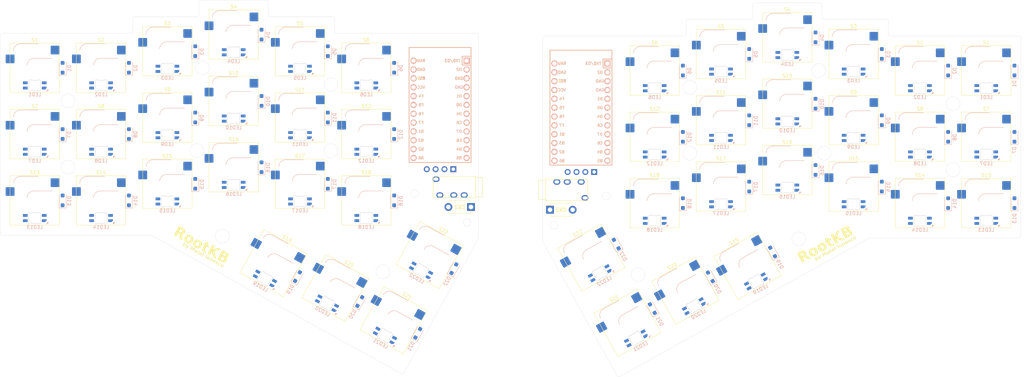
<source format=kicad_pcb>
(kicad_pcb (version 20240108) (generator "pcbnew") (generator_version "8.0")
  (layers (0 "F.Cu" signal) (31 "B.Cu" signal) (34 "B.Paste" user) (35 "F.Paste" user) (36 "B.SilkS" user "B.Silkscreen") (37 "F.SilkS" user "F.Silkscreen") (38 "B.Mask" user) (39 "F.Mask" user) (44 "Edge.Cuts" user))
  (net 0 "")
  (footprint "PCM_Switch_Keyboard_Hotswap_Kailh:SW_Hotswap_Kailh_MX_1.00u" (layer "F.Cu") (at 302.185 100.9125)
    (property "Reference" "S3" (at 0 -8 0) (layer "F.SilkS"))
    (property "Value" "Keyswitch")
    (pad "" np_thru_hole circle (at -5.08 0) (size 1.75 1.75) (drill 1.75) (layers "F&B.Cu" "*.Mask"))
    (pad "" np_thru_hole circle (at -3.81 -2.54) (size 3.05 3.05) (drill 3.05) (layers "F&B.Cu" "*.Mask"))
    (pad "" np_thru_hole circle (at 0 0) (size 4 4) (drill 4) (layers "F&B.Cu" "*.Mask"))
    (pad "" np_thru_hole circle (at 2.54 -5.08) (size 3.05 3.05) (drill 3.05) (layers "F&B.Cu" "*.Mask"))
    (pad "" np_thru_hole circle (at 5.08 0) (size 1.75 1.75) (drill 1.75) (layers "F&B.Cu" "*.Mask"))
    (pad "1" smd roundrect (at -7.085 -2.54) (size 2.55 2.5) (layers "B.Cu" "B.Paste" "B.Mask") (roundrect_rratio 0.1))
    (pad "2" smd roundrect (at 5.842 -5.08) (size 2.55 2.5) (layers "B.Cu" "B.Paste" "B.Mask") (roundrect_rratio 0.1))
  )
  (footprint "PCM_Switch_Keyboard_Hotswap_Kailh:SW_Hotswap_Kailh_MX_1.00u" (layer "F.Cu") (at 283.135 115.2)
    (property "Reference" "S10" (at 0 -8 0) (layer "F.SilkS"))
    (property "Value" "Keyswitch")
    (pad "" np_thru_hole circle (at -5.08 0) (size 1.75 1.75) (drill 1.75) (layers "F&B.Cu" "*.Mask"))
    (pad "" np_thru_hole circle (at -3.81 -2.54) (size 3.05 3.05) (drill 3.05) (layers "F&B.Cu" "*.Mask"))
    (pad "" np_thru_hole circle (at 0 0) (size 4 4) (drill 4) (layers "F&B.Cu" "*.Mask"))
    (pad "" np_thru_hole circle (at 2.54 -5.08) (size 3.05 3.05) (drill 3.05) (layers "F&B.Cu" "*.Mask"))
    (pad "" np_thru_hole circle (at 5.08 0) (size 1.75 1.75) (drill 1.75) (layers "F&B.Cu" "*.Mask"))
    (pad "1" smd roundrect (at -7.085 -2.54) (size 2.55 2.5) (layers "B.Cu" "B.Paste" "B.Mask") (roundrect_rratio 0.1))
    (pad "2" smd roundrect (at 5.842 -5.08) (size 2.55 2.5) (layers "B.Cu" "B.Paste" "B.Mask") (roundrect_rratio 0.1))
  )
  (footprint "PCM_Switch_Keyboard_Hotswap_Kailh:SW_Hotswap_Kailh_MX_1.00u" (layer "F.Cu") (at 105.035 119.17)
    (property "Reference" "S9" (at 0 -8 0) (layer "F.SilkS"))
    (property "Value" "Keyswitch")
    (pad "" np_thru_hole circle (at -5.08 0) (size 1.75 1.75) (drill 1.75) (layers "F&B.Cu" "*.Mask"))
    (pad "" np_thru_hole circle (at -3.81 -2.54) (size 3.05 3.05) (drill 3.05) (layers "F&B.Cu" "*.Mask"))
    (pad "" np_thru_hole circle (at 0 0) (size 4 4) (drill 4) (layers "F&B.Cu" "*.Mask"))
    (pad "" np_thru_hole circle (at 2.54 -5.08) (size 3.05 3.05) (drill 3.05) (layers "F&B.Cu" "*.Mask"))
    (pad "" np_thru_hole circle (at 5.08 0) (size 1.75 1.75) (drill 1.75) (layers "F&B.Cu" "*.Mask"))
    (pad "1" smd roundrect (at -7.085 -2.54) (size 2.55 2.5) (layers "B.Cu" "B.Paste" "B.Mask") (roundrect_rratio 0.1))
    (pad "2" smd roundrect (at 5.842 -5.08) (size 2.55 2.5) (layers "B.Cu" "B.Paste" "B.Mask") (roundrect_rratio 0.1))
  )
  (footprint "PCM_Switch_Keyboard_Hotswap_Kailh:SW_Hotswap_Kailh_MX_1.00u" (layer "F.Cu") (at 245.035 105.675)
    (property "Reference" "S6" (at 0 -8 0) (layer "F.SilkS"))
    (property "Value" "Keyswitch")
    (pad "" np_thru_hole circle (at -5.08 0) (size 1.75 1.75) (drill 1.75) (layers "F&B.Cu" "*.Mask"))
    (pad "" np_thru_hole circle (at -3.81 -2.54) (size 3.05 3.05) (drill 3.05) (layers "F&B.Cu" "*.Mask"))
    (pad "" np_thru_hole circle (at 0 0) (size 4 4) (drill 4) (layers "F&B.Cu" "*.Mask"))
    (pad "" np_thru_hole circle (at 2.54 -5.08) (size 3.05 3.05) (drill 3.05) (layers "F&B.Cu" "*.Mask"))
    (pad "" np_thru_hole circle (at 5.08 0) (size 1.75 1.75) (drill 1.75) (layers "F&B.Cu" "*.Mask"))
    (pad "1" smd roundrect (at -7.085 -2.54) (size 2.55 2.5) (layers "B.Cu" "B.Paste" "B.Mask") (roundrect_rratio 0.1))
    (pad "2" smd roundrect (at 5.842 -5.08) (size 2.55 2.5) (layers "B.Cu" "B.Paste" "B.Mask") (roundrect_rratio 0.1))
  )
  (footprint "PCM_Switch_Keyboard_Hotswap_Kailh:SW_Hotswap_Kailh_MX_1.25u_90deg" (layer "F.Cu") (at 237.218445 178.194659 29)
    (property "Reference" "S21" (at 0 -8 29) (layer "F.SilkS"))
    (property "Value" "Keyswitch")
    (pad "" np_thru_hole circle (at -5.08 0 29) (size 1.75 1.75) (drill 1.75) (layers "F&B.Cu" "*.Mask"))
    (pad "" np_thru_hole circle (at -3.810001 -2.54 29) (size 3.05 3.05) (drill 3.05) (layers "F&B.Cu" "*.Mask"))
    (pad "" np_thru_hole circle (at 0 0 29) (size 4 4) (drill 4) (layers "F&B.Cu" "*.Mask"))
    (pad "" np_thru_hole circle (at 2.54 -5.08 29) (size 3.05 3.05) (drill 3.05) (layers "F&B.Cu" "*.Mask"))
    (pad "" np_thru_hole circle (at 5.08 0 29) (size 1.75 1.75) (drill 1.75) (layers "F&B.Cu" "*.Mask"))
    (pad "1" smd roundrect (at -7.085 -2.54 29) (size 2.55 2.5) (layers "B.Cu" "B.Paste" "B.Mask") (roundrect_rratio 0.1))
    (pad "2" smd roundrect (at 5.842 -5.08 29) (size 2.55 2.5) (layers "B.Cu" "B.Paste" "B.Mask") (roundrect_rratio 0.1))
  )
  (footprint "PCM_Switch_Keyboard_Hotswap_Kailh:SW_Hotswap_Kailh_MX_1.00u" (layer "F.Cu") (at 283.135 134.25)
    (property "Reference" "S16" (at 0 -8 0) (layer "F.SilkS"))
    (property "Value" "Keyswitch")
    (pad "" np_thru_hole circle (at -5.08 0) (size 1.75 1.75) (drill 1.75) (layers "F&B.Cu" "*.Mask"))
    (pad "" np_thru_hole circle (at -3.81 -2.54) (size 3.05 3.05) (drill 3.05) (layers "F&B.Cu" "*.Mask"))
    (pad "" np_thru_hole circle (at 0 0) (size 4 4) (drill 4) (layers "F&B.Cu" "*.Mask"))
    (pad "" np_thru_hole circle (at 2.54 -5.08) (size 3.05 3.05) (drill 3.05) (layers "F&B.Cu" "*.Mask"))
    (pad "" np_thru_hole circle (at 5.08 0) (size 1.75 1.75) (drill 1.75) (layers "F&B.Cu" "*.Mask"))
    (pad "1" smd roundrect (at -7.085 -2.54) (size 2.55 2.5) (layers "B.Cu" "B.Paste" "B.Mask") (roundrect_rratio 0.1))
    (pad "2" smd roundrect (at 5.842 -5.08) (size 2.55 2.5) (layers "B.Cu" "B.Paste" "B.Mask") (roundrect_rratio 0.1))
  )
  (footprint "PCM_Switch_Keyboard_Hotswap_Kailh:SW_Hotswap_Kailh_MX_1.25u_90deg" (layer "F.Cu") (at 170.001555 177.402159 -29)
    (property "Reference" "S21" (at 0 -8 -29) (layer "F.SilkS"))
    (property "Value" "Keyswitch")
    (pad "" np_thru_hole circle (at -5.08 0 331) (size 1.75 1.75) (drill 1.75) (layers "F&B.Cu" "*.Mask"))
    (pad "" np_thru_hole circle (at -3.81 -2.54 331) (size 3.05 3.05) (drill 3.05) (layers "F&B.Cu" "*.Mask"))
    (pad "" np_thru_hole circle (at 0 0 331) (size 4 4) (drill 4) (layers "F&B.Cu" "*.Mask"))
    (pad "" np_thru_hole circle (at 2.54 -5.08 331) (size 3.05 3.05) (drill 3.05) (layers "F&B.Cu" "*.Mask"))
    (pad "" np_thru_hole circle (at 5.08 0 331) (size 1.75 1.75) (drill 1.75) (layers "F&B.Cu" "*.Mask"))
    (pad "1" smd roundrect (at -7.085 -2.54 331) (size 2.55 2.5) (layers "B.Cu" "B.Paste" "B.Mask") (roundrect_rratio 0.1))
    (pad "2" smd roundrect (at 5.842 -5.08 331) (size 2.55 2.5) (layers "B.Cu" "B.Paste" "B.Mask") (roundrect_rratio 0.1))
  )
  (footprint "PCM_Switch_Keyboard_Hotswap_Kailh:SW_Hotswap_Kailh_MX_1.00u" (layer "F.Cu") (at 124.085 95.3575)
    (property "Reference" "S4" (at 0 -8 0) (layer "F.SilkS"))
    (property "Value" "Keyswitch")
    (pad "" np_thru_hole circle (at -5.08 0) (size 1.75 1.75) (drill 1.75) (layers "F&B.Cu" "*.Mask"))
    (pad "" np_thru_hole circle (at -3.81 -2.54) (size 3.05 3.05) (drill 3.05) (layers "F&B.Cu" "*.Mask"))
    (pad "" np_thru_hole circle (at 0 0) (size 4 4) (drill 4) (layers "F&B.Cu" "*.Mask"))
    (pad "" np_thru_hole circle (at 2.54 -5.08) (size 3.05 3.05) (drill 3.05) (layers "F&B.Cu" "*.Mask"))
    (pad "" np_thru_hole circle (at 5.08 0) (size 1.75 1.75) (drill 1.75) (layers "F&B.Cu" "*.Mask"))
    (pad "1" smd roundrect (at -7.085 -2.54) (size 2.55 2.5) (layers "B.Cu" "B.Paste" "B.Mask") (roundrect_rratio 0.1))
    (pad "2" smd roundrect (at 5.842 -5.08) (size 2.55 2.5) (layers "B.Cu" "B.Paste" "B.Mask") (roundrect_rratio 0.1))
  )
  (footprint "PCM_Switch_Keyboard_Hotswap_Kailh:SW_Hotswap_Kailh_MX_1.00u" (layer "F.Cu") (at 245.035 143.775)
    (property "Reference" "S18" (at 0 -8 0) (layer "F.SilkS"))
    (property "Value" "Keyswitch")
    (pad "" np_thru_hole circle (at -5.08 0) (size 1.75 1.75) (drill 1.75) (layers "F&B.Cu" "*.Mask"))
    (pad "" np_thru_hole circle (at -3.81 -2.54) (size 3.05 3.05) (drill 3.05) (layers "F&B.Cu" "*.Mask"))
    (pad "" np_thru_hole circle (at 0 0) (size 4 4) (drill 4) (layers "F&B.Cu" "*.Mask"))
    (pad "" np_thru_hole circle (at 2.54 -5.08) (size 3.05 3.05) (drill 3.05) (layers "F&B.Cu" "*.Mask"))
    (pad "" np_thru_hole circle (at 5.08 0) (size 1.75 1.75) (drill 1.75) (layers "F&B.Cu" "*.Mask"))
    (pad "1" smd roundrect (at -7.085 -2.54) (size 2.55 2.5) (layers "B.Cu" "B.Paste" "B.Mask") (roundrect_rratio 0.1))
    (pad "2" smd roundrect (at 5.842 -5.08) (size 2.55 2.5) (layers "B.Cu" "B.Paste" "B.Mask") (roundrect_rratio 0.1))
  )
  (footprint "PCM_Switch_Keyboard_Hotswap_Kailh:SW_Hotswap_Kailh_MX_1.00u" (layer "F.Cu") (at 105.035 138.22)
    (property "Reference" "S15" (at 0 -8 0) (layer "F.SilkS"))
    (property "Value" "Keyswitch")
    (pad "" np_thru_hole circle (at -5.08 0) (size 1.75 1.75) (drill 1.75) (layers "F&B.Cu" "*.Mask"))
    (pad "" np_thru_hole circle (at -3.81 -2.54) (size 3.05 3.05) (drill 3.05) (layers "F&B.Cu" "*.Mask"))
    (pad "" np_thru_hole circle (at 0 0) (size 4 4) (drill 4) (layers "F&B.Cu" "*.Mask"))
    (pad "" np_thru_hole circle (at 2.54 -5.08) (size 3.05 3.05) (drill 3.05) (layers "F&B.Cu" "*.Mask"))
    (pad "" np_thru_hole circle (at 5.08 0) (size 1.75 1.75) (drill 1.75) (layers "F&B.Cu" "*.Mask"))
    (pad "1" smd roundrect (at -7.085 -2.54) (size 2.55 2.5) (layers "B.Cu" "B.Paste" "B.Mask") (roundrect_rratio 0.1))
    (pad "2" smd roundrect (at 5.842 -5.08) (size 2.55 2.5) (layers "B.Cu" "B.Paste" "B.Mask") (roundrect_rratio 0.1))
  )
  (footprint "PCM_Switch_Keyboard_Hotswap_Kailh:SW_Hotswap_Kailh_MX_1.00u" (layer "F.Cu") (at 226.843519 159.477798 29)
    (property "Reference" "S22" (at 0 -8 29) (layer "F.SilkS"))
    (property "Value" "Keyswitch")
    (pad "" np_thru_hole circle (at -5.079999 -0.000001 29) (size 1.75 1.75) (drill 1.75) (layers "F&B.Cu" "*.Mask"))
    (pad "" np_thru_hole circle (at -3.810001 -2.54 29) (size 3.05 3.05) (drill 3.05) (layers "F&B.Cu" "*.Mask"))
    (pad "" np_thru_hole circle (at 0 0 29) (size 4 4) (drill 4) (layers "F&B.Cu" "*.Mask"))
    (pad "" np_thru_hole circle (at 2.54 -5.08 29) (size 3.05 3.05) (drill 3.05) (layers "F&B.Cu" "*.Mask"))
    (pad "" np_thru_hole circle (at 5.079999 0.000001 29) (size 1.75 1.75) (drill 1.75) (layers "F&B.Cu" "*.Mask"))
    (pad "1" smd roundrect (at -7.085 -2.54 29) (size 2.55 2.5) (layers "B.Cu" "B.Paste" "B.Mask") (roundrect_rratio 0.1))
    (pad "2" smd roundrect (at 5.842 -5.08 29) (size 2.55 2.5) (layers "B.Cu" "B.Paste" "B.Mask") (roundrect_rratio 0.1))
  )
  (footprint "PCM_Switch_Keyboard_Hotswap_Kailh:SW_Hotswap_Kailh_MX_1.00u" (layer "F.Cu") (at 264.085 119.9625)
    (property "Reference" "S11" (at 0 -8 0) (layer "F.SilkS"))
    (property "Value" "Keyswitch")
    (pad "" np_thru_hole circle (at -5.08 0) (size 1.75 1.75) (drill 1.75) (layers "F&B.Cu" "*.Mask"))
    (pad "" np_thru_hole circle (at -3.81 -2.54) (size 3.05 3.05) (drill 3.05) (layers "F&B.Cu" "*.Mask"))
    (pad "" np_thru_hole circle (at 0 0) (size 4 4) (drill 4) (layers "F&B.Cu" "*.Mask"))
    (pad "" np_thru_hole circle (at 2.54 -5.08) (size 3.05 3.05) (drill 3.05) (layers "F&B.Cu" "*.Mask"))
    (pad "" np_thru_hole circle (at 5.08 0) (size 1.75 1.75) (drill 1.75) (layers "F&B.Cu" "*.Mask"))
    (pad "1" smd roundrect (at -7.085 -2.54) (size 2.55 2.5) (layers "B.Cu" "B.Paste" "B.Mask") (roundrect_rratio 0.1))
    (pad "2" smd roundrect (at 5.842 -5.08) (size 2.55 2.5) (layers "B.Cu" "B.Paste" "B.Mask") (roundrect_rratio 0.1))
  )
  (footprint "PCM_Switch_Keyboard_Hotswap_Kailh:SW_Hotswap_Kailh_MX_1.00u" (layer "F.Cu") (at 124.085 133.4575)
    (property "Reference" "S16" (at 0 -8 0) (layer "F.SilkS"))
    (property "Value" "Keyswitch")
    (pad "" np_thru_hole circle (at -5.08 0) (size 1.75 1.75) (drill 1.75) (layers "F&B.Cu" "*.Mask"))
    (pad "" np_thru_hole circle (at -3.81 -2.54) (size 3.05 3.05) (drill 3.05) (layers "F&B.Cu" "*.Mask"))
    (pad "" np_thru_hole circle (at 0 0) (size 4 4) (drill 4) (layers "F&B.Cu" "*.Mask"))
    (pad "" np_thru_hole circle (at 2.54 -5.08) (size 3.05 3.05) (drill 3.05) (layers "F&B.Cu" "*.Mask"))
    (pad "" np_thru_hole circle (at 5.08 0) (size 1.75 1.75) (drill 1.75) (layers "F&B.Cu" "*.Mask"))
    (pad "1" smd roundrect (at -7.085 -2.54) (size 2.55 2.5) (layers "B.Cu" "B.Paste" "B.Mask") (roundrect_rratio 0.1))
    (pad "2" smd roundrect (at 5.842 -5.08) (size 2.55 2.5) (layers "B.Cu" "B.Paste" "B.Mask") (roundrect_rratio 0.1))
  )
  (footprint "PCM_Switch_Keyboard_Hotswap_Kailh:SW_Hotswap_Kailh_MX_1.25u_90deg" (layer "F.Cu") (at 253.879436 168.958108 29)
    (property "Reference" "S20" (at 0 -8 29) (layer "F.SilkS"))
    (property "Value" "Keyswitch")
    (pad "" np_thru_hole circle (at -5.08 0 29) (size 1.75 1.75) (drill 1.75) (layers "F&B.Cu" "*.Mask"))
    (pad "" np_thru_hole circle (at -3.810001 -2.54 29) (size 3.05 3.05) (drill 3.05) (layers "F&B.Cu" "*.Mask"))
    (pad "" np_thru_hole circle (at 0 0 29) (size 4 4) (drill 4) (layers "F&B.Cu" "*.Mask"))
    (pad "" np_thru_hole circle (at 2.54 -5.08 29) (size 3.05 3.05) (drill 3.05) (layers "F&B.Cu" "*.Mask"))
    (pad "" np_thru_hole circle (at 5.08 0 29) (size 1.75 1.75) (drill 1.75) (layers "F&B.Cu" "*.Mask"))
    (pad "1" smd roundrect (at -7.085 -2.54 29) (size 2.55 2.5) (layers "B.Cu" "B.Paste" "B.Mask") (roundrect_rratio 0.1))
    (pad "2" smd roundrect (at 5.842 -5.08 29) (size 2.55 2.5) (layers "B.Cu" "B.Paste" "B.Mask") (roundrect_rratio 0.1))
  )
  (footprint "PCM_Switch_Keyboard_Hotswap_Kailh:SW_Hotswap_Kailh_MX_1.00u" (layer "F.Cu") (at 105.035 100.12)
    (property "Reference" "S3" (at 0 -8 0) (layer "F.SilkS"))
    (property "Value" "Keyswitch")
    (pad "" np_thru_hole circle (at -5.08 0) (size 1.75 1.75) (drill 1.75) (layers "F&B.Cu" "*.Mask"))
    (pad "" np_thru_hole circle (at -3.81 -2.54) (size 3.05 3.05) (drill 3.05) (layers "F&B.Cu" "*.Mask"))
    (pad "" np_thru_hole circle (at 0 0) (size 4 4) (drill 4) (layers "F&B.Cu" "*.Mask"))
    (pad "" np_thru_hole circle (at 2.54 -5.08) (size 3.05 3.05) (drill 3.05) (layers "F&B.Cu" "*.Mask"))
    (pad "" np_thru_hole circle (at 5.08 0) (size 1.75 1.75) (drill 1.75) (layers "F&B.Cu" "*.Mask"))
    (pad "1" smd roundrect (at -7.085 -2.54) (size 2.55 2.5) (layers "B.Cu" "B.Paste" "B.Mask") (roundrect_rratio 0.1))
    (pad "2" smd roundrect (at 5.842 -5.08) (size 2.55 2.5) (layers "B.Cu" "B.Paste" "B.Mask") (roundrect_rratio 0.1))
  )
  (footprint "PCM_Switch_Keyboard_Hotswap_Kailh:SW_Hotswap_Kailh_MX_1.00u" (layer "F.Cu") (at 271.705 161.822501 29)
    (property "Reference" "S19" (at 0 -8 -151) (layer "F.SilkS"))
    (property "Value" "Keyswitch")
    (pad "" np_thru_hole circle (at -5.08 0 29) (size 1.75 1.75) (drill 1.75) (layers "F&B.Cu" "*.Mask"))
    (pad "" np_thru_hole circle (at -3.810001 -2.54 29) (size 3.05 3.05) (drill 3.05) (layers "F&B.Cu" "*.Mask"))
    (pad "" np_thru_hole circle (at 0 0 29) (size 4 4) (drill 4) (layers "F&B.Cu" "*.Mask"))
    (pad "" np_thru_hole circle (at 2.54 -5.08 29) (size 3.05 3.05) (drill 3.05) (layers "F&B.Cu" "*.Mask"))
    (pad "" np_thru_hole circle (at 5.08 0 29) (size 1.75 1.75) (drill 1.75) (layers "F&B.Cu" "*.Mask"))
    (pad "1" smd roundrect (at -7.085 -2.54 29) (size 2.55 2.5) (layers "B.Cu" "B.Paste" "B.Mask") (roundrect_rratio 0.1))
    (pad "2" smd roundrect (at 5.841999 -5.080002 29) (size 2.55 2.5) (layers "B.Cu" "B.Paste" "B.Mask") (roundrect_rratio 0.1))
  )
  (footprint "ScottoKeebs_Components:TRRS_PJ-320A" (layer "F.Cu") (at 213.712643 139.976025 90)
    (property "Reference" "U2" (hide yes))
    (property "Value" "TRRS")
    (pad "" np_thru_hole circle (at 0 8.6 90) (size 0.8 0.8) (drill 0.8) (layers "F&B.Cu" "*.Mask"))
    (pad "" np_thru_hole circle (at 0.000001 1.6 90) (size 0.8 0.8) (drill 0.8) (layers "F&B.Cu" "*.Mask"))
    (pad "1" thru_hole oval (at -2.3 11.3 90) (size 1.6 2) (drill oval 0.9 1.3) (layers "*.Cu" "*.Mask"))
    (pad "2" thru_hole oval (at 2.3 10.2 90) (size 1.6 2) (drill oval 0.9 1.3) (layers "*.Cu" "*.Mask"))
    (pad "3" thru_hole oval (at 2.3 6.2 90) (size 1.6 2) (drill oval 0.9 1.3) (layers "*.Cu" "*.Mask"))
    (pad "4" thru_hole oval (at 2.3 3.2 90) (size 1.6 2) (drill oval 0.9 1.3) (layers "*.Cu" "*.Mask"))
  )
  (footprint "PCM_Switch_Keyboard_Hotswap_Kailh:SW_Hotswap_Kailh_MX_1.00u" (layer "F.Cu") (at 302.185 139.0125)
    (property "Reference" "S15" (at 0 -8 0) (layer "F.SilkS"))
    (property "Value" "Keyswitch")
    (pad "" np_thru_hole circle (at -5.08 0) (size 1.75 1.75) (drill 1.75) (layers "F&B.Cu" "*.Mask"))
    (pad "" np_thru_hole circle (at -3.81 -2.54) (size 3.05 3.05) (drill 3.05) (layers "F&B.Cu" "*.Mask"))
    (pad "" np_thru_hole circle (at 0 0) (size 4 4) (drill 4) (layers "F&B.Cu" "*.Mask"))
    (pad "" np_thru_hole circle (at 2.54 -5.08) (size 3.05 3.05) (drill 3.05) (layers "F&B.Cu" "*.Mask"))
    (pad "" np_thru_hole circle (at 5.08 0) (size 1.75 1.75) (drill 1.75) (layers "F&B.Cu" "*.Mask"))
    (pad "1" smd roundrect (at -7.085 -2.54) (size 2.55 2.5) (layers "B.Cu" "B.Paste" "B.Mask") (roundrect_rratio 0.1))
    (pad "2" smd roundrect (at 5.842 -5.08) (size 2.55 2.5) (layers "B.Cu" "B.Paste" "B.Mask") (roundrect_rratio 0.1))
  )
  (footprint "PCM_Switch_Keyboard_Hotswap_Kailh:SW_Hotswap_Kailh_MX_1.00u" (layer "F.Cu") (at 321.235 105.675)
    (property "Reference" "S2" (at 0 -8 0) (layer "F.SilkS"))
    (property "Value" "Keyswitch")
    (pad "" np_thru_hole circle (at -5.08 0) (size 1.75 1.75) (drill 1.75) (layers "F&B.Cu" "*.Mask"))
    (pad "" np_thru_hole circle (at -3.81 -2.54) (size 3.05 3.05) (drill 3.05) (layers "F&B.Cu" "*.Mask"))
    (pad "" np_thru_hole circle (at 0 0) (size 4 4) (drill 4) (layers "F&B.Cu" "*.Mask"))
    (pad "" np_thru_hole circle (at 2.54 -5.08) (size 3.05 3.05) (drill 3.05) (layers "F&B.Cu" "*.Mask"))
    (pad "" np_thru_hole circle (at 5.08 0) (size 1.75 1.75) (drill 1.75) (layers "F&B.Cu" "*.Mask"))
    (pad "1" smd roundrect (at -7.085 -2.54) (size 2.55 2.5) (layers "B.Cu" "B.Paste" "B.Mask") (roundrect_rratio 0.1))
    (pad "2" smd roundrect (at 5.842 -5.08) (size 2.55 2.5) (layers "B.Cu" "B.Paste" "B.Mask") (roundrect_rratio 0.1))
  )
  (footprint "PCM_Switch_Keyboard_Hotswap_Kailh:SW_Hotswap_Kailh_MX_1.00u" (layer "F.Cu") (at 245.035 124.725)
    (property "Reference" "S12" (at 0 -8 0) (layer "F.SilkS"))
    (property "Value" "Keyswitch")
    (pad "" np_thru_hole circle (at -5.08 0) (size 1.75 1.75) (drill 1.75) (layers "F&B.Cu" "*.Mask"))
    (pad "" np_thru_hole circle (at -3.81 -2.54) (size 3.05 3.05) (drill 3.05) (layers "F&B.Cu" "*.Mask"))
    (pad "" np_thru_hole circle (at 0 0) (size 4 4) (drill 4) (layers "F&B.Cu" "*.Mask"))
    (pad "" np_thru_hole circle (at 2.54 -5.08) (size 3.05 3.05) (drill 3.05) (layers "F&B.Cu" "*.Mask"))
    (pad "" np_thru_hole circle (at 5.08 0) (size 1.75 1.75) (drill 1.75) (layers "F&B.Cu" "*.Mask"))
    (pad "1" smd roundrect (at -7.085 -2.54) (size 2.55 2.5) (layers "B.Cu" "B.Paste" "B.Mask") (roundrect_rratio 0.1))
    (pad "2" smd roundrect (at 5.842 -5.08) (size 2.55 2.5) (layers "B.Cu" "B.Paste" "B.Mask") (roundrect_rratio 0.1))
  )
  (footprint "PCM_Switch_Keyboard_Hotswap_Kailh:SW_Hotswap_Kailh_MX_1.00u" (layer "F.Cu") (at 180.376481 158.685298 -29)
    (property "Reference" "S22" (at 0 -8 151) (layer "F.SilkS"))
    (property "Value" "Keyswitch")
    (pad "" np_thru_hole circle (at -5.08 0 331) (size 1.75 1.75) (drill 1.75) (layers "F&B.Cu" "*.Mask"))
    (pad "" np_thru_hole circle (at -3.81 -2.54 331) (size 3.05 3.05) (drill 3.05) (layers "F&B.Cu" "*.Mask"))
    (pad "" np_thru_hole circle (at 0 0 331) (size 4 4) (drill 4) (layers "F&B.Cu" "*.Mask"))
    (pad "" np_thru_hole circle (at 2.54 -5.08 331) (size 3.05 3.05) (drill 3.05) (layers "F&B.Cu" "*.Mask"))
    (pad "" np_thru_hole circle (at 5.08 0 331) (size 1.75 1.75) (drill 1.75) (layers "F&B.Cu" "*.Mask"))
    (pad "1" smd roundrect (at -7.085 -2.54 331) (size 2.55 2.5) (layers "B.Cu" "B.Paste" "B.Mask") (roundrect_rratio 0.1))
    (pad "2" smd roundrect (at 5.842 -5.08 331) (size 2.55 2.5) (layers "B.Cu" "B.Paste" "B.Mask") (roundrect_rratio 0.1))
  )
  (footprint "PCM_Switch_Keyboard_Hotswap_Kailh:SW_Hotswap_Kailh_MX_1.00u" (layer "F.Cu") (at 85.985 123.9325)
    (property "Reference" "S8" (at 0 -8 0) (layer "F.SilkS"))
    (property "Value" "Keyswitch")
    (pad "" np_thru_hole circle (at -5.08 0) (size 1.75 1.75) (drill 1.75) (layers "F&B.Cu" "*.Mask"))
    (pad "" np_thru_hole circle (at -3.81 -2.54) (size 3.05 3.05) (drill 3.05) (layers "F&B.Cu" "*.Mask"))
    (pad "" np_thru_hole circle (at 0 0) (size 4 4) (drill 4) (layers "F&B.Cu" "*.Mask"))
    (pad "" np_thru_hole circle (at 2.54 -5.08) (size 3.05 3.05) (drill 3.05) (layers "F&B.Cu" "*.Mask"))
    (pad "" np_thru_hole circle (at 5.08 0) (size 1.75 1.75) (drill 1.75) (layers "F&B.Cu" "*.Mask"))
    (pad "1" smd roundrect (at -7.085 -2.54) (size 2.55 2.5) (layers "B.Cu" "B.Paste" "B.Mask") (roundrect_rratio 0.1))
    (pad "2" smd roundrect (at 5.842 -5.08) (size 2.55 2.5) (layers "B.Cu" "B.Paste" "B.Mask") (roundrect_rratio 0.1))
  )
  (footprint "PCM_Switch_Keyboard_Hotswap_Kailh:SW_Hotswap_Kailh_MX_1.00u" (layer "F.Cu") (at 85.985 104.8825)
    (property "Reference" "S2" (at 0 -8 0) (layer "F.SilkS"))
    (property "Value" "Keyswitch")
    (pad "" np_thru_hole circle (at -5.08 0) (size 1.75 1.75) (drill 1.75) (layers "F&B.Cu" "*.Mask"))
    (pad "" np_thru_hole circle (at -3.81 -2.54) (size 3.05 3.05) (drill 3.05) (layers "F&B.Cu" "*.Mask"))
    (pad "" np_thru_hole circle (at 0 0) (size 4 4) (drill 4) (layers "F&B.Cu" "*.Mask"))
    (pad "" np_thru_hole circle (at 2.54 -5.08) (size 3.05 3.05) (drill 3.05) (layers "F&B.Cu" "*.Mask"))
    (pad "" np_thru_hole circle (at 5.08 0) (size 1.75 1.75) (drill 1.75) (layers "F&B.Cu" "*.Mask"))
    (pad "1" smd roundrect (at -7.085 -2.54) (size 2.55 2.5) (layers "B.Cu" "B.Paste" "B.Mask") (roundrect_rratio 0.1))
    (pad "2" smd roundrect (at 5.842 -5.08) (size 2.55 2.5) (layers "B.Cu" "B.Paste" "B.Mask") (roundrect_rratio 0.1))
  )
  (footprint "ScottoKeebs_Components:TRRS_PJ-320A" (layer "F.Cu") (at 193.507357 139.183525 -90)
    (property "Reference" "U2")
    (property "Value" "TRRS")
    (pad "" np_thru_hole circle (at 0 8.6 270) (size 0.8 0.8) (drill 0.8) (layers "F&B.Cu" "*.Mask"))
    (pad "" np_thru_hole circle (at 0.000001 1.6 270) (size 0.8 0.8) (drill 0.8) (layers "F&B.Cu" "*.Mask"))
    (pad "1" thru_hole oval (at -2.3 11.3 270) (size 1.6 2) (drill oval 0.9 1.3) (layers "*.Cu" "*.Mask"))
    (pad "2" thru_hole oval (at 2.3 10.2 270) (size 1.6 2) (drill oval 0.9 1.3) (layers "*.Cu" "*.Mask"))
    (pad "3" thru_hole oval (at 2.3 6.2 270) (size 1.6 2) (drill oval 0.9 1.3) (layers "*.Cu" "*.Mask"))
    (pad "4" thru_hole oval (at 2.3 3.2 270) (size 1.6 2) (drill oval 0.9 1.3) (layers "*.Cu" "*.Mask"))
  )
  (footprint "PCM_Switch_Keyboard_Hotswap_Kailh:SW_Hotswap_Kailh_MX_1.00u" (layer "F.Cu") (at 143.135 138.22)
    (property "Reference" "S17" (at 0 -8 0) (layer "F.SilkS"))
    (property "Value" "Keyswitch")
    (pad "" np_thru_hole circle (at -5.08 0) (size 1.75 1.75) (drill 1.75) (layers "F&B.Cu" "*.Mask"))
    (pad "" np_thru_hole circle (at -3.81 -2.54) (size 3.05 3.05) (drill 3.05) (layers "F&B.Cu" "*.Mask"))
    (pad "" np_thru_hole circle (at 0 0) (size 4 4) (drill 4) (layers "F&B.Cu" "*.Mask"))
    (pad "" np_thru_hole circle (at 2.54 -5.08) (size 3.05 3.05) (drill 3.05) (layers "F&B.Cu" "*.Mask"))
    (pad "" np_thru_hole circle (at 5.08 0) (size 1.75 1.75) (drill 1.75) (layers "F&B.Cu" "*.Mask"))
    (pad "1" smd roundrect (at -7.085 -2.54) (size 2.55 2.5) (layers "B.Cu" "B.Paste" "B.Mask") (roundrect_rratio 0.1))
    (pad "2" smd roundrect (at 5.842 -5.08) (size 2.55 2.5) (layers "B.Cu" "B.Paste" "B.Mask") (roundrect_rratio 0.1))
  )
  (footprint "PCM_Switch_Keyboard_Hotswap_Kailh:SW_Hotswap_Kailh_MX_1.00u" (layer "F.Cu") (at 321.235 143.775)
    (property "Reference" "S14" (at 0 -8 0) (layer "F.SilkS"))
    (property "Value" "Keyswitch")
    (pad "" np_thru_hole circle (at -5.08 0) (size 1.75 1.75) (drill 1.75) (layers "F&B.Cu" "*.Mask"))
    (pad "" np_thru_hole circle (at -3.81 -2.54) (size 3.05 3.05) (drill 3.05) (layers "F&B.Cu" "*.Mask"))
    (pad "" np_thru_hole circle (at 0 0) (size 4 4) (drill 4) (layers "F&B.Cu" "*.Mask"))
    (pad "" np_thru_hole circle (at 2.54 -5.08) (size 3.05 3.05) (drill 3.05) (layers "F&B.Cu" "*.Mask"))
    (pad "" np_thru_hole circle (at 5.08 0) (size 1.75 1.75) (drill 1.75) (layers "F&B.Cu" "*.Mask"))
    (pad "1" smd roundrect (at -7.085 -2.54) (size 2.55 2.5) (layers "B.Cu" "B.Paste" "B.Mask") (roundrect_rratio 0.1))
    (pad "2" smd roundrect (at 5.842 -5.08) (size 2.55 2.5) (layers "B.Cu" "B.Paste" "B.Mask") (roundrect_rratio 0.1))
  )
  (footprint "PCM_Switch_Keyboard_Hotswap_Kailh:SW_Hotswap_Kailh_MX_1.00u" (layer "F.Cu") (at 85.985 142.9825)
    (property "Reference" "S14" (at 0 -8 0) (layer "F.SilkS"))
    (property "Value" "Keyswitch")
    (pad "" np_thru_hole circle (at -5.08 0) (size 1.75 1.75) (drill 1.75) (layers "F&B.Cu" "*.Mask"))
    (pad "" np_thru_hole circle (at -3.81 -2.54) (size 3.05 3.05) (drill 3.05) (layers "F&B.Cu" "*.Mask"))
    (pad "" np_thru_hole circle (at 0 0) (size 4 4) (drill 4) (layers "F&B.Cu" "*.Mask"))
    (pad "" np_thru_hole circle (at 2.54 -5.08) (size 3.05 3.05) (drill 3.05) (layers "F&B.Cu" "*.Mask"))
    (pad "" np_thru_hole circle (at 5.08 0) (size 1.75 1.75) (drill 1.75) (layers "F&B.Cu" "*.Mask"))
    (pad "1" smd roundrect (at -7.085 -2.54) (size 2.55 2.5) (layers "B.Cu" "B.Paste" "B.Mask") (roundrect_rratio 0.1))
    (pad "2" smd roundrect (at 5.842 -5.08) (size 2.55 2.5) (layers "B.Cu" "B.Paste" "B.Mask") (roundrect_rratio 0.1))
  )
  (footprint "PCM_Switch_Keyboard_Hotswap_Kailh:SW_Hotswap_Kailh_MX_1.00u" (layer "F.Cu") (at 162.185 104.8825)
    (property "Reference" "S6" (at 0 -8 0) (layer "F.SilkS"))
    (property "Value" "Keyswitch")
    (pad "" np_thru_hole circle (at -5.08 0) (size 1.75 1.75) (drill 1.75) (layers "F&B.Cu" "*.Mask"))
    (pad "" np_thru_hole circle (at -3.81 -2.54) (size 3.05 3.05) (drill 3.05) (layers "F&B.Cu" "*.Mask"))
    (pad "" np_thru_hole circle (at 0 0) (size 4 4) (drill 4) (layers "F&B.Cu" "*.Mask"))
    (pad "" np_thru_hole circle (at 2.54 -5.08) (size 3.05 3.05) (drill 3.05) (layers "F&B.Cu" "*.Mask"))
    (pad "" np_thru_hole circle (at 5.08 0) (size 1.75 1.75) (drill 1.75) (layers "F&B.Cu" "*.Mask"))
    (pad "1" smd roundrect (at -7.085 -2.54) (size 2.55 2.5) (layers "B.Cu" "B.Paste" "B.Mask") (roundrect_rratio 0.1))
    (pad "2" smd roundrect (at 5.842 -5.08) (size 2.55 2.5) (layers "B.Cu" "B.Paste" "B.Mask") (roundrect_rratio 0.1))
  )
  (footprint "PCM_Switch_Keyboard_Hotswap_Kailh:SW_Hotswap_Kailh_MX_1.00u" (layer "F.Cu") (at 162.185 123.9325)
    (property "Reference" "S12" (at 0 -8 0) (layer "F.SilkS"))
    (property "Value" "Keyswitch")
    (pad "" np_thru_hole circle (at -5.08 0) (size 1.75 1.75) (drill 1.75) (layers "F&B.Cu" "*.Mask"))
    (pad "" np_thru_hole circle (at -3.81 -2.54) (size 3.05 3.05) (drill 3.05) (layers "F&B.Cu" "*.Mask"))
    (pad "" np_thru_hole circle (at 0 0) (size 4 4) (drill 4) (layers "F&B.Cu" "*.Mask"))
    (pad "" np_thru_hole circle (at 2.54 -5.08) (size 3.05 3.05) (drill 3.05) (layers "F&B.Cu" "*.Mask"))
    (pad "" np_thru_hole circle (at 5.08 0) (size 1.75 1.75) (drill 1.75) (layers "F&B.Cu" "*.Mask"))
    (pad "1" smd roundrect (at -7.085 -2.54) (size 2.55 2.5) (layers "B.Cu" "B.Paste" "B.Mask") (roundrect_rratio 0.1))
    (pad "2" smd roundrect (at 5.842 -5.08) (size 2.55 2.5) (layers "B.Cu" "B.Paste" "B.Mask") (roundrect_rratio 0.1))
  )
  (footprint "PCM_Switch_Keyboard_Hotswap_Kailh:SW_Hotswap_Kailh_MX_1.00u" (layer "F.Cu") (at 264.085 139.0125)
    (property "Reference" "S17" (at 0 -8 0) (layer "F.SilkS"))
    (property "Value" "Keyswitch")
    (pad "" np_thru_hole circle (at -5.08 0) (size 1.75 1.75) (drill 1.75) (layers "F&B.Cu" "*.Mask"))
    (pad "" np_thru_hole circle (at -3.81 -2.54) (size 3.05 3.05) (drill 3.05) (layers "F&B.Cu" "*.Mask"))
    (pad "" np_thru_hole circle (at 0 0) (size 4 4) (drill 4) (layers "F&B.Cu" "*.Mask"))
    (pad "" np_thru_hole circle (at 2.54 -5.08) (size 3.05 3.05) (drill 3.05) (layers "F&B.Cu" "*.Mask"))
    (pad "" np_thru_hole circle (at 5.08 0) (size 1.75 1.75) (drill 1.75) (layers "F&B.Cu" "*.Mask"))
    (pad "1" smd roundrect (at -7.085 -2.54) (size 2.55 2.5) (layers "B.Cu" "B.Paste" "B.Mask") (roundrect_rratio 0.1))
    (pad "2" smd roundrect (at 5.842 -5.08) (size 2.55 2.5) (layers "B.Cu" "B.Paste" "B.Mask") (roundrect_rratio 0.1))
  )
  (footprint "PCM_Switch_Keyboard_Hotswap_Kailh:SW_Hotswap_Kailh_MX_1.00u" (layer "F.Cu") (at 66.935 142.9825)
    (property "Reference" "S13" (at 0 -8 0) (layer "F.SilkS"))
    (property "Value" "Keyswitch")
    (pad "" np_thru_hole circle (at -5.08 0) (size 1.75 1.75) (drill 1.75) (layers "F&B.Cu" "*.Mask"))
    (pad "" np_thru_hole circle (at -3.81 -2.54) (size 3.05 3.05) (drill 3.05) (layers "F&B.Cu" "*.Mask"))
    (pad "" np_thru_hole circle (at 0 0) (size 4 4) (drill 4) (layers "F&B.Cu" "*.Mask"))
    (pad "" np_thru_hole circle (at 2.54 -5.08) (size 3.05 3.05) (drill 3.05) (layers "F&B.Cu" "*.Mask"))
    (pad "" np_thru_hole circle (at 5.08 0) (size 1.75 1.75) (drill 1.75) (layers "F&B.Cu" "*.Mask"))
    (pad "1" smd roundrect (at -7.085 -2.54) (size 2.55 2.5) (layers "B.Cu" "B.Paste" "B.Mask") (roundrect_rratio 0.1))
    (pad "2" smd roundrect (at 5.842 -5.08) (size 2.55 2.5) (layers "B.Cu" "B.Paste" "B.Mask") (roundrect_rratio 0.1))
  )
  (footprint "PCM_Switch_Keyboard_Hotswap_Kailh:SW_Hotswap_Kailh_MX_1.00u" (layer "F.Cu") (at 66.935 104.8825)
    (property "Reference" "S1" (at 0 -8 0) (layer "F.SilkS"))
    (property "Value" "Keyswitch")
    (pad "" np_thru_hole circle (at -5.08 0) (size 1.75 1.75) (drill 1.75) (layers "F&B.Cu" "*.Mask"))
    (pad "" np_thru_hole circle (at -3.81 -2.54) (size 3.05 3.05) (drill 3.05) (layers "F&B.Cu" "*.Mask"))
    (pad "" np_thru_hole circle (at 0 0) (size 4 4) (drill 4) (layers "F&B.Cu" "*.Mask"))
    (pad "" np_thru_hole circle (at 2.54 -5.08) (size 3.05 3.05) (drill 3.05) (layers "F&B.Cu" "*.Mask"))
    (pad "" np_thru_hole circle (at 5.08 0) (size 1.75 1.75) (drill 1.75) (layers "F&B.Cu" "*.Mask"))
    (pad "1" smd roundrect (at -7.085 -2.54) (size 2.55 2.5) (layers "B.Cu" "B.Paste" "B.Mask") (roundrect_rratio 0.1))
    (pad "2" smd roundrect (at 5.842 -5.08) (size 2.55 2.5) (layers "B.Cu" "B.Paste" "B.Mask") (roundrect_rratio 0.1))
  )
  (footprint "ScottoKeebs_Components:Button_MJTP1250" (layer "F.Cu") (at 214.962642 145.676025)
    (property "Reference" "SW1" (at 3.121871 -0.013096 0) (layer "F.SilkS"))
    (property "Value" "Switch")
    (pad "1" thru_hole rect (at 0 0 90) (size 2.25 2.25) (drill 1.3) (layers "*.Cu" "*.Mask"))
    (pad "2" thru_hole circle (at 6.5 0 90) (size 2.25 2.25) (drill 1.3) (layers "*.Cu" "*.Mask"))
  )
  (footprint "PCM_Switch_Keyboard_Hotswap_Kailh:SW_Hotswap_Kailh_MX_1.25u_90deg" (layer "F.Cu") (at 153.340564 168.165608 -29)
    (property "Reference" "S20" (at 0 -8 -29) (layer "F.SilkS"))
    (property "Value" "Keyswitch")
    (pad "" np_thru_hole circle (at -5.08 0 331) (size 1.75 1.75) (drill 1.75) (layers "F&B.Cu" "*.Mask"))
    (pad "" np_thru_hole circle (at -3.81 -2.54 331) (size 3.05 3.05) (drill 3.05) (layers "F&B.Cu" "*.Mask"))
    (pad "" np_thru_hole circle (at 0 0 331) (size 4 4) (drill 4) (layers "F&B.Cu" "*.Mask"))
    (pad "" np_thru_hole circle (at 2.54 -5.08 331) (size 3.05 3.05) (drill 3.05) (layers "F&B.Cu" "*.Mask"))
    (pad "" np_thru_hole circle (at 5.08 0 331) (size 1.75 1.75) (drill 1.75) (layers "F&B.Cu" "*.Mask"))
    (pad "1" smd roundrect (at -7.085 -2.54 331) (size 2.55 2.5) (layers "B.Cu" "B.Paste" "B.Mask") (roundrect_rratio 0.1))
    (pad "2" smd roundrect (at 5.842 -5.08 331) (size 2.55 2.5) (layers "B.Cu" "B.Paste" "B.Mask") (roundrect_rratio 0.1))
  )
  (footprint "PCM_Switch_Keyboard_Hotswap_Kailh:SW_Hotswap_Kailh_MX_1.00u" (layer "F.Cu") (at 302.185 119.9625)
    (property "Reference" "S9" (at 0 -8 0) (layer "F.SilkS"))
    (property "Value" "Keyswitch")
    (pad "" np_thru_hole circle (at -5.08 0) (size 1.75 1.75) (drill 1.75) (layers "F&B.Cu" "*.Mask"))
    (pad "" np_thru_hole circle (at -3.81 -2.54) (size 3.05 3.05) (drill 3.05) (layers "F&B.Cu" "*.Mask"))
    (pad "" np_thru_hole circle (at 0 0) (size 4 4) (drill 4) (layers "F&B.Cu" "*.Mask"))
    (pad "" np_thru_hole circle (at 2.54 -5.08) (size 3.05 3.05) (drill 3.05) (layers "F&B.Cu" "*.Mask"))
    (pad "" np_thru_hole circle (at 5.08 0) (size 1.75 1.75) (drill 1.75) (layers "F&B.Cu" "*.Mask"))
    (pad "1" smd roundrect (at -7.085 -2.54) (size 2.55 2.5) (layers "B.Cu" "B.Paste" "B.Mask") (roundrect_rratio 0.1))
    (pad "2" smd roundrect (at 5.842 -5.08) (size 2.55 2.5) (layers "B.Cu" "B.Paste" "B.Mask") (roundrect_rratio 0.1))
  )
  (footprint "PCM_Switch_Keyboard_Hotswap_Kailh:SW_Hotswap_Kailh_MX_1.00u" (layer "F.Cu") (at 162.185 142.9825)
    (property "Reference" "S18" (at 0 -8 0) (layer "F.SilkS"))
    (property "Value" "Keyswitch")
    (pad "" np_thru_hole circle (at -5.08 0) (size 1.75 1.75) (drill 1.75) (layers "F&B.Cu" "*.Mask"))
    (pad "" np_thru_hole circle (at -3.81 -2.54) (size 3.05 3.05) (drill 3.05) (layers "F&B.Cu" "*.Mask"))
    (pad "" np_thru_hole circle (at 0 0) (size 4 4) (drill 4) (layers "F&B.Cu" "*.Mask"))
    (pad "" np_thru_hole circle (at 2.54 -5.08) (size 3.05 3.05) (drill 3.05) (layers "F&B.Cu" "*.Mask"))
    (pad "" np_thru_hole circle (at 5.08 0) (size 1.75 1.75) (drill 1.75) (layers "F&B.Cu" "*.Mask"))
    (pad "1" smd roundrect (at -7.085 -2.54) (size 2.55 2.5) (layers "B.Cu" "B.Paste" "B.Mask") (roundrect_rratio 0.1))
    (pad "2" smd roundrect (at 5.842 -5.08) (size 2.55 2.5) (layers "B.Cu" "B.Paste" "B.Mask") (roundrect_rratio 0.1))
  )
  (footprint "PCM_Switch_Keyboard_Hotswap_Kailh:SW_Hotswap_Kailh_MX_1.00u" (layer "F.Cu") (at 340.285 105.675)
    (property "Reference" "S1" (at 0 -8 0) (layer "F.SilkS"))
    (property "Value" "Keyswitch")
    (pad "" np_thru_hole circle (at -5.08 0) (size 1.75 1.75) (drill 1.75) (layers "F&B.Cu" "*.Mask"))
    (pad "" np_thru_hole circle (at -3.81 -2.54) (size 3.05 3.05) (drill 3.05) (layers "F&B.Cu" "*.Mask"))
    (pad "" np_thru_hole circle (at 0 0) (size 4 4) (drill 4) (layers "F&B.Cu" "*.Mask"))
    (pad "" np_thru_hole circle (at 2.54 -5.08) (size 3.05 3.05) (drill 3.05) (layers "F&B.Cu" "*.Mask"))
    (pad "" np_thru_hole circle (at 5.08 0) (size 1.75 1.75) (drill 1.75) (layers "F&B.Cu" "*.Mask"))
    (pad "1" smd roundrect (at -7.085 -2.54) (size 2.55 2.5) (layers "B.Cu" "B.Paste" "B.Mask") (roundrect_rratio 0.1))
    (pad "2" smd roundrect (at 5.842 -5.08) (size 2.55 2.5) (layers "B.Cu" "B.Paste" "B.Mask") (roundrect_rratio 0.1))
  )
  (footprint "display:OLED-128x32-cutout" (layer "F.Cu") (at 217.8455 136.426025 90)
    (property "Reference" "J1" (hide yes))
    (property "Value" "OLED-128x32")
    (pad "1" thru_hole rect (at 1.6 9.8 270) (size 1.7 1.7) (drill 1) (layers "*.Cu" "*.Mask"))
    (pad "2" thru_hole oval (at 1.6 7.26 270) (size 1.7 1.7) (drill 1) (layers "*.Cu" "*.Mask"))
    (pad "3" thru_hole oval (at 1.6 4.72 270) (size 1.7 1.7) (drill 1) (layers "*.Cu" "*.Mask"))
    (pad "4" thru_hole oval (at 1.6 2.18 270) (size 1.7 1.7) (drill 1) (layers "*.Cu" "*.Mask"))
  )
  (footprint "PCM_Switch_Keyboard_Hotswap_Kailh:SW_Hotswap_Kailh_MX_1.00u" (layer "F.Cu") (at 340.285 124.725)
    (property "Reference" "S7" (at 0 -8 0) (layer "F.SilkS"))
    (property "Value" "Keyswitch")
    (pad "" np_thru_hole circle (at -5.08 0) (size 1.75 1.75) (drill 1.75) (layers "F&B.Cu" "*.Mask"))
    (pad "" np_thru_hole circle (at -3.81 -2.54) (size 3.05 3.05) (drill 3.05) (layers "F&B.Cu" "*.Mask"))
    (pad "" np_thru_hole circle (at 0 0) (size 4 4) (drill 4) (layers "F&B.Cu" "*.Mask"))
    (pad "" np_thru_hole circle (at 2.54 -5.08) (size 3.05 3.05) (drill 3.05) (layers "F&B.Cu" "*.Mask"))
    (pad "" np_thru_hole circle (at 5.08 0) (size 1.75 1.75) (drill 1.75) (layers "F&B.Cu" "*.Mask"))
    (pad "1" smd roundrect (at -7.085 -2.54) (size 2.55 2.5) (layers "B.Cu" "B.Paste" "B.Mask") (roundrect_rratio 0.1))
    (pad "2" smd roundrect (at 5.842 -5.08) (size 2.55 2.5) (layers "B.Cu" "B.Paste" "B.Mask") (roundrect_rratio 0.1))
  )
  (footprint "PCM_Switch_Keyboard_Hotswap_Kailh:SW_Hotswap_Kailh_MX_1.00u" (layer "F.Cu") (at 283.135 96.15)
    (property "Reference" "S4" (at 0 -8 0) (layer "F.SilkS"))
    (property "Value" "Keyswitch")
    (pad "" np_thru_hole circle (at -5.08 0) (size 1.75 1.75) (drill 1.75) (layers "F&B.Cu" "*.Mask"))
    (pad "" np_thru_hole circle (at -3.81 -2.54) (size 3.05 3.05) (drill 3.05) (layers "F&B.Cu" "*.Mask"))
    (pad "" np_thru_hole circle (at 0 0) (size 4 4) (drill 4) (layers "F&B.Cu" "*.Mask"))
    (pad "" np_thru_hole circle (at 2.54 -5.08) (size 3.05 3.05) (drill 3.05) (layers "F&B.Cu" "*.Mask"))
    (pad "" np_thru_hole circle (at 5.08 0) (size 1.75 1.75) (drill 1.75) (layers "F&B.Cu" "*.Mask"))
    (pad "1" smd roundrect (at -7.085 -2.54) (size 2.55 2.5) (layers "B.Cu" "B.Paste" "B.Mask") (roundrect_rratio 0.1))
    (pad "2" smd roundrect (at 5.842 -5.08) (size 2.55 2.5) (layers "B.Cu" "B.Paste" "B.Mask") (roundrect_rratio 0.1))
  )
  (footprint "PCM_Switch_Keyboard_Hotswap_Kailh:SW_Hotswap_Kailh_MX_1.00u" (layer "F.Cu") (at 264.085 100.9125)
    (property "Reference" "S5" (at 0 -8 0) (layer "F.SilkS"))
    (property "Value" "Keyswitch")
    (pad "" np_thru_hole circle (at -5.08 0) (size 1.75 1.75) (drill 1.75) (layers "F&B.Cu" "*.Mask"))
    (pad "" np_thru_hole circle (at -3.81 -2.54) (size 3.05 3.05) (drill 3.05) (layers "F&B.Cu" "*.Mask"))
    (pad "" np_thru_hole circle (at 0 0) (size 4 4) (drill 4) (layers "F&B.Cu" "*.Mask"))
    (pad "" np_thru_hole circle (at 2.54 -5.08) (size 3.05 3.05) (drill 3.05) (layers "F&B.Cu" "*.Mask"))
    (pad "" np_thru_hole circle (at 5.08 0) (size 1.75 1.75) (drill 1.75) (layers "F&B.Cu" "*.Mask"))
    (pad "1" smd roundrect (at -7.085 -2.54) (size 2.55 2.5) (layers "B.Cu" "B.Paste" "B.Mask") (roundrect_rratio 0.1))
    (pad "2" smd roundrect (at 5.842 -5.08) (size 2.55 2.5) (layers "B.Cu" "B.Paste" "B.Mask") (roundrect_rratio 0.1))
  )
  (footprint "PCM_Switch_Keyboard_Hotswap_Kailh:SW_Hotswap_Kailh_MX_1.00u" (layer "F.Cu") (at 66.935 123.9325)
    (property "Reference" "S7" (at 0 -8 0) (layer "F.SilkS"))
    (property "Value" "Keyswitch")
    (pad "" np_thru_hole circle (at -5.08 0) (size 1.75 1.75) (drill 1.75) (layers "F&B.Cu" "*.Mask"))
    (pad "" np_thru_hole circle (at -3.81 -2.54) (size 3.05 3.05) (drill 3.05) (layers "F&B.Cu" "*.Mask"))
    (pad "" np_thru_hole circle (at 0 0) (size 4 4) (drill 4) (layers "F&B.Cu" "*.Mask"))
    (pad "" np_thru_hole circle (at 2.54 -5.08) (size 3.05 3.05) (drill 3.05) (layers "F&B.Cu" "*.Mask"))
    (pad "" np_thru_hole circle (at 5.08 0) (size 1.75 1.75) (drill 1.75) (layers "F&B.Cu" "*.Mask"))
    (pad "1" smd roundrect (at -7.085 -2.54) (size 2.55 2.5) (layers "B.Cu" "B.Paste" "B.Mask") (roundrect_rratio 0.1))
    (pad "2" smd roundrect (at 5.842 -5.08) (size 2.55 2.5) (layers "B.Cu" "B.Paste" "B.Mask") (roundrect_rratio 0.1))
  )
  (footprint "PCM_Switch_Keyboard_Hotswap_Kailh:SW_Hotswap_Kailh_MX_1.00u" (layer "F.Cu") (at 143.135 100.12)
    (property "Reference" "S5" (at 0 -8 0) (layer "F.SilkS"))
    (property "Value" "Keyswitch")
    (pad "" np_thru_hole circle (at -5.08 0) (size 1.75 1.75) (drill 1.75) (layers "F&B.Cu" "*.Mask"))
    (pad "" np_thru_hole circle (at -3.81 -2.54) (size 3.05 3.05) (drill 3.05) (layers "F&B.Cu" "*.Mask"))
    (pad "" np_thru_hole circle (at 0 0) (size 4 4) (drill 4) (layers "F&B.Cu" "*.Mask"))
    (pad "" np_thru_hole circle (at 2.54 -5.08) (size 3.05 3.05) (drill 3.05) (layers "F&B.Cu" "*.Mask"))
    (pad "" np_thru_hole circle (at 5.08 0) (size 1.75 1.75) (drill 1.75) (layers "F&B.Cu" "*.Mask"))
    (pad "1" smd roundrect (at -7.085 -2.54) (size 2.55 2.5) (layers "B.Cu" "B.Paste" "B.Mask") (roundrect_rratio 0.1))
    (pad "2" smd roundrect (at 5.842 -5.08) (size 2.55 2.5) (layers "B.Cu" "B.Paste" "B.Mask") (roundrect_rratio 0.1))
  )
  (footprint "PCM_Switch_Keyboard_Hotswap_Kailh:SW_Hotswap_Kailh_MX_1.00u" (layer "F.Cu") (at 340.285 143.775)
    (property "Reference" "S13" (at 0 -8 0) (layer "F.SilkS"))
    (property "Value" "Keyswitch")
    (pad "" np_thru_hole circle (at -5.08 0) (size 1.75 1.75) (drill 1.75) (layers "F&B.Cu" "*.Mask"))
    (pad "" np_thru_hole circle (at -3.81 -2.54) (size 3.05 3.05) (drill 3.05) (layers "F&B.Cu" "*.Mask"))
    (pad "" np_thru_hole circle (at 0 0) (size 4 4) (drill 4) (layers "F&B.Cu" "*.Mask"))
    (pad "" np_thru_hole circle (at 2.54 -5.08) (size 3.05 3.05) (drill 3.05) (layers "F&B.Cu" "*.Mask"))
    (pad "" np_thru_hole circle (at 5.08 0) (size 1.75 1.75) (drill 1.75) (layers "F&B.Cu" "*.Mask"))
    (pad "1" smd roundrect (at -7.085 -2.54) (size 2.55 2.5) (layers "B.Cu" "B.Paste" "B.Mask") (roundrect_rratio 0.1))
    (pad "2" smd roundrect (at 5.842 -5.08) (size 2.55 2.5) (layers "B.Cu" "B.Paste" "B.Mask") (roundrect_rratio 0.1))
  )
  (footprint "PCM_Switch_Keyboard_Hotswap_Kailh:SW_Hotswap_Kailh_MX_1.00u" (layer "F.Cu") (at 124.085 114.4075)
    (property "Reference" "S10" (at 0 -8 0) (layer "F.SilkS"))
    (property "Value" "Keyswitch")
    (pad "" np_thru_hole circle (at -5.08 0) (size 1.75 1.75) (drill 1.75) (layers "F&B.Cu" "*.Mask"))
    (pad "" np_thru_hole circle (at -3.81 -2.54) (size 3.05 3.05) (drill 3.05) (layers "F&B.Cu" "*.Mask"))
    (pad "" np_thru_hole circle (at 0 0) (size 4 4) (drill 4) (layers "F&B.Cu" "*.Mask"))
    (pad "" np_thru_hole circle (at 2.54 -5.08) (size 3.05 3.05) (drill 3.05) (layers "F&B.Cu" "*.Mask"))
    (pad "" np_thru_hole circle (at 5.08 0) (size 1.75 1.75) (drill 1.75) (layers "F&B.Cu" "*.Mask"))
    (pad "1" smd roundrect (at -7.085 -2.54) (size 2.55 2.5) (layers "B.Cu" "B.Paste" "B.Mask") (roundrect_rratio 0.1))
    (pad "2" smd roundrect (at 5.842 -5.08) (size 2.55 2.5) (layers "B.Cu" "B.Paste" "B.Mask") (roundrect_rratio 0.1))
  )
  (footprint "PCM_Switch_Keyboard_Hotswap_Kailh:SW_Hotswap_Kailh_MX_1.00u" (layer "F.Cu") (at 143.135 119.17)
    (property "Reference" "S11" (at 0 -8 0) (layer "F.SilkS"))
    (property "Value" "Keyswitch")
    (pad "" np_thru_hole circle (at -5.08 0) (size 1.75 1.75) (drill 1.75) (layers "F&B.Cu" "*.Mask"))
    (pad "" np_thru_hole circle (at -3.81 -2.54) (size 3.05 3.05) (drill 3.05) (layers "F&B.Cu" "*.Mask"))
    (pad "" np_thru_hole circle (at 0 0) (size 4 4) (drill 4) (layers "F&B.Cu" "*.Mask"))
    (pad "" np_thru_hole circle (at 2.54 -5.08) (size 3.05 3.05) (drill 3.05) (layers "F&B.Cu" "*.Mask"))
    (pad "" np_thru_hole circle (at 5.08 0) (size 1.75 1.75) (drill 1.75) (layers "F&B.Cu" "*.Mask"))
    (pad "1" smd roundrect (at -7.085 -2.54) (size 2.55 2.5) (layers "B.Cu" "B.Paste" "B.Mask") (roundrect_rratio 0.1))
    (pad "2" smd roundrect (at 5.842 -5.08) (size 2.55 2.5) (layers "B.Cu" "B.Paste" "B.Mask") (roundrect_rratio 0.1))
  )
  (footprint "display:OLED-128x32-cutout" (layer "F.Cu") (at 177.3745 135.633525 90)
    (property "Reference" "J1" (hide yes))
    (property "Value" "OLED-128x32")
    (pad "1" thru_hole rect (at 1.6 9.8 270) (size 1.7 1.7) (drill 1) (layers "*.Cu" "*.Mask"))
    (pad "2" thru_hole oval (at 1.6 7.26 270) (size 1.7 1.7) (drill 1) (layers "*.Cu" "*.Mask"))
    (pad "3" thru_hole oval (at 1.6 4.72 270) (size 1.7 1.7) (drill 1) (layers "*.Cu" "*.Mask"))
    (pad "4" thru_hole oval (at 1.6 2.18 270) (size 1.7 1.7) (drill 1) (layers "*.Cu" "*.Mask"))
  )
  (footprint "ScottoKeebs_Components:Button_MJTP1250" (layer "F.Cu") (at 192.257358 144.883525 180)
    (property "Reference" "SW1" (at 3.147106 -0.086969 180) (layer "F.SilkS"))
    (property "Value" "Switch")
    (pad "1" thru_hole rect (at 0 0 270) (size 2.25 2.25) (drill 1.3) (layers "*.Cu" "*.Mask"))
    (pad "2" thru_hole circle (at 6.5 0 270) (size 2.25 2.25) (drill 1.3) (layers "*.Cu" "*.Mask"))
  )
  (footprint "PCM_Switch_Keyboard_Hotswap_Kailh:SW_Hotswap_Kailh_MX_1.00u" (layer "F.Cu") (at 135.515 161.030001 -29)
    (property "Reference" "S19" (at 0 -8 151) (layer "F.SilkS"))
    (property "Value" "Keyswitch")
    (pad "" np_thru_hole circle (at -5.08 0 331) (size 1.75 1.75) (drill 1.75) (layers "F&B.Cu" "*.Mask"))
    (pad "" np_thru_hole circle (at -3.81 -2.54 331) (size 3.05 3.05) (drill 3.05) (layers "F&B.Cu" "*.Mask"))
    (pad "" np_thru_hole circle (at 0 0 331) (size 4 4) (drill 4) (layers "F&B.Cu" "*.Mask"))
    (pad "" np_thru_hole circle (at 2.54 -5.08 331) (size 3.05 3.05) (drill 3.05) (layers "F&B.Cu" "*.Mask"))
    (pad "" np_thru_hole circle (at 5.08 0 331) (size 1.75 1.75) (drill 1.75) (layers "F&B.Cu" "*.Mask"))
    (pad "1" smd roundrect (at -7.085 -2.54 331) (size 2.55 2.5) (layers "B.Cu" "B.Paste" "B.Mask") (roundrect_rratio 0.1))
    (pad "2" smd roundrect (at 5.841999 -5.080001 331) (size 2.55 2.5) (layers "B.Cu" "B.Paste" "B.Mask") (roundrect_rratio 0.1))
  )
  (footprint "PCM_Switch_Keyboard_Hotswap_Kailh:SW_Hotswap_Kailh_MX_1.00u" (layer "F.Cu") (at 321.235 124.725)
    (property "Reference" "S8" (at 0 -8 0) (layer "F.SilkS"))
    (property "Value" "Keyswitch")
    (pad "" np_thru_hole circle (at -5.08 0) (size 1.75 1.75) (drill 1.75) (layers "F&B.Cu" "*.Mask"))
    (pad "" np_thru_hole circle (at -3.81 -2.54) (size 3.05 3.05) (drill 3.05) (layers "F&B.Cu" "*.Mask"))
    (pad "" np_thru_hole circle (at 0 0) (size 4 4) (drill 4) (layers "F&B.Cu" "*.Mask"))
    (pad "" np_thru_hole circle (at 2.54 -5.08) (size 3.05 3.05) (drill 3.05) (layers "F&B.Cu" "*.Mask"))
    (pad "" np_thru_hole circle (at 5.08 0) (size 1.75 1.75) (drill 1.75) (layers "F&B.Cu" "*.Mask"))
    (pad "1" smd roundrect (at -7.085 -2.54) (size 2.55 2.5) (layers "B.Cu" "B.Paste" "B.Mask") (roundrect_rratio 0.1))
    (pad "2" smd roundrect (at 5.842 -5.08) (size 2.55 2.5) (layers "B.Cu" "B.Paste" "B.Mask") (roundrect_rratio 0.1))
  )
  (footprint "PCM_marbastlib-mx:LED_MX_6028R" (layer "B.Cu") (at 133.052167 165.473069 151)
    (property "Reference" "LED19" (at 0 -2.6 -29) (layer "B.SilkS") (effects (justify mirror)))
    (property "Value" "MX_SK6812MINI-E")
    (fp_line (start 0.794452 -1.499999) (end -0.794452 -1.5) (stroke (width 0.1)) (layer "Edge.Cuts"))
    (fp_line (start 1.699999 0.702843) (end 1.7 -0.702841) (stroke (width 0.1)) (layer "Edge.Cuts"))
    (fp_line (start -1.699999 -0.702842) (end -1.7 0.702843) (stroke (width 0.1)) (layer "Edge.Cuts"))
    (fp_line (start -0.794453 1.5) (end 0.794452 1.5) (stroke (width 0.1)) (layer "Edge.Cuts"))
    (fp_arc (start 1.699999 -0.702841) (mid 1.712537 -0.814064) (end 1.749485 -0.919718) (stroke (width 0.1)) (layer "Edge.Cuts"))
    (fp_arc (start 1.046711 -1.568296) (mid 1.638069 -1.504034) (end 1.749485 -0.919718) (stroke (width 0.1)) (layer "Edge.Cuts"))
    (fp_arc (start 1.04671 -1.568298) (mid 0.925122 -1.517376) (end 0.794452 -1.499999) (stroke (width 0.1)) (layer "Edge.Cuts"))
    (fp_arc (start 1.749484 0.919721) (mid 1.712541 0.814066) (end 1.699999 0.702843) (stroke (width 0.1)) (layer "Edge.Cuts"))
    (fp_arc (start 1.749484 0.919721) (mid 1.638071 1.504037) (end 1.046711 1.5683) (stroke (width 0.1)) (layer "Edge.Cuts"))
    (fp_arc (start -0.794452 -1.5) (mid -0.925122 -1.517378) (end -1.046711 -1.568298) (stroke (width 0.1)) (layer "Edge.Cuts"))
    (fp_arc (start 0.794453 1.500001) (mid 0.925123 1.51738) (end 1.046711 1.5683) (stroke (width 0.1)) (layer "Edge.Cuts"))
    (fp_arc (start -1.749483 -0.919719) (mid -1.712527 -0.814068) (end -1.699999 -0.702842) (stroke (width 0.1)) (layer "Edge.Cuts"))
    (fp_arc (start -1.749484 -0.919718) (mid -1.638072 -1.504034) (end -1.046711 -1.568298) (stroke (width 0.1)) (layer "Edge.Cuts"))
    (fp_arc (start -1.046712 1.568299) (mid -0.925124 1.517376) (end -0.794453 1.5) (stroke (width 0.1)) (layer "Edge.Cuts"))
    (fp_arc (start -1.046712 1.568299) (mid -1.638071 1.504035) (end -1.749484 0.919721) (stroke (width 0.1)) (layer "Edge.Cuts"))
    (fp_arc (start -1.699999 0.702844) (mid -1.712528 0.814069) (end -1.749484 0.919721) (stroke (width 0.1)) (layer "Edge.Cuts"))
    (pad "1" smd roundrect (at 2.725 0.75 61) (size 0.82 1.35) (layers "B.Cu" "B.Paste" "B.Mask") (roundrect_rratio 0.1))
    (pad "2" smd roundrect (at 2.725 -0.75 61) (size 0.82 1.35) (layers "B.Cu" "B.Paste" "B.Mask") (roundrect_rratio 0.1))
    (pad "3" smd roundrect (at -2.725 0.75 61) (size 0.82 1.35) (layers "B.Cu" "B.Paste" "B.Mask") (roundrect_rratio 0.1))
    (pad "4" smd roundrect (at -2.725 -0.75 61) (size 0.82 1.35) (layers "B.Cu" "B.Paste" "B.Mask") (roundrect_rratio 0.1) (chamfer_ratio 0.5) (chamfer bottom_left))
  )
  (footprint "PCM_marbastlib-mx:LED_MX_6028R" (layer "B.Cu") (at 302.185 105.9925 180)
    (property "Reference" "LED3" (at 0 -2.6 180) (layer "B.SilkS") (effects (justify mirror)))
    (property "Value" "MX_SK6812MINI-E")
    (fp_line (start 1.699999 0.702843) (end 1.699999 -0.702841) (stroke (width 0.1)) (layer "Edge.Cuts"))
    (fp_line (start 0.794452 -1.499999) (end -0.794452 -1.499999) (stroke (width 0.1)) (layer "Edge.Cuts"))
    (fp_line (start -0.794453 1.5) (end 0.794452 1.5) (stroke (width 0.1)) (layer "Edge.Cuts"))
    (fp_line (start -1.699999 -0.702841) (end -1.699999 0.702843) (stroke (width 0.1)) (layer "Edge.Cuts"))
    (fp_arc (start 1.749484 0.919721) (mid 1.71254 0.814067) (end 1.699999 0.702843) (stroke (width 0.1)) (layer "Edge.Cuts"))
    (fp_arc (start 1.749484 0.919721) (mid 1.638072 1.504036) (end 1.046711 1.5683) (stroke (width 0.1)) (layer "Edge.Cuts"))
    (fp_arc (start 1.699999 -0.702842) (mid 1.712536 -0.814065) (end 1.749484 -0.919719) (stroke (width 0.1)) (layer "Edge.Cuts"))
    (fp_arc (start 1.046711 -1.568296) (mid 1.638069 -1.504034) (end 1.749484 -0.919719) (stroke (width 0.1)) (layer "Edge.Cuts"))
    (fp_arc (start 1.04671 -1.568298) (mid 0.925122 -1.517376) (end 0.794452 -1.499999) (stroke (width 0.1)) (layer "Edge.Cuts"))
    (fp_arc (start 0.794453 1.500001) (mid 0.925123 1.517378) (end 1.046711 1.5683) (stroke (width 0.1)) (layer "Edge.Cuts"))
    (fp_arc (start -0.794452 -1.499999) (mid -0.925123 -1.517376) (end -1.046711 -1.568298) (stroke (width 0.1)) (layer "Edge.Cuts"))
    (fp_arc (start -1.046711 1.568299) (mid -0.925123 1.517377) (end -0.794453 1.5) (stroke (width 0.1)) (layer "Edge.Cuts"))
    (fp_arc (start -1.046711 1.568299) (mid -1.638071 1.504035) (end -1.749484 0.919721) (stroke (width 0.1)) (layer "Edge.Cuts"))
    (fp_arc (start -1.699999 0.702844) (mid -1.712527 0.814069) (end -1.749484 0.919721) (stroke (width 0.1)) (layer "Edge.Cuts"))
    (fp_arc (start -1.749484 -0.919718) (mid -1.638072 -1.504034) (end -1.046711 -1.568298) (stroke (width 0.1)) (layer "Edge.Cuts"))
    (fp_arc (start -1.749484 -0.919719) (mid -1.712527 -0.814067) (end -1.699999 -0.702841) (stroke (width 0.1)) (layer "Edge.Cuts"))
    (pad "1" smd roundrect (at 2.725 0.75 90) (size 0.82 1.35) (layers "B.Cu" "B.Paste" "B.Mask") (roundrect_rratio 0.1))
    (pad "2" smd roundrect (at 2.725 -0.75 90) (size 0.82 1.35) (layers "B.Cu" "B.Paste" "B.Mask") (roundrect_rratio 0.1))
    (pad "3" smd roundrect (at -2.725 0.75 90) (size 0.82 1.35) (layers "B.Cu" "B.Paste" "B.Mask") (roundrect_rratio 0.1))
    (pad "4" smd roundrect (at -2.725 -0.75 90) (size 0.82 1.35) (layers "B.Cu" "B.Paste" "B.Mask") (roundrect_rratio 0.1) (chamfer_ratio 0.5) (chamfer bottom_left))
  )
  (footprint "PCM_marbastlib-mx:LED_MX_6028R" (layer "B.Cu") (at 321.235 110.755 180)
    (property "Reference" "LED2" (at 0 -2.6 180) (layer "B.SilkS") (effects (justify mirror)))
    (property "Value" "MX_SK6812MINI-E")
    (fp_line (start 1.699999 0.702843) (end 1.699999 -0.702841) (stroke (width 0.1)) (layer "Edge.Cuts"))
    (fp_line (start 0.794452 -1.499999) (end -0.794452 -1.499999) (stroke (width 0.1)) (layer "Edge.Cuts"))
    (fp_line (start -0.794453 1.5) (end 0.794452 1.5) (stroke (width 0.1)) (layer "Edge.Cuts"))
    (fp_line (start -1.699999 -0.702841) (end -1.699999 0.702843) (stroke (width 0.1)) (layer "Edge.Cuts"))
    (fp_arc (start 1.749484 0.919721) (mid 1.71254 0.814067) (end 1.699999 0.702843) (stroke (width 0.1)) (layer "Edge.Cuts"))
    (fp_arc (start 1.749484 0.919721) (mid 1.638072 1.504036) (end 1.046711 1.5683) (stroke (width 0.1)) (layer "Edge.Cuts"))
    (fp_arc (start 1.699999 -0.702842) (mid 1.712536 -0.814065) (end 1.749484 -0.919719) (stroke (width 0.1)) (layer "Edge.Cuts"))
    (fp_arc (start 1.046711 -1.568296) (mid 1.638069 -1.504034) (end 1.749484 -0.919719) (stroke (width 0.1)) (layer "Edge.Cuts"))
    (fp_arc (start 1.04671 -1.568298) (mid 0.925122 -1.517376) (end 0.794452 -1.499999) (stroke (width 0.1)) (layer "Edge.Cuts"))
    (fp_arc (start 0.794453 1.500001) (mid 0.925123 1.517378) (end 1.046711 1.5683) (stroke (width 0.1)) (layer "Edge.Cuts"))
    (fp_arc (start -0.794452 -1.499999) (mid -0.925123 -1.517376) (end -1.046711 -1.568298) (stroke (width 0.1)) (layer "Edge.Cuts"))
    (fp_arc (start -1.046711 1.568299) (mid -0.925123 1.517377) (end -0.794453 1.5) (stroke (width 0.1)) (layer "Edge.Cuts"))
    (fp_arc (start -1.046711 1.568299) (mid -1.638071 1.504035) (end -1.749484 0.919721) (stroke (width 0.1)) (layer "Edge.Cuts"))
    (fp_arc (start -1.699999 0.702844) (mid -1.712527 0.814069) (end -1.749484 0.919721) (stroke (width 0.1)) (layer "Edge.Cuts"))
    (fp_arc (start -1.749484 -0.919718) (mid -1.638072 -1.504034) (end -1.046711 -1.568298) (stroke (width 0.1)) (layer "Edge.Cuts"))
    (fp_arc (start -1.749484 -0.919719) (mid -1.712527 -0.814067) (end -1.699999 -0.702841) (stroke (width 0.1)) (layer "Edge.Cuts"))
    (pad "1" smd roundrect (at 2.725 0.75 90) (size 0.82 1.35) (layers "B.Cu" "B.Paste" "B.Mask") (roundrect_rratio 0.1))
    (pad "2" smd roundrect (at 2.725 -0.75 90) (size 0.82 1.35) (layers "B.Cu" "B.Paste" "B.Mask") (roundrect_rratio 0.1))
    (pad "3" smd roundrect (at -2.725 0.75 90) (size 0.82 1.35) (layers "B.Cu" "B.Paste" "B.Mask") (roundrect_rratio 0.1))
    (pad "4" smd roundrect (at -2.725 -0.75 90) (size 0.82 1.35) (layers "B.Cu" "B.Paste" "B.Mask") (roundrect_rratio 0.1) (chamfer_ratio 0.5) (chamfer bottom_left))
  )
  (footprint "Diode_SMD:D_SOD-123F" (layer "B.Cu") (at 272.185 139.0125 90)
    (property "Reference" "D17" (at -0.127 1.905 -90) (layer "B.SilkS") (effects (justify mirror)))
    (property "Value" "Diode")
    (pad "1" smd roundrect (at -1.4 0 90) (size 1.1 1.1) (layers "B.Cu" "B.Paste" "B.Mask") (roundrect_rratio 0.2272727273))
    (pad "2" smd roundrect (at 1.4 0 90) (size 1.1 1.1) (layers "B.Cu" "B.Paste" "B.Mask") (roundrect_rratio 0.2272727273))
  )
  (footprint "Diode_SMD:D_SOD-123F" (layer "B.Cu") (at 348.385 105.675 90)
    (property "Reference" "D1" (at -3.797929 -0.020487 -90) (layer "B.SilkS") (effects (justify mirror)))
    (property "Value" "Diode")
    (pad "1" smd roundrect (at -1.4 0 90) (size 1.1 1.1) (layers "B.Cu" "B.Paste" "B.Mask") (roundrect_rratio 0.2272727273))
    (pad "2" smd roundrect (at 1.4 0 90) (size 1.1 1.1) (layers "B.Cu" "B.Paste" "B.Mask") (roundrect_rratio 0.2272727273))
  )
  (footprint "PCM_marbastlib-mx:LED_MX_6028R" (layer "B.Cu") (at 66.935 148.0625 180)
    (property "Reference" "LED13" (at 0 -2.6 180) (layer "B.SilkS") (effects (justify mirror)))
    (property "Value" "MX_SK6812MINI-E")
    (fp_line (start 1.699999 0.702843) (end 1.699999 -0.702841) (stroke (width 0.1)) (layer "Edge.Cuts"))
    (fp_line (start 0.794452 -1.499999) (end -0.794452 -1.499999) (stroke (width 0.1)) (layer "Edge.Cuts"))
    (fp_line (start -0.794453 1.5) (end 0.794452 1.5) (stroke (width 0.1)) (layer "Edge.Cuts"))
    (fp_line (start -1.699999 -0.702841) (end -1.699999 0.702843) (stroke (width 0.1)) (layer "Edge.Cuts"))
    (fp_arc (start 1.749484 0.919721) (mid 1.71254 0.814067) (end 1.699999 0.702843) (stroke (width 0.1)) (layer "Edge.Cuts"))
    (fp_arc (start 1.749484 0.919721) (mid 1.638072 1.504036) (end 1.046711 1.5683) (stroke (width 0.1)) (layer "Edge.Cuts"))
    (fp_arc (start 1.699999 -0.702842) (mid 1.712536 -0.814065) (end 1.749484 -0.919719) (stroke (width 0.1)) (layer "Edge.Cuts"))
    (fp_arc (start 1.046711 -1.568296) (mid 1.638069 -1.504034) (end 1.749484 -0.919719) (stroke (width 0.1)) (layer "Edge.Cuts"))
    (fp_arc (start 1.04671 -1.568298) (mid 0.925122 -1.517376) (end 0.794452 -1.499999) (stroke (width 0.1)) (layer "Edge.Cuts"))
    (fp_arc (start 0.794453 1.500001) (mid 0.925123 1.517378) (end 1.046711 1.5683) (stroke (width 0.1)) (layer "Edge.Cuts"))
    (fp_arc (start -0.794452 -1.499999) (mid -0.925123 -1.517376) (end -1.046711 -1.568298) (stroke (width 0.1)) (layer "Edge.Cuts"))
    (fp_arc (start -1.046711 1.568299) (mid -0.925123 1.517377) (end -0.794453 1.5) (stroke (width 0.1)) (layer "Edge.Cuts"))
    (fp_arc (start -1.046711 1.568299) (mid -1.638071 1.504035) (end -1.749484 0.919721) (stroke (width 0.1)) (layer "Edge.Cuts"))
    (fp_arc (start -1.699999 0.702844) (mid -1.712527 0.814069) (end -1.749484 0.919721) (stroke (width 0.1)) (layer "Edge.Cuts"))
    (fp_arc (start -1.749484 -0.919718) (mid -1.638072 -1.504034) (end -1.046711 -1.568298) (stroke (width 0.1)) (layer "Edge.Cuts"))
    (fp_arc (start -1.749484 -0.919719) (mid -1.712527 -0.814067) (end -1.699999 -0.702841) (stroke (width 0.1)) (layer "Edge.Cuts"))
    (pad "1" smd roundrect (at 2.725 0.75 90) (size 0.82 1.35) (layers "B.Cu" "B.Paste" "B.Mask") (roundrect_rratio 0.1))
    (pad "2" smd roundrect (at 2.725 -0.75 90) (size 0.82 1.35) (layers "B.Cu" "B.Paste" "B.Mask") (roundrect_rratio 0.1))
    (pad "3" smd roundrect (at -2.725 0.75 90) (size 0.82 1.35) (layers "B.Cu" "B.Paste" "B.Mask") (roundrect_rratio 0.1))
    (pad "4" smd roundrect (at -2.725 -0.75 90) (size 0.82 1.35) (layers "B.Cu" "B.Paste" "B.Mask") (roundrect_rratio 0.1) (chamfer_ratio 0.5) (chamfer bottom_left))
  )
  (footprint "Diode_SMD:D_SOD-123F" (layer "B.Cu") (at 187.336233 162.623032 61)
    (property "Reference" "D22" (at -4.049215 0.039128 61) (layer "B.SilkS") (effects (justify mirror)))
    (property "Value" "Diode")
    (pad "1" smd roundrect (at -1.4 0.000001 61) (size 1.1 1.1) (layers "B.Cu" "B.Paste" "B.Mask") (roundrect_rratio 0.2272727273))
    (pad "2" smd roundrect (at 1.4 -0.000001 61) (size 1.1 1.1) (layers "B.Cu" "B.Paste" "B.Mask") (roundrect_rratio 0.2272727273))
  )
  (footprint "Diode_SMD:D_SOD-123F" (layer "B.Cu") (at 113.035 119.17 90)
    (property "Reference" "D9" (at -0.127 1.905 -90) (layer "B.SilkS") (effects (justify mirror)))
    (property "Value" "Diode")
    (pad "1" smd roundrect (at -1.4 0 90) (size 1.1 1.1) (layers "B.Cu" "B.Paste" "B.Mask") (roundrect_rratio 0.2272727273))
    (pad "2" smd roundrect (at 1.4 0 90) (size 1.1 1.1) (layers "B.Cu" "B.Paste" "B.Mask") (roundrect_rratio 0.2272727273))
  )
  (footprint "Diode_SMD:D_SOD-123F" (layer "B.Cu") (at 329.335 124.725 90)
    (property "Reference" "D8" (at -0.127 1.905 -90) (layer "B.SilkS") (effects (justify mirror)))
    (property "Value" "Diode")
    (pad "1" smd roundrect (at -1.4 0 90) (size 1.1 1.1) (layers "B.Cu" "B.Paste" "B.Mask") (roundrect_rratio 0.2272727273))
    (pad "2" smd roundrect (at 1.4 0 90) (size 1.1 1.1) (layers "B.Cu" "B.Paste" "B.Mask") (roundrect_rratio 0.2272727273))
  )
  (footprint "ScottoKeebs_MCU:Arduino_Pro_Micro" (layer "B.Cu") (at 183.3745 116.833525 180)
    (property "Reference" "U1" (hide yes))
    (property "Value" "Arduino_Pro_Micro" (hide yes))
    (fp_text user "TX0/D3" (at -3.571872 13.97 180) (layer "B.SilkS") (effects (font (size 0.8 0.8)) (justify mirror)))
    (fp_text user "GND" (at -5.461 6.35 180) (layer "B.SilkS") (effects (font (size 0.8 0.8)) (justify mirror)))
    (fp_text user "F6" (at 5.461 -1.27 180) (layer "B.SilkS") (effects (font (size 0.8 0.8)) (justify mirror)))
    (fp_text user "B1" (at 5.461 -6.35 180) (layer "B.SilkS") (effects (font (size 0.8 0.8)) (justify mirror)))
    (fp_text user "B4" (at -5.461 -11.43 180) (layer "B.SilkS") (effects (font (size 0.8 0.8)) (justify mirror)))
    (fp_text user "B6" (at 5.461 -13.97 180) (layer "B.SilkS") (effects (font (size 0.8 0.8)) (justify mirror)))
    (fp_text user "D1" (at -5.461 3.81 180) (layer "B.SilkS") (effects (font (size 0.8 0.8)) (justify mirror)))
    (fp_text user "ST" (at 5.73312 8.92 180) (layer "B.SilkS") (effects (font (size 0.8 0.8)) (justify mirror)))
    (fp_text user "B3" (at 5.461 -8.89 180) (layer "B.SilkS") (effects (font (size 0.8 0.8)) (justify mirror)))
    (fp_text user "D0" (at -5.461 1.27 180) (layer "B.SilkS") (effects (font (size 0.8 0.8)) (justify mirror)))
    (fp_text user "GND" (at -5.461 8.89 180) (layer "B.SilkS") (effects (font (size 0.8 0.8)) (justify mirror)))
    (fp_text user "D2" (at -5.461 11.43 180) (layer "B.SilkS") (effects (font (size 0.8 0.8)) (justify mirror)))
    (fp_text user "F7" (at 5.461 -3.81 180) (layer "B.SilkS") (effects (font (size 0.8 0.8)) (justify mirror)))
    (fp_text user "B5" (at -5.461 -13.97 180) (layer "B.SilkS") (effects (font (size 0.8 0.8)) (justify mirror)))
    (fp_text user "E6" (at -5.461 -8.89 180) (layer "B.SilkS") (effects (font (size 0.8 0.8)) (justify mirror)))
    (fp_text user "RAW" (at 5.461 13.97 180) (layer "B.SilkS") (effects (font (size 0.8 0.8)) (justify mirror)))
    (fp_text user "B2" (at 5.461 -11.43 180) (layer "B.SilkS") (effects (font (size 0.8 0.8)) (justify mirror)))
    (fp_text user "F5" (at 5.461 1.27 180) (layer "B.SilkS") (effects (font (size 0.8 0.8)) (justify mirror)))
    (fp_text user "D4" (at -5.461 -1.27 180) (layer "B.SilkS") (effects (font (size 0.8 0.8)) (justify mirror)))
    (fp_text user "D7" (at -5.461 -6.35 180) (layer "B.SilkS") (effects (font (size 0.8 0.8)) (justify mirror)))
    (fp_text user "GND" (at 5.461 11.43 180) (layer "B.SilkS") (effects (font (size 0.8 0.8)) (justify mirror)))
    (fp_text user "VCC" (at 5.461 6.35 180) (layer "B.SilkS") (effects (font (size 0.8 0.8)) (justify mirror)))
    (fp_text user "F4" (at 5.461 3.81 180) (layer "B.SilkS") (effects (font (size 0.8 0.8)) (justify mirror)))
    (fp_text user "C6" (at -5.461 -3.81 180) (layer "B.SilkS") (effects (font (size 0.8 0.8)) (justify mirror)))
    (fp_text user "B1" (at 5.461 -6.35 180) (layer "F.SilkS") (effects (font (size 0.8 0.8)) (justify mirror)))
    (fp_text user "ST" (at 5.04 8.91 180) (layer "F.SilkS") (effects (font (size 0.8 0.8)) (justify mirror)))
    (fp_text user "B2" (at 5.461 -11.43 180) (layer "F.SilkS") (effects (font (size 0.8 0.8)) (justify mirror)))
    (fp_text user "F5" (at 5.461 1.27 180) (layer "F.SilkS") (effects (font (size 0.8 0.8)) (justify mirror)))
    (fp_text user "F7" (at 5.461 -3.81 180) (layer "F.SilkS") (effects (font (size 0.8 0.8)) (justify mirror)))
    (fp_text user "B6" (at 5.461 -13.97 180) (layer "F.SilkS") (effects (font (size 0.8 0.8)) (justify mirror)))
    (fp_text user "B5" (at -5.461 -13.97 180) (layer "F.SilkS") (effects (font (size 0.8 0.8)) (justify mirror)))
    (fp_text user "F6" (at 5.461 -1.27 180) (layer "F.SilkS") (effects (font (size 0.8 0.8)) (justify mirror)))
    (fp_text user "B4" (at -5.461 -11.43 180) (layer "F.SilkS") (effects (font (size 0.8 0.8)) (justify mirror)))
    (fp_text user "B3" (at 5.461 -8.89 180) (layer "F.SilkS") (effects (font (size 0.8 0.8)) (justify mirror)))
    (fp_text user "D1" (at -5.461 3.81 180) (layer "F.SilkS") (effects (font (size 0.8 0.8)) (justify mirror)))
    (fp_text user "D4" (at -5.461 -1.27 180) (layer "F.SilkS") (effects (font (size 0.8 0.8)) (justify mirror)))
    (fp_text user "D2" (at -5.461 11.43 180) (layer "F.SilkS") (effects (font (size 0.8 0.8)) (justify mirror)))
    (fp_text user "RAW" (at 5.461 13.97 180) (layer "F.SilkS") (effects (font (size 0.8 0.8)) (justify mirror)))
    (fp_text user "VCC" (at 5.461 6.35 180) (layer "F.SilkS") (effects (font (size 0.8 0.8)) (justify mirror)))
    (fp_text user "C6" (at -5.461 -3.81 180) (layer "F.SilkS") (effects (font (size 0.8 0.8)) (justify mirror)))
    (fp_text user "GND" (at 5.461 11.43 180) (layer "F.SilkS") (effects (font (size 0.8 0.8)) (justify mirror)))
    (fp_text user "E6" (at -5.461 -8.89 180) (layer "F.SilkS") (effects (font (size 0.8 0.8)) (justify mirror)))
    (fp_text user "D0" (at -5.461 1.27 180) (layer "F.SilkS") (effects (font (size 0.8 0.8)) (justify mirror)))
    (fp_text user "TX0/D3" (at -3.571872 13.97 180) (layer "F.SilkS") (effects (font (size 0.8 0.8)) (justify mirror)))
    (fp_text user "F4" (at 5.461 3.81 180) (layer "F.SilkS") (effects (font (size 0.8 0.8)) (justify mirror)))
    (fp_text user "GND" (at -5.461 8.89 180) (layer "F.SilkS") (effects (font (size 0.8 0.8)) (justify mirror)))
    (pad "1" thru_hole rect (at -7.62 13.97 270) (size 1.7526 1.7526) (drill 1.0922) (layers "*.Cu" "*.SilkS" "*.Mask"))
    (pad "2" thru_hole circle (at -7.62 11.43 270) (size 1.7526 1.7526) (drill 1.0922) (layers "*.Cu" "*.SilkS" "*.Mask"))
    (pad "3" thru_hole circle (at -7.62 8.89 270) (size 1.7526 1.7526) (drill 1.0922) (layers "*.Cu" "*.SilkS" "*.Mask"))
    (pad "4" thru_hole circle (at -7.62 6.35 270) (size 1.7526 1.7526) (drill 1.0922) (layers "*.Cu" "*.SilkS" "*.Mask"))
    (pad "5" thru_hole circle (at -7.62 3.81 270) (size 1.7526 1.7526) (drill 1.0922) (layers "*.Cu" "*.SilkS" "*.Mask"))
    (pad "6" thru_hole circle (at -7.62 1.27 270) (size 1.7526 1.7526) (drill 1.0922) (layers "*.Cu" "*.SilkS" "*.Mask"))
    (pad "7" thru_hole circle (at -7.62 -1.27 270) (size 1.7526 1.7526) (drill 1.0922) (layers "*.Cu" "*.SilkS" "*.Mask"))
    (pad "8" thru_hole circle (at -7.62 -3.81 270) (size 1.7526 1.7526) (drill 1.0922) (layers "*.Cu" "*.SilkS" "*.Mask"))
    (pad "9" thru_hole circle (at -7.62 -6.35 270) (size 1.7526 1.7526) (drill 1.0922) (layers "*.Cu" "*.SilkS" "*.Mask"))
    (pad "10" thru_hole circle (at -7.62 -8.89 270) (size 1.7526 1.7526) (drill 1.0922) (layers "*.Cu" "*.SilkS" "*.Mask"))
    (pad "11" thru_hole circle (at -7.62 -11.43 270) (size 1.7526 1.7526) (drill 1.0922) (layers "*.Cu" "*.SilkS" "*.Mask"))
    (pad "12" thru_hole circle (at -7.62 -13.97 270) (size 1.7526 1.7526) (drill 1.0922) (layers "*.Cu" "*.SilkS" "*.Mask"))
    (pad "13" thru_hole circle (at 7.62 -13.97 270) (size 1.7526 1.7526) (drill 1.0922) (layers "*.Cu" "*.SilkS" "*.Mask"))
    (pad "14" thru_hole circle (at 7.62 -11.43 270) (size 1.7526 1.7526) (drill 1.0922) (layers "*.Cu" "*.SilkS" "*.Mask"))
    (pad "15" thru_hole circle (at 7.62 -8.89 270) (size 1.7526 1.7526) (drill 1.0922) (layers "*.Cu" "*.SilkS" "*.Mask"))
    (pad "16" thru_hole circle (at 7.62 -6.35 270) (size 1.7526 1.7526) (drill 1.0922) (layers "*.Cu" "*.SilkS" "*.Mask"))
    (pad "17" thru_hole circle (at 7.62 -3.81 270) (size 1.7526 1.7526) (drill 1.0922) (layers "*.Cu" "*.SilkS" "*.Mask"))
    (pad "18" thru_hole circle (at 7.62 -1.27 270) (size 1.7526 1.7526) (drill 1.0922) (layers "*.Cu" "*.SilkS" "*.Mask"))
    (pad "19" thru_hole circle (at 7.62 1.27 270) (size 1.7526 1.7526) (drill 1.0922) (layers "*.Cu" "*.SilkS" "*.Mask"))
    (pad "20" thru_hole circle (at 7.62 3.81 270) (size 1.7526 1.7526) (drill 1.0922) (layers "*.Cu" "*.SilkS" "*.Mask"))
    (pad "21" thru_hole circle (at 7.62 6.35 270) (size 1.7526 1.7526) (drill 1.0922) (layers "*.Cu" "*.SilkS" "*.Mask"))
    (pad "22" thru_hole circle (at 7.62 8.89 270) (size 1.7526 1.7526) (drill 1.0922) (layers "*.Cu" "*.SilkS" "*.Mask"))
    (pad "23" thru_hole circle (at 7.62 11.43 270) (size 1.7526 1.7526) (drill 1.0922) (layers "*.Cu" "*.SilkS" "*.Mask"))
    (pad "24" thru_hole circle (at 7.62 13.97 270) (size 1.7526 1.7526) (drill 1.0922) (layers "*.Cu" "*.SilkS" "*.Mask"))
  )
  (footprint "PCM_marbastlib-mx:LED_MX_6028R" (layer "B.Cu") (at 105.035 143.3 180)
    (property "Reference" "LED15" (at 0 -2.6 180) (layer "B.SilkS") (effects (justify mirror)))
    (property "Value" "MX_SK6812MINI-E")
    (fp_line (start 1.699999 0.702843) (end 1.699999 -0.702841) (stroke (width 0.1)) (layer "Edge.Cuts"))
    (fp_line (start 0.794452 -1.499999) (end -0.794452 -1.499999) (stroke (width 0.1)) (layer "Edge.Cuts"))
    (fp_line (start -0.794453 1.5) (end 0.794452 1.5) (stroke (width 0.1)) (layer "Edge.Cuts"))
    (fp_line (start -1.699999 -0.702841) (end -1.699999 0.702843) (stroke (width 0.1)) (layer "Edge.Cuts"))
    (fp_arc (start 1.749484 0.919721) (mid 1.71254 0.814067) (end 1.699999 0.702843) (stroke (width 0.1)) (layer "Edge.Cuts"))
    (fp_arc (start 1.749484 0.919721) (mid 1.638072 1.504036) (end 1.046711 1.5683) (stroke (width 0.1)) (layer "Edge.Cuts"))
    (fp_arc (start 1.699999 -0.702842) (mid 1.712536 -0.814065) (end 1.749484 -0.919719) (stroke (width 0.1)) (layer "Edge.Cuts"))
    (fp_arc (start 1.046711 -1.568296) (mid 1.638069 -1.504034) (end 1.749484 -0.919719) (stroke (width 0.1)) (layer "Edge.Cuts"))
    (fp_arc (start 1.04671 -1.568298) (mid 0.925122 -1.517376) (end 0.794452 -1.499999) (stroke (width 0.1)) (layer "Edge.Cuts"))
    (fp_arc (start 0.794453 1.500001) (mid 0.925123 1.517378) (end 1.046711 1.5683) (stroke (width 0.1)) (layer "Edge.Cuts"))
    (fp_arc (start -0.794452 -1.499999) (mid -0.925123 -1.517376) (end -1.046711 -1.568298) (stroke (width 0.1)) (layer "Edge.Cuts"))
    (fp_arc (start -1.046711 1.568299) (mid -0.925123 1.517377) (end -0.794453 1.5) (stroke (width 0.1)) (layer "Edge.Cuts"))
    (fp_arc (start -1.046711 1.568299) (mid -1.638071 1.504035) (end -1.749484 0.919721) (stroke (width 0.1)) (layer "Edge.Cuts"))
    (fp_arc (start -1.699999 0.702844) (mid -1.712527 0.814069) (end -1.749484 0.919721) (stroke (width 0.1)) (layer "Edge.Cuts"))
    (fp_arc (start -1.749484 -0.919718) (mid -1.638072 -1.504034) (end -1.046711 -1.568298) (stroke (width 0.1)) (layer "Edge.Cuts"))
    (fp_arc (start -1.749484 -0.919719) (mid -1.712527 -0.814067) (end -1.699999 -0.702841) (stroke (width 0.1)) (layer "Edge.Cuts"))
    (pad "1" smd roundrect (at 2.725 0.75 90) (size 0.82 1.35) (layers "B.Cu" "B.Paste" "B.Mask") (roundrect_rratio 0.1))
    (pad "2" smd roundrect (at 2.725 -0.75 90) (size 0.82 1.35) (layers "B.Cu" "B.Paste" "B.Mask") (roundrect_rratio 0.1))
    (pad "3" smd roundrect (at -2.725 0.75 90) (size 0.82 1.35) (layers "B.Cu" "B.Paste" "B.Mask") (roundrect_rratio 0.1))
    (pad "4" smd roundrect (at -2.725 -0.75 90) (size 0.82 1.35) (layers "B.Cu" "B.Paste" "B.Mask") (roundrect_rratio 0.1) (chamfer_ratio 0.5) (chamfer bottom_left))
  )
  (footprint "PCM_marbastlib-mx:LED_MX_6028R" (layer "B.Cu") (at 177.913648 163.128366 151)
    (property "Reference" "LED22" (at 0 -2.6 -29) (layer "B.SilkS") (effects (justify mirror)))
    (property "Value" "MX_SK6812MINI-E")
    (fp_line (start 0.794452 -1.499999) (end -0.794452 -1.5) (stroke (width 0.1)) (layer "Edge.Cuts"))
    (fp_line (start 1.699999 0.702843) (end 1.7 -0.702841) (stroke (width 0.1)) (layer "Edge.Cuts"))
    (fp_line (start -1.699999 -0.702842) (end -1.7 0.702843) (stroke (width 0.1)) (layer "Edge.Cuts"))
    (fp_line (start -0.794453 1.5) (end 0.794452 1.5) (stroke (width 0.1)) (layer "Edge.Cuts"))
    (fp_arc (start 1.699999 -0.702841) (mid 1.712537 -0.814064) (end 1.749485 -0.919718) (stroke (width 0.1)) (layer "Edge.Cuts"))
    (fp_arc (start 1.046711 -1.568296) (mid 1.638069 -1.504034) (end 1.749485 -0.919718) (stroke (width 0.1)) (layer "Edge.Cuts"))
    (fp_arc (start 1.04671 -1.568298) (mid 0.925122 -1.517376) (end 0.794452 -1.499999) (stroke (width 0.1)) (layer "Edge.Cuts"))
    (fp_arc (start 1.749484 0.919721) (mid 1.712541 0.814066) (end 1.699999 0.702843) (stroke (width 0.1)) (layer "Edge.Cuts"))
    (fp_arc (start 1.749484 0.919721) (mid 1.638071 1.504037) (end 1.046711 1.5683) (stroke (width 0.1)) (layer "Edge.Cuts"))
    (fp_arc (start -0.794452 -1.5) (mid -0.925122 -1.517378) (end -1.046711 -1.568298) (stroke (width 0.1)) (layer "Edge.Cuts"))
    (fp_arc (start 0.794453 1.500001) (mid 0.925123 1.51738) (end 1.046711 1.5683) (stroke (width 0.1)) (layer "Edge.Cuts"))
    (fp_arc (start -1.749483 -0.919719) (mid -1.712527 -0.814068) (end -1.699999 -0.702842) (stroke (width 0.1)) (layer "Edge.Cuts"))
    (fp_arc (start -1.749484 -0.919718) (mid -1.638072 -1.504034) (end -1.046711 -1.568298) (stroke (width 0.1)) (layer "Edge.Cuts"))
    (fp_arc (start -1.046712 1.568299) (mid -0.925124 1.517376) (end -0.794453 1.5) (stroke (width 0.1)) (layer "Edge.Cuts"))
    (fp_arc (start -1.046712 1.568299) (mid -1.638071 1.504035) (end -1.749484 0.919721) (stroke (width 0.1)) (layer "Edge.Cuts"))
    (fp_arc (start -1.699999 0.702844) (mid -1.712528 0.814069) (end -1.749484 0.919721) (stroke (width 0.1)) (layer "Edge.Cuts"))
    (pad "1" smd roundrect (at 2.725 0.75 61) (size 0.82 1.35) (layers "B.Cu" "B.Paste" "B.Mask") (roundrect_rratio 0.1))
    (pad "2" smd roundrect (at 2.725 -0.75 61) (size 0.82 1.35) (layers "B.Cu" "B.Paste" "B.Mask") (roundrect_rratio 0.1))
    (pad "3" smd roundrect (at -2.725 0.75 61) (size 0.82 1.35) (layers "B.Cu" "B.Paste" "B.Mask") (roundrect_rratio 0.1))
    (pad "4" smd roundrect (at -2.725 -0.75 61) (size 0.82 1.35) (layers "B.Cu" "B.Paste" "B.Mask") (roundrect_rratio 0.1) (chamfer_ratio 0.5) (chamfer bottom_left))
  )
  (footprint "PCM_marbastlib-mx:LED_MX_6028R" (layer "B.Cu") (at 302.185 125.0425 180)
    (property "Reference" "LED9" (at 0 -2.6 180) (layer "B.SilkS") (effects (justify mirror)))
    (property "Value" "MX_SK6812MINI-E")
    (fp_line (start 1.699999 0.702843) (end 1.699999 -0.702841) (stroke (width 0.1)) (layer "Edge.Cuts"))
    (fp_line (start 0.794452 -1.499999) (end -0.794452 -1.499999) (stroke (width 0.1)) (layer "Edge.Cuts"))
    (fp_line (start -0.794453 1.5) (end 0.794452 1.5) (stroke (width 0.1)) (layer "Edge.Cuts"))
    (fp_line (start -1.699999 -0.702841) (end -1.699999 0.702843) (stroke (width 0.1)) (layer "Edge.Cuts"))
    (fp_arc (start 1.749484 0.919721) (mid 1.71254 0.814067) (end 1.699999 0.702843) (stroke (width 0.1)) (layer "Edge.Cuts"))
    (fp_arc (start 1.749484 0.919721) (mid 1.638072 1.504036) (end 1.046711 1.5683) (stroke (width 0.1)) (layer "Edge.Cuts"))
    (fp_arc (start 1.699999 -0.702842) (mid 1.712536 -0.814065) (end 1.749484 -0.919719) (stroke (width 0.1)) (layer "Edge.Cuts"))
    (fp_arc (start 1.046711 -1.568296) (mid 1.638069 -1.504034) (end 1.749484 -0.919719) (stroke (width 0.1)) (layer "Edge.Cuts"))
    (fp_arc (start 1.04671 -1.568298) (mid 0.925122 -1.517376) (end 0.794452 -1.499999) (stroke (width 0.1)) (layer "Edge.Cuts"))
    (fp_arc (start 0.794453 1.500001) (mid 0.925123 1.517378) (end 1.046711 1.5683) (stroke (width 0.1)) (layer "Edge.Cuts"))
    (fp_arc (start -0.794452 -1.499999) (mid -0.925123 -1.517376) (end -1.046711 -1.568298) (stroke (width 0.1)) (layer "Edge.Cuts"))
    (fp_arc (start -1.046711 1.568299) (mid -0.925123 1.517377) (end -0.794453 1.5) (stroke (width 0.1)) (layer "Edge.Cuts"))
    (fp_arc (start -1.046711 1.568299) (mid -1.638071 1.504035) (end -1.749484 0.919721) (stroke (width 0.1)) (layer "Edge.Cuts"))
    (fp_arc (start -1.699999 0.702844) (mid -1.712527 0.814069) (end -1.749484 0.919721) (stroke (width 0.1)) (layer "Edge.Cuts"))
    (fp_arc (start -1.749484 -0.919718) (mid -1.638072 -1.504034) (end -1.046711 -1.568298) (stroke (width 0.1)) (layer "Edge.Cuts"))
    (fp_arc (start -1.749484 -0.919719) (mid -1.712527 -0.814067) (end -1.699999 -0.702841) (stroke (width 0.1)) (layer "Edge.Cuts"))
    (pad "1" smd roundrect (at 2.725 0.75 90) (size 0.82 1.35) (layers "B.Cu" "B.Paste" "B.Mask") (roundrect_rratio 0.1))
    (pad "2" smd roundrect (at 2.725 -0.75 90) (size 0.82 1.35) (layers "B.Cu" "B.Paste" "B.Mask") (roundrect_rratio 0.1))
    (pad "3" smd roundrect (at -2.725 0.75 90) (size 0.82 1.35) (layers "B.Cu" "B.Paste" "B.Mask") (roundrect_rratio 0.1))
    (pad "4" smd roundrect (at -2.725 -0.75 90) (size 0.82 1.35) (layers "B.Cu" "B.Paste" "B.Mask") (roundrect_rratio 0.1) (chamfer_ratio 0.5) (chamfer bottom_left))
  )
  (footprint "Diode_SMD:D_SOD-123F" (layer "B.Cu") (at 160.3075 172.0375 61)
    (property "Reference" "D20" (at -4.145773 0.014478 61) (layer "B.SilkS") (effects (justify mirror)))
    (property "Value" "Diode")
    (pad "1" smd roundrect (at -1.4 0.000001 61) (size 1.1 1.1) (layers "B.Cu" "B.Paste" "B.Mask") (roundrect_rratio 0.2272727273))
    (pad "2" smd roundrect (at 1.4 -0.000001 61) (size 1.1 1.1) (layers "B.Cu" "B.Paste" "B.Mask") (roundrect_rratio 0.2272727273))
  )
  (footprint "Diode_SMD:D_SOD-123F" (layer "B.Cu") (at 170.185 104.8825 90)
    (property "Reference" "D6" (at -0.127 1.905 -90) (layer "B.SilkS") (effects (justify mirror)))
    (property "Value" "Diode")
    (pad "1" smd roundrect (at -1.4 0 90) (size 1.1 1.1) (layers "B.Cu" "B.Paste" "B.Mask") (roundrect_rratio 0.2272727273))
    (pad "2" smd roundrect (at 1.4 0 90) (size 1.1 1.1) (layers "B.Cu" "B.Paste" "B.Mask") (roundrect_rratio 0.2272727273))
  )
  (footprint "Diode_SMD:D_SOD-123F" (layer "B.Cu") (at 74.935 123.9325 90)
    (property "Reference" "D7" (at -0.127 1.905 -90) (layer "B.SilkS") (effects (justify mirror)))
    (property "Value" "Diode")
    (pad "1" smd roundrect (at -1.4 0 90) (size 1.1 1.1) (layers "B.Cu" "B.Paste" "B.Mask") (roundrect_rratio 0.2272727273))
    (pad "2" smd roundrect (at 1.4 0 90) (size 1.1 1.1) (layers "B.Cu" "B.Paste" "B.Mask") (roundrect_rratio 0.2272727273))
  )
  (footprint "ScottoKeebs_MCU:Arduino_Pro_Micro" (layer "B.Cu") (at 223.8455 117.626025 180)
    (property "Reference" "U1" (hide yes))
    (property "Value" "Arduino_Pro_Micro" (hide yes))
    (fp_text user "TX0/D3" (at -3.571872 13.97 180) (layer "B.SilkS") (effects (font (size 0.8 0.8)) (justify mirror)))
    (fp_text user "GND" (at -5.461 6.35 180) (layer "B.SilkS") (effects (font (size 0.8 0.8)) (justify mirror)))
    (fp_text user "F6" (at 5.461 -1.27 180) (layer "B.SilkS") (effects (font (size 0.8 0.8)) (justify mirror)))
    (fp_text user "B1" (at 5.461 -6.35 180) (layer "B.SilkS") (effects (font (size 0.8 0.8)) (justify mirror)))
    (fp_text user "B4" (at -5.461 -11.43 180) (layer "B.SilkS") (effects (font (size 0.8 0.8)) (justify mirror)))
    (fp_text user "B6" (at 5.461 -13.97 180) (layer "B.SilkS") (effects (font (size 0.8 0.8)) (justify mirror)))
    (fp_text user "D1" (at -5.461 3.81 180) (layer "B.SilkS") (effects (font (size 0.8 0.8)) (justify mirror)))
    (fp_text user "ST" (at 5.73312 8.92 180) (layer "B.SilkS") (effects (font (size 0.8 0.8)) (justify mirror)))
    (fp_text user "B3" (at 5.461 -8.89 180) (layer "B.SilkS") (effects (font (size 0.8 0.8)) (justify mirror)))
    (fp_text user "D0" (at -5.461 1.27 180) (layer "B.SilkS") (effects (font (size 0.8 0.8)) (justify mirror)))
    (fp_text user "GND" (at -5.461 8.89 180) (layer "B.SilkS") (effects (font (size 0.8 0.8)) (justify mirror)))
    (fp_text user "D2" (at -5.461 11.43 180) (layer "B.SilkS") (effects (font (size 0.8 0.8)) (justify mirror)))
    (fp_text user "F7" (at 5.461 -3.81 180) (layer "B.SilkS") (effects (font (size 0.8 0.8)) (justify mirror)))
    (fp_text user "B5" (at -5.461 -13.97 180) (layer "B.SilkS") (effects (font (size 0.8 0.8)) (justify mirror)))
    (fp_text user "E6" (at -5.461 -8.89 180) (layer "B.SilkS") (effects (font (size 0.8 0.8)) (justify mirror)))
    (fp_text user "RAW" (at 5.461 13.97 180) (layer "B.SilkS") (effects (font (size 0.8 0.8)) (justify mirror)))
    (fp_text user "B2" (at 5.461 -11.43 180) (layer "B.SilkS") (effects (font (size 0.8 0.8)) (justify mirror)))
    (fp_text user "F5" (at 5.461 1.27 180) (layer "B.SilkS") (effects (font (size 0.8 0.8)) (justify mirror)))
    (fp_text user "D4" (at -5.461 -1.27 180) (layer "B.SilkS") (effects (font (size 0.8 0.8)) (justify mirror)))
    (fp_text user "D7" (at -5.461 -6.35 180) (layer "B.SilkS") (effects (font (size 0.8 0.8)) (justify mirror)))
    (fp_text user "GND" (at 5.461 11.43 180) (layer "B.SilkS") (effects (font (size 0.8 0.8)) (justify mirror)))
    (fp_text user "VCC" (at 5.461 6.35 180) (layer "B.SilkS") (effects (font (size 0.8 0.8)) (justify mirror)))
    (fp_text user "F4" (at 5.461 3.81 180) (layer "B.SilkS") (effects (font (size 0.8 0.8)) (justify mirror)))
    (fp_text user "C6" (at -5.461 -3.81 180) (layer "B.SilkS") (effects (font (size 0.8 0.8)) (justify mirror)))
    (fp_text user "B1" (at 5.461 -6.35 180) (layer "F.SilkS") (effects (font (size 0.8 0.8)) (justify mirror)))
    (fp_text user "ST" (at 5.04 8.91 180) (layer "F.SilkS") (effects (font (size 0.8 0.8)) (justify mirror)))
    (fp_text user "B2" (at 5.461 -11.43 180) (layer "F.SilkS") (effects (font (size 0.8 0.8)) (justify mirror)))
    (fp_text user "F5" (at 5.461 1.27 180) (layer "F.SilkS") (effects (font (size 0.8 0.8)) (justify mirror)))
    (fp_text user "F7" (at 5.461 -3.81 180) (layer "F.SilkS") (effects (font (size 0.8 0.8)) (justify mirror)))
    (fp_text user "B6" (at 5.461 -13.97 180) (layer "F.SilkS") (effects (font (size 0.8 0.8)) (justify mirror)))
    (fp_text user "B5" (at -5.461 -13.97 180) (layer "F.SilkS") (effects (font (size 0.8 0.8)) (justify mirror)))
    (fp_text user "F6" (at 5.461 -1.27 180) (layer "F.SilkS") (effects (font (size 0.8 0.8)) (justify mirror)))
    (fp_text user "B4" (at -5.461 -11.43 180) (layer "F.SilkS") (effects (font (size 0.8 0.8)) (justify mirror)))
    (fp_text user "B3" (at 5.461 -8.89 180) (layer "F.SilkS") (effects (font (size 0.8 0.8)) (justify mirror)))
    (fp_text user "D1" (at -5.461 3.81 180) (layer "F.SilkS") (effects (font (size 0.8 0.8)) (justify mirror)))
    (fp_text user "D4" (at -5.461 -1.27 180) (layer "F.SilkS") (effects (font (size 0.8 0.8)) (justify mirror)))
    (fp_text user "D2" (at -5.461 11.43 180) (layer "F.SilkS") (effects (font (size 0.8 0.8)) (justify mirror)))
    (fp_text user "RAW" (at 5.461 13.97 180) (layer "F.SilkS") (effects (font (size 0.8 0.8)) (justify mirror)))
    (fp_text user "VCC" (at 5.461 6.35 180) (layer "F.SilkS") (effects (font (size 0.8 0.8)) (justify mirror)))
    (fp_text user "C6" (at -5.461 -3.81 180) (layer "F.SilkS") (effects (font (size 0.8 0.8)) (justify mirror)))
    (fp_text user "GND" (at 5.461 11.43 180) (layer "F.SilkS") (effects (font (size 0.8 0.8)) (justify mirror)))
    (fp_text user "E6" (at -5.461 -8.89 180) (layer "F.SilkS") (effects (font (size 0.8 0.8)) (justify mirror)))
    (fp_text user "D0" (at -5.461 1.27 180) (layer "F.SilkS") (effects (font (size 0.8 0.8)) (justify mirror)))
    (fp_text user "TX0/D3" (at -3.571872 13.97 180) (layer "F.SilkS") (effects (font (size 0.8 0.8)) (justify mirror)))
    (fp_text user "F4" (at 5.461 3.81 180) (layer "F.SilkS") (effects (font (size 0.8 0.8)) (justify mirror)))
    (fp_text user "GND" (at -5.461 8.89 180) (layer "F.SilkS") (effects (font (size 0.8 0.8)) (justify mirror)))
    (pad "1" thru_hole rect (at -7.62 13.97 270) (size 1.7526 1.7526) (drill 1.0922) (layers "*.Cu" "*.SilkS" "*.Mask"))
    (pad "2" thru_hole circle (at -7.62 11.43 270) (size 1.7526 1.7526) (drill 1.0922) (layers "*.Cu" "*.SilkS" "*.Mask"))
    (pad "3" thru_hole circle (at -7.62 8.89 270) (size 1.7526 1.7526) (drill 1.0922) (layers "*.Cu" "*.SilkS" "*.Mask"))
    (pad "4" thru_hole circle (at -7.62 6.35 270) (size 1.7526 1.7526) (drill 1.0922) (layers "*.Cu" "*.SilkS" "*.Mask"))
    (pad "5" thru_hole circle (at -7.62 3.81 270) (size 1.7526 1.7526) (drill 1.0922) (layers "*.Cu" "*.SilkS" "*.Mask"))
    (pad "6" thru_hole circle (at -7.62 1.27 270) (size 1.7526 1.7526) (drill 1.0922) (layers "*.Cu" "*.SilkS" "*.Mask"))
    (pad "7" thru_hole circle (at -7.62 -1.27 270) (size 1.7526 1.7526) (drill 1.0922) (layers "*.Cu" "*.SilkS" "*.Mask"))
    (pad "8" thru_hole circle (at -7.62 -3.81 270) (size 1.7526 1.7526) (drill 1.0922) (layers "*.Cu" "*.SilkS" "*.Mask"))
    (pad "9" thru_hole circle (at -7.62 -6.35 270) (size 1.7526 1.7526) (drill 1.0922) (layers "*.Cu" "*.SilkS" "*.Mask"))
    (pad "10" thru_hole circle (at -7.62 -8.89 270) (size 1.7526 1.7526) (drill 1.0922) (layers "*.Cu" "*.SilkS" "*.Mask"))
    (pad "11" thru_hole circle (at -7.62 -11.43 270) (size 1.7526 1.7526) (drill 1.0922) (layers "*.Cu" "*.SilkS" "*.Mask"))
    (pad "12" thru_hole circle (at -7.62 -13.97 270) (size 1.7526 1.7526) (drill 1.0922) (layers "*.Cu" "*.SilkS" "*.Mask"))
    (pad "13" thru_hole circle (at 7.62 -13.97 270) (size 1.7526 1.7526) (drill 1.0922) (layers "*.Cu" "*.SilkS" "*.Mask"))
    (pad "14" thru_hole circle (at 7.62 -11.43 270) (size 1.7526 1.7526) (drill 1.0922) (layers "*.Cu" "*.SilkS" "*.Mask"))
    (pad "15" thru_hole circle (at 7.62 -8.89 270) (size 1.7526 1.7526) (drill 1.0922) (layers "*.Cu" "*.SilkS" "*.Mask"))
    (pad "16" thru_hole circle (at 7.62 -6.35 270) (size 1.7526 1.7526) (drill 1.0922) (layers "*.Cu" "*.SilkS" "*.Mask"))
    (pad "17" thru_hole circle (at 7.62 -3.81 270) (size 1.7526 1.7526) (drill 1.0922) (layers "*.Cu" "*.SilkS" "*.Mask"))
    (pad "18" thru_hole circle (at 7.62 -1.27 270) (size 1.7526 1.7526) (drill 1.0922) (layers "*.Cu" "*.SilkS" "*.Mask"))
    (pad "19" thru_hole circle (at 7.62 1.27 270) (size 1.7526 1.7526) (drill 1.0922) (layers "*.Cu" "*.SilkS" "*.Mask"))
    (pad "20" thru_hole circle (at 7.62 3.81 270) (size 1.7526 1.7526) (drill 1.0922) (layers "*.Cu" "*.SilkS" "*.Mask"))
    (pad "21" thru_hole circle (at 7.62 6.35 270) (size 1.7526 1.7526) (drill 1.0922) (layers "*.Cu" "*.SilkS" "*.Mask"))
    (pad "22" thru_hole circle (at 7.62 8.89 270) (size 1.7526 1.7526) (drill 1.0922) (layers "*.Cu" "*.SilkS" "*.Mask"))
    (pad "23" thru_hole circle (at 7.62 11.43 270) (size 1.7526 1.7526) (drill 1.0922) (layers "*.Cu" "*.SilkS" "*.Mask"))
    (pad "24" thru_hole circle (at 7.62 13.97 270) (size 1.7526 1.7526) (drill 1.0922) (layers "*.Cu" "*.SilkS" "*.Mask"))
  )
  (footprint "Diode_SMD:D_SOD-123F" (layer "B.Cu") (at 329.335 143.775 90)
    (property "Reference" "D14" (at -0.127 1.905 -90) (layer "B.SilkS") (effects (justify mirror)))
    (property "Value" "Diode")
    (pad "1" smd roundrect (at -1.4 0 90) (size 1.1 1.1) (layers "B.Cu" "B.Paste" "B.Mask") (roundrect_rratio 0.2272727273))
    (pad "2" smd roundrect (at 1.4 0 90) (size 1.1 1.1) (layers "B.Cu" "B.Paste" "B.Mask") (roundrect_rratio 0.2272727273))
  )
  (footprint "Diode_SMD:D_SOD-123F" (layer "B.Cu") (at 74.935 104.8825 90)
    (property "Reference" "D1" (at -0.127 1.905 -90) (layer "B.SilkS") (effects (justify mirror)))
    (property "Value" "Diode")
    (pad "1" smd roundrect (at -1.4 0 90) (size 1.1 1.1) (layers "B.Cu" "B.Paste" "B.Mask") (roundrect_rratio 0.2272727273))
    (pad "2" smd roundrect (at 1.4 0 90) (size 1.1 1.1) (layers "B.Cu" "B.Paste" "B.Mask") (roundrect_rratio 0.2272727273))
  )
  (footprint "Diode_SMD:D_SOD-123F" (layer "B.Cu") (at 93.985 123.9325 90)
    (property "Reference" "D8" (at -0.127 1.905 -90) (layer "B.SilkS") (effects (justify mirror)))
    (property "Value" "Diode")
    (pad "1" smd roundrect (at -1.4 0 90) (size 1.1 1.1) (layers "B.Cu" "B.Paste" "B.Mask") (roundrect_rratio 0.2272727273))
    (pad "2" smd roundrect (at 1.4 0 90) (size 1.1 1.1) (layers "B.Cu" "B.Paste" "B.Mask") (roundrect_rratio 0.2272727273))
  )
  (footprint "Diode_SMD:D_SOD-123F" (layer "B.Cu") (at 244.353246 174.087397 119)
    (property "Reference" "D21" (at -4.200405 0.087185 119) (layer "B.SilkS") (effects (justify mirror)))
    (property "Value" "Diode")
    (pad "1" smd roundrect (at -1.4 0.000001 119) (size 1.1 1.1) (layers "B.Cu" "B.Paste" "B.Mask") (roundrect_rratio 0.2272727273))
    (pad "2" smd roundrect (at 1.4 -0.000001 119) (size 1.1 1.1) (layers "B.Cu" "B.Paste" "B.Mask") (roundrect_rratio 0.2272727273))
  )
  (footprint "PCM_marbastlib-mx:LED_MX_6028R" (layer "B.Cu") (at 143.135 105.2 180)
    (property "Reference" "LED5" (at 0 -2.6 180) (layer "B.SilkS") (effects (justify mirror)))
    (property "Value" "MX_SK6812MINI-E")
    (fp_line (start 1.699999 0.702843) (end 1.699999 -0.702841) (stroke (width 0.1)) (layer "Edge.Cuts"))
    (fp_line (start 0.794452 -1.499999) (end -0.794452 -1.499999) (stroke (width 0.1)) (layer "Edge.Cuts"))
    (fp_line (start -0.794453 1.5) (end 0.794452 1.5) (stroke (width 0.1)) (layer "Edge.Cuts"))
    (fp_line (start -1.699999 -0.702841) (end -1.699999 0.702843) (stroke (width 0.1)) (layer "Edge.Cuts"))
    (fp_arc (start 1.749484 0.919721) (mid 1.71254 0.814067) (end 1.699999 0.702843) (stroke (width 0.1)) (layer "Edge.Cuts"))
    (fp_arc (start 1.749484 0.919721) (mid 1.638072 1.504036) (end 1.046711 1.5683) (stroke (width 0.1)) (layer "Edge.Cuts"))
    (fp_arc (start 1.699999 -0.702842) (mid 1.712536 -0.814065) (end 1.749484 -0.919719) (stroke (width 0.1)) (layer "Edge.Cuts"))
    (fp_arc (start 1.046711 -1.568296) (mid 1.638069 -1.504034) (end 1.749484 -0.919719) (stroke (width 0.1)) (layer "Edge.Cuts"))
    (fp_arc (start 1.04671 -1.568298) (mid 0.925122 -1.517376) (end 0.794452 -1.499999) (stroke (width 0.1)) (layer "Edge.Cuts"))
    (fp_arc (start 0.794453 1.500001) (mid 0.925123 1.517378) (end 1.046711 1.5683) (stroke (width 0.1)) (layer "Edge.Cuts"))
    (fp_arc (start -0.794452 -1.499999) (mid -0.925123 -1.517376) (end -1.046711 -1.568298) (stroke (width 0.1)) (layer "Edge.Cuts"))
    (fp_arc (start -1.046711 1.568299) (mid -0.925123 1.517377) (end -0.794453 1.5) (stroke (width 0.1)) (layer "Edge.Cuts"))
    (fp_arc (start -1.046711 1.568299) (mid -1.638071 1.504035) (end -1.749484 0.919721) (stroke (width 0.1)) (layer "Edge.Cuts"))
    (fp_arc (start -1.699999 0.702844) (mid -1.712527 0.814069) (end -1.749484 0.919721) (stroke (width 0.1)) (layer "Edge.Cuts"))
    (fp_arc (start -1.749484 -0.919718) (mid -1.638072 -1.504034) (end -1.046711 -1.568298) (stroke (width 0.1)) (layer "Edge.Cuts"))
    (fp_arc (start -1.749484 -0.919719) (mid -1.712527 -0.814067) (end -1.699999 -0.702841) (stroke (width 0.1)) (layer "Edge.Cuts"))
    (pad "1" smd roundrect (at 2.725 0.75 90) (size 0.82 1.35) (layers "B.Cu" "B.Paste" "B.Mask") (roundrect_rratio 0.1))
    (pad "2" smd roundrect (at 2.725 -0.75 90) (size 0.82 1.35) (layers "B.Cu" "B.Paste" "B.Mask") (roundrect_rratio 0.1))
    (pad "3" smd roundrect (at -2.725 0.75 90) (size 0.82 1.35) (layers "B.Cu" "B.Paste" "B.Mask") (roundrect_rratio 0.1))
    (pad "4" smd roundrect (at -2.725 -0.75 90) (size 0.82 1.35) (layers "B.Cu" "B.Paste" "B.Mask") (roundrect_rratio 0.1) (chamfer_ratio 0.5) (chamfer bottom_left))
  )
  (footprint "PCM_marbastlib-mx:LED_MX_6028R" (layer "B.Cu") (at 264.085 144.0925 180)
    (property "Reference" "LED17" (at 0 -2.6 180) (layer "B.SilkS") (effects (justify mirror)))
    (property "Value" "MX_SK6812MINI-E")
    (fp_line (start 1.699999 0.702843) (end 1.699999 -0.702841) (stroke (width 0.1)) (layer "Edge.Cuts"))
    (fp_line (start 0.794452 -1.499999) (end -0.794452 -1.499999) (stroke (width 0.1)) (layer "Edge.Cuts"))
    (fp_line (start -0.794453 1.5) (end 0.794452 1.5) (stroke (width 0.1)) (layer "Edge.Cuts"))
    (fp_line (start -1.699999 -0.702841) (end -1.699999 0.702843) (stroke (width 0.1)) (layer "Edge.Cuts"))
    (fp_arc (start 1.749484 0.919721) (mid 1.71254 0.814067) (end 1.699999 0.702843) (stroke (width 0.1)) (layer "Edge.Cuts"))
    (fp_arc (start 1.749484 0.919721) (mid 1.638072 1.504036) (end 1.046711 1.5683) (stroke (width 0.1)) (layer "Edge.Cuts"))
    (fp_arc (start 1.699999 -0.702842) (mid 1.712536 -0.814065) (end 1.749484 -0.919719) (stroke (width 0.1)) (layer "Edge.Cuts"))
    (fp_arc (start 1.046711 -1.568296) (mid 1.638069 -1.504034) (end 1.749484 -0.919719) (stroke (width 0.1)) (layer "Edge.Cuts"))
    (fp_arc (start 1.04671 -1.568298) (mid 0.925122 -1.517376) (end 0.794452 -1.499999) (stroke (width 0.1)) (layer "Edge.Cuts"))
    (fp_arc (start 0.794453 1.500001) (mid 0.925123 1.517378) (end 1.046711 1.5683) (stroke (width 0.1)) (layer "Edge.Cuts"))
    (fp_arc (start -0.794452 -1.499999) (mid -0.925123 -1.517376) (end -1.046711 -1.568298) (stroke (width 0.1)) (layer "Edge.Cuts"))
    (fp_arc (start -1.046711 1.568299) (mid -0.925123 1.517377) (end -0.794453 1.5) (stroke (width 0.1)) (layer "Edge.Cuts"))
    (fp_arc (start -1.046711 1.568299) (mid -1.638071 1.504035) (end -1.749484 0.919721) (stroke (width 0.1)) (layer "Edge.Cuts"))
    (fp_arc (start -1.699999 0.702844) (mid -1.712527 0.814069) (end -1.749484 0.919721) (stroke (width 0.1)) (layer "Edge.Cuts"))
    (fp_arc (start -1.749484 -0.919718) (mid -1.638072 -1.504034) (end -1.046711 -1.568298) (stroke (width 0.1)) (layer "Edge.Cuts"))
    (fp_arc (start -1.749484 -0.919719) (mid -1.712527 -0.814067) (end -1.699999 -0.702841) (stroke (width 0.1)) (layer "Edge.Cuts"))
    (pad "1" smd roundrect (at 2.725 0.75 90) (size 0.82 1.35) (layers "B.Cu" "B.Paste" "B.Mask") (roundrect_rratio 0.1))
    (pad "2" smd roundrect (at 2.725 -0.75 90) (size 0.82 1.35) (layers "B.Cu" "B.Paste" "B.Mask") (roundrect_rratio 0.1))
    (pad "3" smd roundrect (at -2.725 0.75 90) (size 0.82 1.35) (layers "B.Cu" "B.Paste" "B.Mask") (roundrect_rratio 0.1))
    (pad "4" smd roundrect (at -2.725 -0.75 90) (size 0.82 1.35) (layers "B.Cu" "B.Paste" "B.Mask") (roundrect_rratio 0.1) (chamfer_ratio 0.5) (chamfer bottom_left))
  )
  (footprint "Diode_SMD:D_SOD-123F" (layer "B.Cu") (at 272.185 100.9125 90)
    (property "Reference" "D5" (at -0.127 1.905 -90) (layer "B.SilkS") (effects (justify mirror)))
    (property "Value" "Diode")
    (pad "1" smd roundrect (at -1.4 0 90) (size 1.1 1.1) (layers "B.Cu" "B.Paste" "B.Mask") (roundrect_rratio 0.2272727273))
    (pad "2" smd roundrect (at 1.4 0 90) (size 1.1 1.1) (layers "B.Cu" "B.Paste" "B.Mask") (roundrect_rratio 0.2272727273))
  )
  (footprint "Diode_SMD:D_SOD-123F" (layer "B.Cu") (at 74.935 142.9825 90)
    (property "Reference" "D13" (at -0.127 1.905 -90) (layer "B.SilkS") (effects (justify mirror)))
    (property "Value" "Diode")
    (pad "1" smd roundrect (at -1.4 0 90) (size 1.1 1.1) (layers "B.Cu" "B.Paste" "B.Mask") (roundrect_rratio 0.2272727273))
    (pad "2" smd roundrect (at 1.4 0 90) (size 1.1 1.1) (layers "B.Cu" "B.Paste" "B.Mask") (roundrect_rratio 0.2272727273))
  )
  (footprint "PCM_marbastlib-mx:LED_MX_6028R" (layer "B.Cu") (at 321.235 148.855 180)
    (property "Reference" "LED14" (at 0 -2.6 180) (layer "B.SilkS") (effects (justify mirror)))
    (property "Value" "MX_SK6812MINI-E")
    (fp_line (start 1.699999 0.702843) (end 1.699999 -0.702841) (stroke (width 0.1)) (layer "Edge.Cuts"))
    (fp_line (start 0.794452 -1.499999) (end -0.794452 -1.499999) (stroke (width 0.1)) (layer "Edge.Cuts"))
    (fp_line (start -0.794453 1.5) (end 0.794452 1.5) (stroke (width 0.1)) (layer "Edge.Cuts"))
    (fp_line (start -1.699999 -0.702841) (end -1.699999 0.702843) (stroke (width 0.1)) (layer "Edge.Cuts"))
    (fp_arc (start 1.749484 0.919721) (mid 1.71254 0.814067) (end 1.699999 0.702843) (stroke (width 0.1)) (layer "Edge.Cuts"))
    (fp_arc (start 1.749484 0.919721) (mid 1.638072 1.504036) (end 1.046711 1.5683) (stroke (width 0.1)) (layer "Edge.Cuts"))
    (fp_arc (start 1.699999 -0.702842) (mid 1.712536 -0.814065) (end 1.749484 -0.919719) (stroke (width 0.1)) (layer "Edge.Cuts"))
    (fp_arc (start 1.046711 -1.568296) (mid 1.638069 -1.504034) (end 1.749484 -0.919719) (stroke (width 0.1)) (layer "Edge.Cuts"))
    (fp_arc (start 1.04671 -1.568298) (mid 0.925122 -1.517376) (end 0.794452 -1.499999) (stroke (width 0.1)) (layer "Edge.Cuts"))
    (fp_arc (start 0.794453 1.500001) (mid 0.925123 1.517378) (end 1.046711 1.5683) (stroke (width 0.1)) (layer "Edge.Cuts"))
    (fp_arc (start -0.794452 -1.499999) (mid -0.925123 -1.517376) (end -1.046711 -1.568298) (stroke (width 0.1)) (layer "Edge.Cuts"))
    (fp_arc (start -1.046711 1.568299) (mid -0.925123 1.517377) (end -0.794453 1.5) (stroke (width 0.1)) (layer "Edge.Cuts"))
    (fp_arc (start -1.046711 1.568299) (mid -1.638071 1.504035) (end -1.749484 0.919721) (stroke (width 0.1)) (layer "Edge.Cuts"))
    (fp_arc (start -1.699999 0.702844) (mid -1.712527 0.814069) (end -1.749484 0.919721) (stroke (width 0.1)) (layer "Edge.Cuts"))
    (fp_arc (start -1.749484 -0.919718) (mid -1.638072 -1.504034) (end -1.046711 -1.568298) (stroke (width 0.1)) (layer "Edge.Cuts"))
    (fp_arc (start -1.749484 -0.919719) (mid -1.712527 -0.814067) (end -1.699999 -0.702841) (stroke (width 0.1)) (layer "Edge.Cuts"))
    (pad "1" smd roundrect (at 2.725 0.75 90) (size 0.82 1.35) (layers "B.Cu" "B.Paste" "B.Mask") (roundrect_rratio 0.1))
    (pad "2" smd roundrect (at 2.725 -0.75 90) (size 0.82 1.35) (layers "B.Cu" "B.Paste" "B.Mask") (roundrect_rratio 0.1))
    (pad "3" smd roundrect (at -2.725 0.75 90) (size 0.82 1.35) (layers "B.Cu" "B.Paste" "B.Mask") (roundrect_rratio 0.1))
    (pad "4" smd roundrect (at -2.725 -0.75 90) (size 0.82 1.35) (layers "B.Cu" "B.Paste" "B.Mask") (roundrect_rratio 0.1) (chamfer_ratio 0.5) (chamfer bottom_left))
  )
  (footprint "PCM_marbastlib-mx:LED_MX_6028R" (layer "B.Cu") (at 274.167833 166.265569 -151)
    (property "Reference" "LED19" (at 0 -2.6 29) (layer "B.SilkS") (effects (justify mirror)))
    (property "Value" "MX_SK6812MINI-E")
    (fp_line (start 1.7 0.702843) (end 1.700001 -0.702841) (stroke (width 0.1)) (layer "Edge.Cuts"))
    (fp_line (start -0.794453 1.5) (end 0.794452 1.5) (stroke (width 0.1)) (layer "Edge.Cuts"))
    (fp_line (start 0.794452 -1.5) (end -0.794452 -1.5) (stroke (width 0.1)) (layer "Edge.Cuts"))
    (fp_line (start -1.699999 -0.702841) (end -1.700001 0.702843) (stroke (width 0.1)) (layer "Edge.Cuts"))
    (fp_arc (start 1.749484 0.919721) (mid 1.712541 0.814066) (end 1.7 0.702843) (stroke (width 0.1)) (layer "Edge.Cuts"))
    (fp_arc (start 1.749484 0.919721) (mid 1.638072 1.504037) (end 1.046711 1.5683) (stroke (width 0.1)) (layer "Edge.Cuts"))
    (fp_arc (start 0.794453 1.500001) (mid 0.925123 1.51738) (end 1.046711 1.5683) (stroke (width 0.1)) (layer "Edge.Cuts"))
    (fp_arc (start 1.699999 -0.702842) (mid 1.712537 -0.814064) (end 1.749485 -0.919717) (stroke (width 0.1)) (layer "Edge.Cuts"))
    (fp_arc (start 1.046711 -1.568296) (mid 1.638074 -1.504031) (end 1.749485 -0.919717) (stroke (width 0.1)) (layer "Edge.Cuts"))
    (fp_arc (start 1.04671 -1.568298) (mid 0.925123 -1.517374) (end 0.794452 -1.5) (stroke (width 0.1)) (layer "Edge.Cuts"))
    (fp_arc (start -1.046711 1.568299) (mid -0.925124 1.517376) (end -0.794453 1.5) (stroke (width 0.1)) (layer "Edge.Cuts"))
    (fp_arc (start -1.046711 1.568299) (mid -1.63807 1.504035) (end -1.749484 0.919721) (stroke (width 0.1)) (layer "Edge.Cuts"))
    (fp_arc (start -1.699999 0.702844) (mid -1.712528 0.814069) (end -1.749484 0.919721) (stroke (width 0.1)) (layer "Edge.Cuts"))
    (fp_arc (start -0.794452 -1.5) (mid -0.925122 -1.517379) (end -1.046711 -1.568298) (stroke (width 0.1)) (layer "Edge.Cuts"))
    (fp_arc (start -1.749484 -0.919718) (mid -1.638072 -1.504034) (end -1.046711 -1.568298) (stroke (width 0.1)) (layer "Edge.Cuts"))
    (fp_arc (start -1.749483 -0.919719) (mid -1.712528 -0.814067) (end -1.699999 -0.702841) (stroke (width 0.1)) (layer "Edge.Cuts"))
    (pad "1" smd roundrect (at 2.725 0.75 119) (size 0.82 1.35) (layers "B.Cu" "B.Paste" "B.Mask") (roundrect_rratio 0.1))
    (pad "2" smd roundrect (at 2.725 -0.75 119) (size 0.82 1.35) (layers "B.Cu" "B.Paste" "B.Mask") (roundrect_rratio 0.1))
    (pad "3" smd roundrect (at -2.725 0.75 119) (size 0.82 1.35) (layers "B.Cu" "B.Paste" "B.Mask") (roundrect_rratio 0.1))
    (pad "4" smd roundrect (at -2.725 -0.75 119) (size 0.82 1.35) (layers "B.Cu" "B.Paste" "B.Mask") (roundrect_rratio 0.1) (chamfer_ratio 0.5) (chamfer bottom_left))
  )
  (footprint "PCM_marbastlib-mx:LED_MX_6028R" (layer "B.Cu") (at 85.985 129.0125 180)
    (property "Reference" "LED8" (at 0 -2.6 180) (layer "B.SilkS") (effects (justify mirror)))
    (property "Value" "MX_SK6812MINI-E")
    (fp_line (start 1.699999 0.702843) (end 1.699999 -0.702841) (stroke (width 0.1)) (layer "Edge.Cuts"))
    (fp_line (start 0.794452 -1.499999) (end -0.794452 -1.499999) (stroke (width 0.1)) (layer "Edge.Cuts"))
    (fp_line (start -0.794453 1.5) (end 0.794452 1.5) (stroke (width 0.1)) (layer "Edge.Cuts"))
    (fp_line (start -1.699999 -0.702841) (end -1.699999 0.702843) (stroke (width 0.1)) (layer "Edge.Cuts"))
    (fp_arc (start 1.749484 0.919721) (mid 1.71254 0.814067) (end 1.699999 0.702843) (stroke (width 0.1)) (layer "Edge.Cuts"))
    (fp_arc (start 1.749484 0.919721) (mid 1.638072 1.504036) (end 1.046711 1.5683) (stroke (width 0.1)) (layer "Edge.Cuts"))
    (fp_arc (start 1.699999 -0.702842) (mid 1.712536 -0.814065) (end 1.749484 -0.919719) (stroke (width 0.1)) (layer "Edge.Cuts"))
    (fp_arc (start 1.046711 -1.568296) (mid 1.638069 -1.504034) (end 1.749484 -0.919719) (stroke (width 0.1)) (layer "Edge.Cuts"))
    (fp_arc (start 1.04671 -1.568298) (mid 0.925122 -1.517376) (end 0.794452 -1.499999) (stroke (width 0.1)) (layer "Edge.Cuts"))
    (fp_arc (start 0.794453 1.500001) (mid 0.925123 1.517378) (end 1.046711 1.5683) (stroke (width 0.1)) (layer "Edge.Cuts"))
    (fp_arc (start -0.794452 -1.499999) (mid -0.925123 -1.517376) (end -1.046711 -1.568298) (stroke (width 0.1)) (layer "Edge.Cuts"))
    (fp_arc (start -1.046711 1.568299) (mid -0.925123 1.517377) (end -0.794453 1.5) (stroke (width 0.1)) (layer "Edge.Cuts"))
    (fp_arc (start -1.046711 1.568299) (mid -1.638071 1.504035) (end -1.749484 0.919721) (stroke (width 0.1)) (layer "Edge.Cuts"))
    (fp_arc (start -1.699999 0.702844) (mid -1.712527 0.814069) (end -1.749484 0.919721) (stroke (width 0.1)) (layer "Edge.Cuts"))
    (fp_arc (start -1.749484 -0.919718) (mid -1.638072 -1.504034) (end -1.046711 -1.568298) (stroke (width 0.1)) (layer "Edge.Cuts"))
    (fp_arc (start -1.749484 -0.919719) (mid -1.712527 -0.814067) (end -1.699999 -0.702841) (stroke (width 0.1)) (layer "Edge.Cuts"))
    (pad "1" smd roundrect (at 2.725 0.75 90) (size 0.82 1.35) (layers "B.Cu" "B.Paste" "B.Mask") (roundrect_rratio 0.1))
    (pad "2" smd roundrect (at 2.725 -0.75 90) (size 0.82 1.35) (layers "B.Cu" "B.Paste" "B.Mask") (roundrect_rratio 0.1))
    (pad "3" smd roundrect (at -2.725 0.75 90) (size 0.82 1.35) (layers "B.Cu" "B.Paste" "B.Mask") (roundrect_rratio 0.1))
    (pad "4" smd roundrect (at -2.725 -0.75 90) (size 0.82 1.35) (layers "B.Cu" "B.Paste" "B.Mask") (roundrect_rratio 0.1) (chamfer_ratio 0.5) (chamfer bottom_left))
  )
  (footprint "PCM_marbastlib-mx:LED_MX_6028R" (layer "B.Cu") (at 105.035 124.25 180)
    (property "Reference" "LED9" (at 0 -2.6 180) (layer "B.SilkS") (effects (justify mirror)))
    (property "Value" "MX_SK6812MINI-E")
    (fp_line (start 1.699999 0.702843) (end 1.699999 -0.702841) (stroke (width 0.1)) (layer "Edge.Cuts"))
    (fp_line (start 0.794452 -1.499999) (end -0.794452 -1.499999) (stroke (width 0.1)) (layer "Edge.Cuts"))
    (fp_line (start -0.794453 1.5) (end 0.794452 1.5) (stroke (width 0.1)) (layer "Edge.Cuts"))
    (fp_line (start -1.699999 -0.702841) (end -1.699999 0.702843) (stroke (width 0.1)) (layer "Edge.Cuts"))
    (fp_arc (start 1.749484 0.919721) (mid 1.71254 0.814067) (end 1.699999 0.702843) (stroke (width 0.1)) (layer "Edge.Cuts"))
    (fp_arc (start 1.749484 0.919721) (mid 1.638072 1.504036) (end 1.046711 1.5683) (stroke (width 0.1)) (layer "Edge.Cuts"))
    (fp_arc (start 1.699999 -0.702842) (mid 1.712536 -0.814065) (end 1.749484 -0.919719) (stroke (width 0.1)) (layer "Edge.Cuts"))
    (fp_arc (start 1.046711 -1.568296) (mid 1.638069 -1.504034) (end 1.749484 -0.919719) (stroke (width 0.1)) (layer "Edge.Cuts"))
    (fp_arc (start 1.04671 -1.568298) (mid 0.925122 -1.517376) (end 0.794452 -1.499999) (stroke (width 0.1)) (layer "Edge.Cuts"))
    (fp_arc (start 0.794453 1.500001) (mid 0.925123 1.517378) (end 1.046711 1.5683) (stroke (width 0.1)) (layer "Edge.Cuts"))
    (fp_arc (start -0.794452 -1.499999) (mid -0.925123 -1.517376) (end -1.046711 -1.568298) (stroke (width 0.1)) (layer "Edge.Cuts"))
    (fp_arc (start -1.046711 1.568299) (mid -0.925123 1.517377) (end -0.794453 1.5) (stroke (width 0.1)) (layer "Edge.Cuts"))
    (fp_arc (start -1.046711 1.568299) (mid -1.638071 1.504035) (end -1.749484 0.919721) (stroke (width 0.1)) (layer "Edge.Cuts"))
    (fp_arc (start -1.699999 0.702844) (mid -1.712527 0.814069) (end -1.749484 0.919721) (stroke (width 0.1)) (layer "Edge.Cuts"))
    (fp_arc (start -1.749484 -0.919718) (mid -1.638072 -1.504034) (end -1.046711 -1.568298) (stroke (width 0.1)) (layer "Edge.Cuts"))
    (fp_arc (start -1.749484 -0.919719) (mid -1.712527 -0.814067) (end -1.699999 -0.702841) (stroke (width 0.1)) (layer "Edge.Cuts"))
    (pad "1" smd roundrect (at 2.725 0.75 90) (size 0.82 1.35) (layers "B.Cu" "B.Paste" "B.Mask") (roundrect_rratio 0.1))
    (pad "2" smd roundrect (at 2.725 -0.75 90) (size 0.82 1.35) (layers "B.Cu" "B.Paste" "B.Mask") (roundrect_rratio 0.1))
    (pad "3" smd roundrect (at -2.725 0.75 90) (size 0.82 1.35) (layers "B.Cu" "B.Paste" "B.Mask") (roundrect_rratio 0.1))
    (pad "4" smd roundrect (at -2.725 -0.75 90) (size 0.82 1.35) (layers "B.Cu" "B.Paste" "B.Mask") (roundrect_rratio 0.1) (chamfer_ratio 0.5) (chamfer bottom_left))
  )
  (footprint "PCM_marbastlib-mx:LED_MX_6028R" (layer "B.Cu") (at 162.185 129.0125 180)
    (property "Reference" "LED12" (at 0 -2.6 180) (layer "B.SilkS") (effects (justify mirror)))
    (property "Value" "MX_SK6812MINI-E")
    (fp_line (start 1.699999 0.702843) (end 1.699999 -0.702841) (stroke (width 0.1)) (layer "Edge.Cuts"))
    (fp_line (start 0.794452 -1.499999) (end -0.794452 -1.499999) (stroke (width 0.1)) (layer "Edge.Cuts"))
    (fp_line (start -0.794453 1.5) (end 0.794452 1.5) (stroke (width 0.1)) (layer "Edge.Cuts"))
    (fp_line (start -1.699999 -0.702841) (end -1.699999 0.702843) (stroke (width 0.1)) (layer "Edge.Cuts"))
    (fp_arc (start 1.749484 0.919721) (mid 1.71254 0.814067) (end 1.699999 0.702843) (stroke (width 0.1)) (layer "Edge.Cuts"))
    (fp_arc (start 1.749484 0.919721) (mid 1.638072 1.504036) (end 1.046711 1.5683) (stroke (width 0.1)) (layer "Edge.Cuts"))
    (fp_arc (start 1.699999 -0.702842) (mid 1.712536 -0.814065) (end 1.749484 -0.919719) (stroke (width 0.1)) (layer "Edge.Cuts"))
    (fp_arc (start 1.046711 -1.568296) (mid 1.638069 -1.504034) (end 1.749484 -0.919719) (stroke (width 0.1)) (layer "Edge.Cuts"))
    (fp_arc (start 1.04671 -1.568298) (mid 0.925122 -1.517376) (end 0.794452 -1.499999) (stroke (width 0.1)) (layer "Edge.Cuts"))
    (fp_arc (start 0.794453 1.500001) (mid 0.925123 1.517378) (end 1.046711 1.5683) (stroke (width 0.1)) (layer "Edge.Cuts"))
    (fp_arc (start -0.794452 -1.499999) (mid -0.925123 -1.517376) (end -1.046711 -1.568298) (stroke (width 0.1)) (layer "Edge.Cuts"))
    (fp_arc (start -1.046711 1.568299) (mid -0.925123 1.517377) (end -0.794453 1.5) (stroke (width 0.1)) (layer "Edge.Cuts"))
    (fp_arc (start -1.046711 1.568299) (mid -1.638071 1.504035) (end -1.749484 0.919721) (stroke (width 0.1)) (layer "Edge.Cuts"))
    (fp_arc (start -1.699999 0.702844) (mid -1.712527 0.814069) (end -1.749484 0.919721) (stroke (width 0.1)) (layer "Edge.Cuts"))
    (fp_arc (start -1.749484 -0.919718) (mid -1.638072 -1.504034) (end -1.046711 -1.568298) (stroke (width 0.1)) (layer "Edge.Cuts"))
    (fp_arc (start -1.749484 -0.919719) (mid -1.712527 -0.814067) (end -1.699999 -0.702841) (stroke (width 0.1)) (layer "Edge.Cuts"))
    (pad "1" smd roundrect (at 2.725 0.75 90) (size 0.82 1.35) (layers "B.Cu" "B.Paste" "B.Mask") (roundrect_rratio 0.1))
    (pad "2" smd roundrect (at 2.725 -0.75 90) (size 0.82 1.35) (layers "B.Cu" "B.Paste" "B.Mask") (roundrect_rratio 0.1))
    (pad "3" smd roundrect (at -2.725 0.75 90) (size 0.82 1.35) (layers "B.Cu" "B.Paste" "B.Mask") (roundrect_rratio 0.1))
    (pad "4" smd roundrect (at -2.725 -0.75 90) (size 0.82 1.35) (layers "B.Cu" "B.Paste" "B.Mask") (roundrect_rratio 0.1) (chamfer_ratio 0.5) (chamfer bottom_left))
  )
  (footprint "Diode_SMD:D_SOD-123F" (layer "B.Cu") (at 272.185 119.9625 90)
    (property "Reference" "D11" (at -0.127 1.905 -90) (layer "B.SilkS") (effects (justify mirror)))
    (property "Value" "Diode")
    (pad "1" smd roundrect (at -1.4 0 90) (size 1.1 1.1) (layers "B.Cu" "B.Paste" "B.Mask") (roundrect_rratio 0.2272727273))
    (pad "2" smd roundrect (at 1.4 0 90) (size 1.1 1.1) (layers "B.Cu" "B.Paste" "B.Mask") (roundrect_rratio 0.2272727273))
  )
  (footprint "Diode_SMD:D_SOD-123F" (layer "B.Cu") (at 170.185 123.9325 90)
    (property "Reference" "D12" (at -0.127 1.905 -90) (layer "B.SilkS") (effects (justify mirror)))
    (property "Value" "Diode")
    (pad "1" smd roundrect (at -1.4 0 90) (size 1.1 1.1) (layers "B.Cu" "B.Paste" "B.Mask") (roundrect_rratio 0.2272727273))
    (pad "2" smd roundrect (at 1.4 0 90) (size 1.1 1.1) (layers "B.Cu" "B.Paste" "B.Mask") (roundrect_rratio 0.2272727273))
  )
  (footprint "Diode_SMD:D_SOD-123F" (layer "B.Cu") (at 93.985 142.9825 90)
    (property "Reference" "D14" (at -0.127 1.905 -90) (layer "B.SilkS") (effects (justify mirror)))
    (property "Value" "Diode")
    (pad "1" smd roundrect (at -1.4 0 90) (size 1.1 1.1) (layers "B.Cu" "B.Paste" "B.Mask") (roundrect_rratio 0.2272727273))
    (pad "2" smd roundrect (at 1.4 0 90) (size 1.1 1.1) (layers "B.Cu" "B.Paste" "B.Mask") (roundrect_rratio 0.2272727273))
  )
  (footprint "PCM_marbastlib-mx:LED_MX_6028R" (layer "B.Cu") (at 302.185 144.0925 180)
    (property "Reference" "LED15" (at 0 -2.6 180) (layer "B.SilkS") (effects (justify mirror)))
    (property "Value" "MX_SK6812MINI-E")
    (fp_line (start 1.699999 0.702843) (end 1.699999 -0.702841) (stroke (width 0.1)) (layer "Edge.Cuts"))
    (fp_line (start 0.794452 -1.499999) (end -0.794452 -1.499999) (stroke (width 0.1)) (layer "Edge.Cuts"))
    (fp_line (start -0.794453 1.5) (end 0.794452 1.5) (stroke (width 0.1)) (layer "Edge.Cuts"))
    (fp_line (start -1.699999 -0.702841) (end -1.699999 0.702843) (stroke (width 0.1)) (layer "Edge.Cuts"))
    (fp_arc (start 1.749484 0.919721) (mid 1.71254 0.814067) (end 1.699999 0.702843) (stroke (width 0.1)) (layer "Edge.Cuts"))
    (fp_arc (start 1.749484 0.919721) (mid 1.638072 1.504036) (end 1.046711 1.5683) (stroke (width 0.1)) (layer "Edge.Cuts"))
    (fp_arc (start 1.699999 -0.702842) (mid 1.712536 -0.814065) (end 1.749484 -0.919719) (stroke (width 0.1)) (layer "Edge.Cuts"))
    (fp_arc (start 1.046711 -1.568296) (mid 1.638069 -1.504034) (end 1.749484 -0.919719) (stroke (width 0.1)) (layer "Edge.Cuts"))
    (fp_arc (start 1.04671 -1.568298) (mid 0.925122 -1.517376) (end 0.794452 -1.499999) (stroke (width 0.1)) (layer "Edge.Cuts"))
    (fp_arc (start 0.794453 1.500001) (mid 0.925123 1.517378) (end 1.046711 1.5683) (stroke (width 0.1)) (layer "Edge.Cuts"))
    (fp_arc (start -0.794452 -1.499999) (mid -0.925123 -1.517376) (end -1.046711 -1.568298) (stroke (width 0.1)) (layer "Edge.Cuts"))
    (fp_arc (start -1.046711 1.568299) (mid -0.925123 1.517377) (end -0.794453 1.5) (stroke (width 0.1)) (layer "Edge.Cuts"))
    (fp_arc (start -1.046711 1.568299) (mid -1.638071 1.504035) (end -1.749484 0.919721) (stroke (width 0.1)) (layer "Edge.Cuts"))
    (fp_arc (start -1.699999 0.702844) (mid -1.712527 0.814069) (end -1.749484 0.919721) (stroke (width 0.1)) (layer "Edge.Cuts"))
    (fp_arc (start -1.749484 -0.919718) (mid -1.638072 -1.504034) (end -1.046711 -1.568298) (stroke (width 0.1)) (layer "Edge.Cuts"))
    (fp_arc (start -1.749484 -0.919719) (mid -1.712527 -0.814067) (end -1.699999 -0.702841) (stroke (width 0.1)) (layer "Edge.Cuts"))
    (pad "1" smd roundrect (at 2.725 0.75 90) (size 0.82 1.35) (layers "B.Cu" "B.Paste" "B.Mask") (roundrect_rratio 0.1))
    (pad "2" smd roundrect (at 2.725 -0.75 90) (size 0.82 1.35) (layers "B.Cu" "B.Paste" "B.Mask") (roundrect_rratio 0.1))
    (pad "3" smd roundrect (at -2.725 0.75 90) (size 0.82 1.35) (layers "B.Cu" "B.Paste" "B.Mask") (roundrect_rratio 0.1))
    (pad "4" smd roundrect (at -2.725 -0.75 90) (size 0.82 1.35) (layers "B.Cu" "B.Paste" "B.Mask") (roundrect_rratio 0.1) (chamfer_ratio 0.5) (chamfer bottom_left))
  )
  (footprint "PCM_marbastlib-mx:LED_MX_6028R" (layer "B.Cu") (at 124.085 119.4875 180)
    (property "Reference" "LED10" (at 0 -2.6 180) (layer "B.SilkS") (effects (justify mirror)))
    (property "Value" "MX_SK6812MINI-E")
    (fp_line (start 1.699999 0.702843) (end 1.699999 -0.702841) (stroke (width 0.1)) (layer "Edge.Cuts"))
    (fp_line (start 0.794452 -1.499999) (end -0.794452 -1.499999) (stroke (width 0.1)) (layer "Edge.Cuts"))
    (fp_line (start -0.794453 1.5) (end 0.794452 1.5) (stroke (width 0.1)) (layer "Edge.Cuts"))
    (fp_line (start -1.699999 -0.702841) (end -1.699999 0.702843) (stroke (width 0.1)) (layer "Edge.Cuts"))
    (fp_arc (start 1.749484 0.919721) (mid 1.71254 0.814067) (end 1.699999 0.702843) (stroke (width 0.1)) (layer "Edge.Cuts"))
    (fp_arc (start 1.749484 0.919721) (mid 1.638072 1.504036) (end 1.046711 1.5683) (stroke (width 0.1)) (layer "Edge.Cuts"))
    (fp_arc (start 1.699999 -0.702842) (mid 1.712536 -0.814065) (end 1.749484 -0.919719) (stroke (width 0.1)) (layer "Edge.Cuts"))
    (fp_arc (start 1.046711 -1.568296) (mid 1.638069 -1.504034) (end 1.749484 -0.919719) (stroke (width 0.1)) (layer "Edge.Cuts"))
    (fp_arc (start 1.04671 -1.568298) (mid 0.925122 -1.517376) (end 0.794452 -1.499999) (stroke (width 0.1)) (layer "Edge.Cuts"))
    (fp_arc (start 0.794453 1.500001) (mid 0.925123 1.517378) (end 1.046711 1.5683) (stroke (width 0.1)) (layer "Edge.Cuts"))
    (fp_arc (start -0.794452 -1.499999) (mid -0.925123 -1.517376) (end -1.046711 -1.568298) (stroke (width 0.1)) (layer "Edge.Cuts"))
    (fp_arc (start -1.046711 1.568299) (mid -0.925123 1.517377) (end -0.794453 1.5) (stroke (width 0.1)) (layer "Edge.Cuts"))
    (fp_arc (start -1.046711 1.568299) (mid -1.638071 1.504035) (end -1.749484 0.919721) (stroke (width 0.1)) (layer "Edge.Cuts"))
    (fp_arc (start -1.699999 0.702844) (mid -1.712527 0.814069) (end -1.749484 0.919721) (stroke (width 0.1)) (layer "Edge.Cuts"))
    (fp_arc (start -1.749484 -0.919718) (mid -1.638072 -1.504034) (end -1.046711 -1.568298) (stroke (width 0.1)) (layer "Edge.Cuts"))
    (fp_arc (start -1.749484 -0.919719) (mid -1.712527 -0.814067) (end -1.699999 -0.702841) (stroke (width 0.1)) (layer "Edge.Cuts"))
    (pad "1" smd roundrect (at 2.725 0.75 90) (size 0.82 1.35) (layers "B.Cu" "B.Paste" "B.Mask") (roundrect_rratio 0.1))
    (pad "2" smd roundrect (at 2.725 -0.75 90) (size 0.82 1.35) (layers "B.Cu" "B.Paste" "B.Mask") (roundrect_rratio 0.1))
    (pad "3" smd roundrect (at -2.725 0.75 90) (size 0.82 1.35) (layers "B.Cu" "B.Paste" "B.Mask") (roundrect_rratio 0.1))
    (pad "4" smd roundrect (at -2.725 -0.75 90) (size 0.82 1.35) (layers "B.Cu" "B.Paste" "B.Mask") (roundrect_rratio 0.1) (chamfer_ratio 0.5) (chamfer bottom_left))
  )
  (footprint "PCM_marbastlib-mx:LED_MX_6028R" (layer "B.Cu") (at 340.285 148.855 180)
    (property "Reference" "LED13" (at 0 -2.6 180) (layer "B.SilkS") (effects (justify mirror)))
    (property "Value" "MX_SK6812MINI-E")
    (fp_line (start 1.699999 0.702843) (end 1.699999 -0.702841) (stroke (width 0.1)) (layer "Edge.Cuts"))
    (fp_line (start 0.794452 -1.499999) (end -0.794452 -1.499999) (stroke (width 0.1)) (layer "Edge.Cuts"))
    (fp_line (start -0.794453 1.5) (end 0.794452 1.5) (stroke (width 0.1)) (layer "Edge.Cuts"))
    (fp_line (start -1.699999 -0.702841) (end -1.699999 0.702843) (stroke (width 0.1)) (layer "Edge.Cuts"))
    (fp_arc (start 1.749484 0.919721) (mid 1.71254 0.814067) (end 1.699999 0.702843) (stroke (width 0.1)) (layer "Edge.Cuts"))
    (fp_arc (start 1.749484 0.919721) (mid 1.638072 1.504036) (end 1.046711 1.5683) (stroke (width 0.1)) (layer "Edge.Cuts"))
    (fp_arc (start 1.699999 -0.702842) (mid 1.712536 -0.814065) (end 1.749484 -0.919719) (stroke (width 0.1)) (layer "Edge.Cuts"))
    (fp_arc (start 1.046711 -1.568296) (mid 1.638069 -1.504034) (end 1.749484 -0.919719) (stroke (width 0.1)) (layer "Edge.Cuts"))
    (fp_arc (start 1.04671 -1.568298) (mid 0.925122 -1.517376) (end 0.794452 -1.499999) (stroke (width 0.1)) (layer "Edge.Cuts"))
    (fp_arc (start 0.794453 1.500001) (mid 0.925123 1.517378) (end 1.046711 1.5683) (stroke (width 0.1)) (layer "Edge.Cuts"))
    (fp_arc (start -0.794452 -1.499999) (mid -0.925123 -1.517376) (end -1.046711 -1.568298) (stroke (width 0.1)) (layer "Edge.Cuts"))
    (fp_arc (start -1.046711 1.568299) (mid -0.925123 1.517377) (end -0.794453 1.5) (stroke (width 0.1)) (layer "Edge.Cuts"))
    (fp_arc (start -1.046711 1.568299) (mid -1.638071 1.504035) (end -1.749484 0.919721) (stroke (width 0.1)) (layer "Edge.Cuts"))
    (fp_arc (start -1.699999 0.702844) (mid -1.712527 0.814069) (end -1.749484 0.919721) (stroke (width 0.1)) (layer "Edge.Cuts"))
    (fp_arc (start -1.749484 -0.919718) (mid -1.638072 -1.504034) (end -1.046711 -1.568298) (stroke (width 0.1)) (layer "Edge.Cuts"))
    (fp_arc (start -1.749484 -0.919719) (mid -1.712527 -0.814067) (end -1.699999 -0.702841) (stroke (width 0.1)) (layer "Edge.Cuts"))
    (pad "1" smd roundrect (at 2.725 0.75 90) (size 0.82 1.35) (layers "B.Cu" "B.Paste" "B.Mask") (roundrect_rratio 0.1))
    (pad "2" smd roundrect (at 2.725 -0.75 90) (size 0.82 1.35) (layers "B.Cu" "B.Paste" "B.Mask") (roundrect_rratio 0.1))
    (pad "3" smd roundrect (at -2.725 0.75 90) (size 0.82 1.35) (layers "B.Cu" "B.Paste" "B.Mask") (roundrect_rratio 0.1))
    (pad "4" smd roundrect (at -2.725 -0.75 90) (size 0.82 1.35) (layers "B.Cu" "B.Paste" "B.Mask") (roundrect_rratio 0.1) (chamfer_ratio 0.5) (chamfer bottom_left))
  )
  (footprint "Diode_SMD:D_SOD-123F" (layer "B.Cu") (at 113.035 138.22 90)
    (property "Reference" "D15" (at -0.127 1.905 -90) (layer "B.SilkS") (effects (justify mirror)))
    (property "Value" "Diode")
    (pad "1" smd roundrect (at -1.4 0 90) (size 1.1 1.1) (layers "B.Cu" "B.Paste" "B.Mask") (roundrect_rratio 0.2272727273))
    (pad "2" smd roundrect (at 1.4 0 90) (size 1.1 1.1) (layers "B.Cu" "B.Paste" "B.Mask") (roundrect_rratio 0.2272727273))
  )
  (footprint "PCM_marbastlib-mx:LED_MX_6028R" (layer "B.Cu") (at 229.306352 163.920866 -151)
    (property "Reference" "LED22" (at 0 -2.6 -151) (layer "B.SilkS") (effects (justify mirror)))
    (property "Value" "MX_SK6812MINI-E")
    (fp_line (start 1.7 0.702843) (end 1.700001 -0.702841) (stroke (width 0.1)) (layer "Edge.Cuts"))
    (fp_line (start -0.794453 1.5) (end 0.794452 1.5) (stroke (width 0.1)) (layer "Edge.Cuts"))
    (fp_line (start 0.794452 -1.5) (end -0.794452 -1.5) (stroke (width 0.1)) (layer "Edge.Cuts"))
    (fp_line (start -1.699999 -0.702841) (end -1.700001 0.702843) (stroke (width 0.1)) (layer "Edge.Cuts"))
    (fp_arc (start 1.749484 0.919721) (mid 1.712541 0.814066) (end 1.7 0.702843) (stroke (width 0.1)) (layer "Edge.Cuts"))
    (fp_arc (start 1.749484 0.919721) (mid 1.638072 1.504037) (end 1.046711 1.5683) (stroke (width 0.1)) (layer "Edge.Cuts"))
    (fp_arc (start 0.794453 1.500001) (mid 0.925123 1.51738) (end 1.046711 1.5683) (stroke (width 0.1)) (layer "Edge.Cuts"))
    (fp_arc (start 1.699999 -0.702842) (mid 1.712537 -0.814064) (end 1.749485 -0.919717) (stroke (width 0.1)) (layer "Edge.Cuts"))
    (fp_arc (start 1.046711 -1.568296) (mid 1.638074 -1.504031) (end 1.749485 -0.919717) (stroke (width 0.1)) (layer "Edge.Cuts"))
    (fp_arc (start 1.04671 -1.568298) (mid 0.925123 -1.517374) (end 0.794452 -1.5) (stroke (width 0.1)) (layer "Edge.Cuts"))
    (fp_arc (start -1.046711 1.568299) (mid -0.925124 1.517376) (end -0.794453 1.5) (stroke (width 0.1)) (layer "Edge.Cuts"))
    (fp_arc (start -1.046711 1.568299) (mid -1.63807 1.504035) (end -1.749484 0.919721) (stroke (width 0.1)) (layer "Edge.Cuts"))
    (fp_arc (start -1.699999 0.702844) (mid -1.712528 0.814069) (end -1.749484 0.919721) (stroke (width 0.1)) (layer "Edge.Cuts"))
    (fp_arc (start -0.794452 -1.5) (mid -0.925122 -1.517379) (end -1.046711 -1.568298) (stroke (width 0.1)) (layer "Edge.Cuts"))
    (fp_arc (start -1.749484 -0.919718) (mid -1.638072 -1.504034) (end -1.046711 -1.568298) (stroke (width 0.1)) (layer "Edge.Cuts"))
    (fp_arc (start -1.749483 -0.919719) (mid -1.712528 -0.814067) (end -1.699999 -0.702841) (stroke (width 0.1)) (layer "Edge.Cuts"))
    (pad "1" smd roundrect (at 2.725 0.75 119) (size 0.82 1.35) (layers "B.Cu" "B.Paste" "B.Mask") (roundrect_rratio 0.1))
    (pad "2" smd roundrect (at 2.725 -0.75 119) (size 0.82 1.35) (layers "B.Cu" "B.Paste" "B.Mask") (roundrect_rratio 0.1))
    (pad "3" smd roundrect (at -2.725 0.75 119) (size 0.82 1.35) (layers "B.Cu" "B.Paste" "B.Mask") (roundrect_rratio 0.1))
    (pad "4" smd roundrect (at -2.725 -0.75 119) (size 0.82 1.35) (layers "B.Cu" "B.Paste" "B.Mask") (roundrect_rratio 0.1) (chamfer_ratio 0.5) (chamfer bottom_left))
  )
  (footprint "Diode_SMD:D_SOD-123F" (layer "B.Cu") (at 278.903246 157.807397 119)
    (property "Reference" "D19" (at -4.096416 0.097511 119) (layer "B.SilkS") (effects (justify mirror)))
    (property "Value" "Diode")
    (pad "1" smd roundrect (at -1.4 0.000001 119) (size 1.1 1.1) (layers "B.Cu" "B.Paste" "B.Mask") (roundrect_rratio 0.2272727273))
    (pad "2" smd roundrect (at 1.4 -0.000001 119) (size 1.1 1.1) (layers "B.Cu" "B.Paste" "B.Mask") (roundrect_rratio 0.2272727273))
  )
  (footprint "Diode_SMD:D_SOD-123F" (layer "B.Cu") (at 310.285 139.0125 90)
    (property "Reference" "D15" (at -0.127 1.905 -90) (layer "B.SilkS") (effects (justify mirror)))
    (property "Value" "Diode")
    (pad "1" smd roundrect (at -1.4 0 90) (size 1.1 1.1) (layers "B.Cu" "B.Paste" "B.Mask") (roundrect_rratio 0.2272727273))
    (pad "2" smd roundrect (at 1.4 0 90) (size 1.1 1.1) (layers "B.Cu" "B.Paste" "B.Mask") (roundrect_rratio 0.2272727273))
  )
  (footprint "PCM_marbastlib-mx:LED_MX_6028R" (layer "B.Cu") (at 245.035 148.855 180)
    (property "Reference" "LED18" (at 0 -2.6 180) (layer "B.SilkS") (effects (justify mirror)))
    (property "Value" "MX_SK6812MINI-E")
    (fp_line (start 1.699999 0.702843) (end 1.699999 -0.702841) (stroke (width 0.1)) (layer "Edge.Cuts"))
    (fp_line (start 0.794452 -1.499999) (end -0.794452 -1.499999) (stroke (width 0.1)) (layer "Edge.Cuts"))
    (fp_line (start -0.794453 1.5) (end 0.794452 1.5) (stroke (width 0.1)) (layer "Edge.Cuts"))
    (fp_line (start -1.699999 -0.702841) (end -1.699999 0.702843) (stroke (width 0.1)) (layer "Edge.Cuts"))
    (fp_arc (start 1.749484 0.919721) (mid 1.71254 0.814067) (end 1.699999 0.702843) (stroke (width 0.1)) (layer "Edge.Cuts"))
    (fp_arc (start 1.749484 0.919721) (mid 1.638072 1.504036) (end 1.046711 1.5683) (stroke (width 0.1)) (layer "Edge.Cuts"))
    (fp_arc (start 1.699999 -0.702842) (mid 1.712536 -0.814065) (end 1.749484 -0.919719) (stroke (width 0.1)) (layer "Edge.Cuts"))
    (fp_arc (start 1.046711 -1.568296) (mid 1.638069 -1.504034) (end 1.749484 -0.919719) (stroke (width 0.1)) (layer "Edge.Cuts"))
    (fp_arc (start 1.04671 -1.568298) (mid 0.925122 -1.517376) (end 0.794452 -1.499999) (stroke (width 0.1)) (layer "Edge.Cuts"))
    (fp_arc (start 0.794453 1.500001) (mid 0.925123 1.517378) (end 1.046711 1.5683) (stroke (width 0.1)) (layer "Edge.Cuts"))
    (fp_arc (start -0.794452 -1.499999) (mid -0.925123 -1.517376) (end -1.046711 -1.568298) (stroke (width 0.1)) (layer "Edge.Cuts"))
    (fp_arc (start -1.046711 1.568299) (mid -0.925123 1.517377) (end -0.794453 1.5) (stroke (width 0.1)) (layer "Edge.Cuts"))
    (fp_arc (start -1.046711 1.568299) (mid -1.638071 1.504035) (end -1.749484 0.919721) (stroke (width 0.1)) (layer "Edge.Cuts"))
    (fp_arc (start -1.699999 0.702844) (mid -1.712527 0.814069) (end -1.749484 0.919721) (stroke (width 0.1)) (layer "Edge.Cuts"))
    (fp_arc (start -1.749484 -0.919718) (mid -1.638072 -1.504034) (end -1.046711 -1.568298) (stroke (width 0.1)) (layer "Edge.Cuts"))
    (fp_arc (start -1.749484 -0.919719) (mid -1.712527 -0.814067) (end -1.699999 -0.702841) (stroke (width 0.1)) (layer "Edge.Cuts"))
    (pad "1" smd roundrect (at 2.725 0.75 90) (size 0.82 1.35) (layers "B.Cu" "B.Paste" "B.Mask") (roundrect_rratio 0.1))
    (pad "2" smd roundrect (at 2.725 -0.75 90) (size 0.82 1.35) (layers "B.Cu" "B.Paste" "B.Mask") (roundrect_rratio 0.1))
    (pad "3" smd roundrect (at -2.725 0.75 90) (size 0.82 1.35) (layers "B.Cu" "B.Paste" "B.Mask") (roundrect_rratio 0.1))
    (pad "4" smd roundrect (at -2.725 -0.75 90) (size 0.82 1.35) (layers "B.Cu" "B.Paste" "B.Mask") (roundrect_rratio 0.1) (chamfer_ratio 0.5) (chamfer bottom_left))
  )
  (footprint "Diode_SMD:D_SOD-123F" (layer "B.Cu") (at 151.135 138.22 90)
    (property "Reference" "D17" (at -0.127 1.905 -90) (layer "B.SilkS") (effects (justify mirror)))
    (property "Value" "Diode")
    (pad "1" smd roundrect (at -1.4 0 90) (size 1.1 1.1) (layers "B.Cu" "B.Paste" "B.Mask") (roundrect_rratio 0.2272727273))
    (pad "2" smd roundrect (at 1.4 0 90) (size 1.1 1.1) (layers "B.Cu" "B.Paste" "B.Mask") (roundrect_rratio 0.2272727273))
  )
  (footprint "Diode_SMD:D_SOD-123F" (layer "B.Cu") (at 151.135 119.17 90)
    (property "Reference" "D11" (at -0.127 1.905 -90) (layer "B.SilkS") (effects (justify mirror)))
    (property "Value" "Diode")
    (pad "1" smd roundrect (at -1.4 0 90) (size 1.1 1.1) (layers "B.Cu" "B.Paste" "B.Mask") (roundrect_rratio 0.2272727273))
    (pad "2" smd roundrect (at 1.4 0 90) (size 1.1 1.1) (layers "B.Cu" "B.Paste" "B.Mask") (roundrect_rratio 0.2272727273))
  )
  (footprint "PCM_marbastlib-mx:LED_MX_6028R" (layer "B.Cu") (at 340.285 110.755 180)
    (property "Reference" "LED1" (at 0 -2.6 180) (layer "B.SilkS") (effects (justify mirror)))
    (property "Value" "MX_SK6812MINI-E")
    (fp_line (start 1.699999 0.702843) (end 1.699999 -0.702841) (stroke (width 0.1)) (layer "Edge.Cuts"))
    (fp_line (start 0.794452 -1.499999) (end -0.794452 -1.499999) (stroke (width 0.1)) (layer "Edge.Cuts"))
    (fp_line (start -0.794453 1.5) (end 0.794452 1.5) (stroke (width 0.1)) (layer "Edge.Cuts"))
    (fp_line (start -1.699999 -0.702841) (end -1.699999 0.702843) (stroke (width 0.1)) (layer "Edge.Cuts"))
    (fp_arc (start 1.749484 0.919721) (mid 1.71254 0.814067) (end 1.699999 0.702843) (stroke (width 0.1)) (layer "Edge.Cuts"))
    (fp_arc (start 1.749484 0.919721) (mid 1.638072 1.504036) (end 1.046711 1.5683) (stroke (width 0.1)) (layer "Edge.Cuts"))
    (fp_arc (start 1.699999 -0.702842) (mid 1.712536 -0.814065) (end 1.749484 -0.919719) (stroke (width 0.1)) (layer "Edge.Cuts"))
    (fp_arc (start 1.046711 -1.568296) (mid 1.638069 -1.504034) (end 1.749484 -0.919719) (stroke (width 0.1)) (layer "Edge.Cuts"))
    (fp_arc (start 1.04671 -1.568298) (mid 0.925122 -1.517376) (end 0.794452 -1.499999) (stroke (width 0.1)) (layer "Edge.Cuts"))
    (fp_arc (start 0.794453 1.500001) (mid 0.925123 1.517378) (end 1.046711 1.5683) (stroke (width 0.1)) (layer "Edge.Cuts"))
    (fp_arc (start -0.794452 -1.499999) (mid -0.925123 -1.517376) (end -1.046711 -1.568298) (stroke (width 0.1)) (layer "Edge.Cuts"))
    (fp_arc (start -1.046711 1.568299) (mid -0.925123 1.517377) (end -0.794453 1.5) (stroke (width 0.1)) (layer "Edge.Cuts"))
    (fp_arc (start -1.046711 1.568299) (mid -1.638071 1.504035) (end -1.749484 0.919721) (stroke (width 0.1)) (layer "Edge.Cuts"))
    (fp_arc (start -1.699999 0.702844) (mid -1.712527 0.814069) (end -1.749484 0.919721) (stroke (width 0.1)) (layer "Edge.Cuts"))
    (fp_arc (start -1.749484 -0.919718) (mid -1.638072 -1.504034) (end -1.046711 -1.568298) (stroke (width 0.1)) (layer "Edge.Cuts"))
    (fp_arc (start -1.749484 -0.919719) (mid -1.712527 -0.814067) (end -1.699999 -0.702841) (stroke (width 0.1)) (layer "Edge.Cuts"))
    (pad "1" smd roundrect (at 2.725 0.75 90) (size 0.82 1.35) (layers "B.Cu" "B.Paste" "B.Mask") (roundrect_rratio 0.1))
    (pad "2" smd roundrect (at 2.725 -0.75 90) (size 0.82 1.35) (layers "B.Cu" "B.Paste" "B.Mask") (roundrect_rratio 0.1))
    (pad "3" smd roundrect (at -2.725 0.75 90) (size 0.82 1.35) (layers "B.Cu" "B.Paste" "B.Mask") (roundrect_rratio 0.1))
    (pad "4" smd roundrect (at -2.725 -0.75 90) (size 0.82 1.35) (layers "B.Cu" "B.Paste" "B.Mask") (roundrect_rratio 0.1) (chamfer_ratio 0.5) (chamfer bottom_left))
  )
  (footprint "PCM_marbastlib-mx:LED_MX_6028R" (layer "B.Cu") (at 124.085 100.4375 180)
    (property "Reference" "LED4" (at 0 -2.6 180) (layer "B.SilkS") (effects (justify mirror)))
    (property "Value" "MX_SK6812MINI-E")
    (fp_line (start 1.699999 0.702843) (end 1.699999 -0.702841) (stroke (width 0.1)) (layer "Edge.Cuts"))
    (fp_line (start 0.794452 -1.499999) (end -0.794452 -1.499999) (stroke (width 0.1)) (layer "Edge.Cuts"))
    (fp_line (start -0.794453 1.5) (end 0.794452 1.5) (stroke (width 0.1)) (layer "Edge.Cuts"))
    (fp_line (start -1.699999 -0.702841) (end -1.699999 0.702843) (stroke (width 0.1)) (layer "Edge.Cuts"))
    (fp_arc (start 1.749484 0.919721) (mid 1.71254 0.814067) (end 1.699999 0.702843) (stroke (width 0.1)) (layer "Edge.Cuts"))
    (fp_arc (start 1.749484 0.919721) (mid 1.638072 1.504036) (end 1.046711 1.5683) (stroke (width 0.1)) (layer "Edge.Cuts"))
    (fp_arc (start 1.699999 -0.702842) (mid 1.712536 -0.814065) (end 1.749484 -0.919719) (stroke (width 0.1)) (layer "Edge.Cuts"))
    (fp_arc (start 1.046711 -1.568296) (mid 1.638069 -1.504034) (end 1.749484 -0.919719) (stroke (width 0.1)) (layer "Edge.Cuts"))
    (fp_arc (start 1.04671 -1.568298) (mid 0.925122 -1.517376) (end 0.794452 -1.499999) (stroke (width 0.1)) (layer "Edge.Cuts"))
    (fp_arc (start 0.794453 1.500001) (mid 0.925123 1.517378) (end 1.046711 1.5683) (stroke (width 0.1)) (layer "Edge.Cuts"))
    (fp_arc (start -0.794452 -1.499999) (mid -0.925123 -1.517376) (end -1.046711 -1.568298) (stroke (width 0.1)) (layer "Edge.Cuts"))
    (fp_arc (start -1.046711 1.568299) (mid -0.925123 1.517377) (end -0.794453 1.5) (stroke (width 0.1)) (layer "Edge.Cuts"))
    (fp_arc (start -1.046711 1.568299) (mid -1.638071 1.504035) (end -1.749484 0.919721) (stroke (width 0.1)) (layer "Edge.Cuts"))
    (fp_arc (start -1.699999 0.702844) (mid -1.712527 0.814069) (end -1.749484 0.919721) (stroke (width 0.1)) (layer "Edge.Cuts"))
    (fp_arc (start -1.749484 -0.919718) (mid -1.638072 -1.504034) (end -1.046711 -1.568298) (stroke (width 0.1)) (layer "Edge.Cuts"))
    (fp_arc (start -1.749484 -0.919719) (mid -1.712527 -0.814067) (end -1.699999 -0.702841) (stroke (width 0.1)) (layer "Edge.Cuts"))
    (pad "1" smd roundrect (at 2.725 0.75 90) (size 0.82 1.35) (layers "B.Cu" "B.Paste" "B.Mask") (roundrect_rratio 0.1))
    (pad "2" smd roundrect (at 2.725 -0.75 90) (size 0.82 1.35) (layers "B.Cu" "B.Paste" "B.Mask") (roundrect_rratio 0.1))
    (pad "3" smd roundrect (at -2.725 0.75 90) (size 0.82 1.35) (layers "B.Cu" "B.Paste" "B.Mask") (roundrect_rratio 0.1))
    (pad "4" smd roundrect (at -2.725 -0.75 90) (size 0.82 1.35) (layers "B.Cu" "B.Paste" "B.Mask") (roundrect_rratio 0.1) (chamfer_ratio 0.5) (chamfer bottom_left))
  )
  (footprint "PCM_marbastlib-mx:LED_MX_6028R" (layer "B.Cu") (at 124.085 138.5375 180)
    (property "Reference" "LED16" (at 0 -2.6 180) (layer "B.SilkS") (effects (justify mirror)))
    (property "Value" "MX_SK6812MINI-E")
    (fp_line (start 1.699999 0.702843) (end 1.699999 -0.702841) (stroke (width 0.1)) (layer "Edge.Cuts"))
    (fp_line (start 0.794452 -1.499999) (end -0.794452 -1.499999) (stroke (width 0.1)) (layer "Edge.Cuts"))
    (fp_line (start -0.794453 1.5) (end 0.794452 1.5) (stroke (width 0.1)) (layer "Edge.Cuts"))
    (fp_line (start -1.699999 -0.702841) (end -1.699999 0.702843) (stroke (width 0.1)) (layer "Edge.Cuts"))
    (fp_arc (start 1.749484 0.919721) (mid 1.71254 0.814067) (end 1.699999 0.702843) (stroke (width 0.1)) (layer "Edge.Cuts"))
    (fp_arc (start 1.749484 0.919721) (mid 1.638072 1.504036) (end 1.046711 1.5683) (stroke (width 0.1)) (layer "Edge.Cuts"))
    (fp_arc (start 1.699999 -0.702842) (mid 1.712536 -0.814065) (end 1.749484 -0.919719) (stroke (width 0.1)) (layer "Edge.Cuts"))
    (fp_arc (start 1.046711 -1.568296) (mid 1.638069 -1.504034) (end 1.749484 -0.919719) (stroke (width 0.1)) (layer "Edge.Cuts"))
    (fp_arc (start 1.04671 -1.568298) (mid 0.925122 -1.517376) (end 0.794452 -1.499999) (stroke (width 0.1)) (layer "Edge.Cuts"))
    (fp_arc (start 0.794453 1.500001) (mid 0.925123 1.517378) (end 1.046711 1.5683) (stroke (width 0.1)) (layer "Edge.Cuts"))
    (fp_arc (start -0.794452 -1.499999) (mid -0.925123 -1.517376) (end -1.046711 -1.568298) (stroke (width 0.1)) (layer "Edge.Cuts"))
    (fp_arc (start -1.046711 1.568299) (mid -0.925123 1.517377) (end -0.794453 1.5) (stroke (width 0.1)) (layer "Edge.Cuts"))
    (fp_arc (start -1.046711 1.568299) (mid -1.638071 1.504035) (end -1.749484 0.919721) (stroke (width 0.1)) (layer "Edge.Cuts"))
    (fp_arc (start -1.699999 0.702844) (mid -1.712527 0.814069) (end -1.749484 0.919721) (stroke (width 0.1)) (layer "Edge.Cuts"))
    (fp_arc (start -1.749484 -0.919718) (mid -1.638072 -1.504034) (end -1.046711 -1.568298) (stroke (width 0.1)) (layer "Edge.Cuts"))
    (fp_arc (start -1.749484 -0.919719) (mid -1.712527 -0.814067) (end -1.699999 -0.702841) (stroke (width 0.1)) (layer "Edge.Cuts"))
    (pad "1" smd roundrect (at 2.725 0.75 90) (size 0.82 1.35) (layers "B.Cu" "B.Paste" "B.Mask") (roundrect_rratio 0.1))
    (pad "2" smd roundrect (at 2.725 -0.75 90) (size 0.82 1.35) (layers "B.Cu" "B.Paste" "B.Mask") (roundrect_rratio 0.1))
    (pad "3" smd roundrect (at -2.725 0.75 90) (size 0.82 1.35) (layers "B.Cu" "B.Paste" "B.Mask") (roundrect_rratio 0.1))
    (pad "4" smd roundrect (at -2.725 -0.75 90) (size 0.82 1.35) (layers "B.Cu" "B.Paste" "B.Mask") (roundrect_rratio 0.1) (chamfer_ratio 0.5) (chamfer bottom_left))
  )
  (footprint "PCM_marbastlib-mx:LED_MX_6028R" (layer "B.Cu") (at 340.285 129.805 180)
    (property "Reference" "LED7" (at 0 -2.6 180) (layer "B.SilkS") (effects (justify mirror)))
    (property "Value" "MX_SK6812MINI-E")
    (fp_line (start 1.699999 0.702843) (end 1.699999 -0.702841) (stroke (width 0.1)) (layer "Edge.Cuts"))
    (fp_line (start 0.794452 -1.499999) (end -0.794452 -1.499999) (stroke (width 0.1)) (layer "Edge.Cuts"))
    (fp_line (start -0.794453 1.5) (end 0.794452 1.5) (stroke (width 0.1)) (layer "Edge.Cuts"))
    (fp_line (start -1.699999 -0.702841) (end -1.699999 0.702843) (stroke (width 0.1)) (layer "Edge.Cuts"))
    (fp_arc (start 1.749484 0.919721) (mid 1.71254 0.814067) (end 1.699999 0.702843) (stroke (width 0.1)) (layer "Edge.Cuts"))
    (fp_arc (start 1.749484 0.919721) (mid 1.638072 1.504036) (end 1.046711 1.5683) (stroke (width 0.1)) (layer "Edge.Cuts"))
    (fp_arc (start 1.699999 -0.702842) (mid 1.712536 -0.814065) (end 1.749484 -0.919719) (stroke (width 0.1)) (layer "Edge.Cuts"))
    (fp_arc (start 1.046711 -1.568296) (mid 1.638069 -1.504034) (end 1.749484 -0.919719) (stroke (width 0.1)) (layer "Edge.Cuts"))
    (fp_arc (start 1.04671 -1.568298) (mid 0.925122 -1.517376) (end 0.794452 -1.499999) (stroke (width 0.1)) (layer "Edge.Cuts"))
    (fp_arc (start 0.794453 1.500001) (mid 0.925123 1.517378) (end 1.046711 1.5683) (stroke (width 0.1)) (layer "Edge.Cuts"))
    (fp_arc (start -0.794452 -1.499999) (mid -0.925123 -1.517376) (end -1.046711 -1.568298) (stroke (width 0.1)) (layer "Edge.Cuts"))
    (fp_arc (start -1.046711 1.568299) (mid -0.925123 1.517377) (end -0.794453 1.5) (stroke (width 0.1)) (layer "Edge.Cuts"))
    (fp_arc (start -1.046711 1.568299) (mid -1.638071 1.504035) (end -1.749484 0.919721) (stroke (width 0.1)) (layer "Edge.Cuts"))
    (fp_arc (start -1.699999 0.702844) (mid -1.712527 0.814069) (end -1.749484 0.919721) (stroke (width 0.1)) (layer "Edge.Cuts"))
    (fp_arc (start -1.749484 -0.919718) (mid -1.638072 -1.504034) (end -1.046711 -1.568298) (stroke (width 0.1)) (layer "Edge.Cuts"))
    (fp_arc (start -1.749484 -0.919719) (mid -1.712527 -0.814067) (end -1.699999 -0.702841) (stroke (width 0.1)) (layer "Edge.Cuts"))
    (pad "1" smd roundrect (at 2.725 0.75 90) (size 0.82 1.35) (layers "B.Cu" "B.Paste" "B.Mask") (roundrect_rratio 0.1))
    (pad "2" smd roundrect (at 2.725 -0.75 90) (size 0.82 1.35) (layers "B.Cu" "B.Paste" "B.Mask") (roundrect_rratio 0.1))
    (pad "3" smd roundrect (at -2.725 0.75 90) (size 0.82 1.35) (layers "B.Cu" "B.Paste" "B.Mask") (roundrect_rratio 0.1))
    (pad "4" smd roundrect (at -2.725 -0.75 90) (size 0.82 1.35) (layers "B.Cu" "B.Paste" "B.Mask") (roundrect_rratio 0.1) (chamfer_ratio 0.5) (chamfer bottom_left))
  )
  (footprint "Diode_SMD:D_SOD-123F" (layer "B.Cu") (at 233.984513 155.542929 119)
    (property "Reference" "D22" (at -4.049215 0.039129 -61) (layer "B.SilkS") (effects (justify mirror)))
    (property "Value" "Diode")
    (pad "1" smd roundrect (at -1.4 0.000001 119) (size 1.1 1.1) (layers "B.Cu" "B.Paste" "B.Mask") (roundrect_rratio 0.2272727273))
    (pad "2" smd roundrect (at 1.4 -0.000001 119) (size 1.1 1.1) (layers "B.Cu" "B.Paste" "B.Mask") (roundrect_rratio 0.2272727273))
  )
  (footprint "PCM_marbastlib-mx:LED_MX_6028R" (layer "B.Cu") (at 283.135 139.33 180)
    (property "Reference" "LED16" (at 0 -2.6 180) (layer "B.SilkS") (effects (justify mirror)))
    (property "Value" "MX_SK6812MINI-E")
    (fp_line (start 1.699999 0.702843) (end 1.699999 -0.702841) (stroke (width 0.1)) (layer "Edge.Cuts"))
    (fp_line (start 0.794452 -1.499999) (end -0.794452 -1.499999) (stroke (width 0.1)) (layer "Edge.Cuts"))
    (fp_line (start -0.794453 1.5) (end 0.794452 1.5) (stroke (width 0.1)) (layer "Edge.Cuts"))
    (fp_line (start -1.699999 -0.702841) (end -1.699999 0.702843) (stroke (width 0.1)) (layer "Edge.Cuts"))
    (fp_arc (start 1.749484 0.919721) (mid 1.71254 0.814067) (end 1.699999 0.702843) (stroke (width 0.1)) (layer "Edge.Cuts"))
    (fp_arc (start 1.749484 0.919721) (mid 1.638072 1.504036) (end 1.046711 1.5683) (stroke (width 0.1)) (layer "Edge.Cuts"))
    (fp_arc (start 1.699999 -0.702842) (mid 1.712536 -0.814065) (end 1.749484 -0.919719) (stroke (width 0.1)) (layer "Edge.Cuts"))
    (fp_arc (start 1.046711 -1.568296) (mid 1.638069 -1.504034) (end 1.749484 -0.919719) (stroke (width 0.1)) (layer "Edge.Cuts"))
    (fp_arc (start 1.04671 -1.568298) (mid 0.925122 -1.517376) (end 0.794452 -1.499999) (stroke (width 0.1)) (layer "Edge.Cuts"))
    (fp_arc (start 0.794453 1.500001) (mid 0.925123 1.517378) (end 1.046711 1.5683) (stroke (width 0.1)) (layer "Edge.Cuts"))
    (fp_arc (start -0.794452 -1.499999) (mid -0.925123 -1.517376) (end -1.046711 -1.568298) (stroke (width 0.1)) (layer "Edge.Cuts"))
    (fp_arc (start -1.046711 1.568299) (mid -0.925123 1.517377) (end -0.794453 1.5) (stroke (width 0.1)) (layer "Edge.Cuts"))
    (fp_arc (start -1.046711 1.568299) (mid -1.638071 1.504035) (end -1.749484 0.919721) (stroke (width 0.1)) (layer "Edge.Cuts"))
    (fp_arc (start -1.699999 0.702844) (mid -1.712527 0.814069) (end -1.749484 0.919721) (stroke (width 0.1)) (layer "Edge.Cuts"))
    (fp_arc (start -1.749484 -0.919718) (mid -1.638072 -1.504034) (end -1.046711 -1.568298) (stroke (width 0.1)) (layer "Edge.Cuts"))
    (fp_arc (start -1.749484 -0.919719) (mid -1.712527 -0.814067) (end -1.699999 -0.702841) (stroke (width 0.1)) (layer "Edge.Cuts"))
    (pad "1" smd roundrect (at 2.725 0.75 90) (size 0.82 1.35) (layers "B.Cu" "B.Paste" "B.Mask") (roundrect_rratio 0.1))
    (pad "2" smd roundrect (at 2.725 -0.75 90) (size 0.82 1.35) (layers "B.Cu" "B.Paste" "B.Mask") (roundrect_rratio 0.1))
    (pad "3" smd roundrect (at -2.725 0.75 90) (size 0.82 1.35) (layers "B.Cu" "B.Paste" "B.Mask") (roundrect_rratio 0.1))
    (pad "4" smd roundrect (at -2.725 -0.75 90) (size 0.82 1.35) (layers "B.Cu" "B.Paste" "B.Mask") (roundrect_rratio 0.1) (chamfer_ratio 0.5) (chamfer bottom_left))
  )
  (footprint "PCM_marbastlib-mx:LED_MX_6028R" (layer "B.Cu") (at 150.883807 172.609379 151)
    (property "Reference" "LED20" (at 0 -2.6 -29) (layer "B.SilkS") (effects (justify mirror)))
    (property "Value" "MX_SK6812MINI-E")
    (fp_line (start 0.794452 -1.499999) (end -0.794452 -1.5) (stroke (width 0.1)) (layer "Edge.Cuts"))
    (fp_line (start 1.699999 0.702843) (end 1.7 -0.702841) (stroke (width 0.1)) (layer "Edge.Cuts"))
    (fp_line (start -1.699999 -0.702842) (end -1.7 0.702843) (stroke (width 0.1)) (layer "Edge.Cuts"))
    (fp_line (start -0.794453 1.5) (end 0.794452 1.5) (stroke (width 0.1)) (layer "Edge.Cuts"))
    (fp_arc (start 1.699999 -0.702841) (mid 1.712537 -0.814064) (end 1.749485 -0.919718) (stroke (width 0.1)) (layer "Edge.Cuts"))
    (fp_arc (start 1.046711 -1.568296) (mid 1.638069 -1.504034) (end 1.749485 -0.919718) (stroke (width 0.1)) (layer "Edge.Cuts"))
    (fp_arc (start 1.04671 -1.568298) (mid 0.925122 -1.517376) (end 0.794452 -1.499999) (stroke (width 0.1)) (layer "Edge.Cuts"))
    (fp_arc (start 1.749484 0.919721) (mid 1.712541 0.814066) (end 1.699999 0.702843) (stroke (width 0.1)) (layer "Edge.Cuts"))
    (fp_arc (start 1.749484 0.919721) (mid 1.638071 1.504037) (end 1.046711 1.5683) (stroke (width 0.1)) (layer "Edge.Cuts"))
    (fp_arc (start -0.794452 -1.5) (mid -0.925122 -1.517378) (end -1.046711 -1.568298) (stroke (width 0.1)) (layer "Edge.Cuts"))
    (fp_arc (start 0.794453 1.500001) (mid 0.925123 1.51738) (end 1.046711 1.5683) (stroke (width 0.1)) (layer "Edge.Cuts"))
    (fp_arc (start -1.749483 -0.919719) (mid -1.712527 -0.814068) (end -1.699999 -0.702842) (stroke (width 0.1)) (layer "Edge.Cuts"))
    (fp_arc (start -1.749484 -0.919718) (mid -1.638072 -1.504034) (end -1.046711 -1.568298) (stroke (width 0.1)) (layer "Edge.Cuts"))
    (fp_arc (start -1.046712 1.568299) (mid -0.925124 1.517376) (end -0.794453 1.5) (stroke (width 0.1)) (layer "Edge.Cuts"))
    (fp_arc (start -1.046712 1.568299) (mid -1.638071 1.504035) (end -1.749484 0.919721) (stroke (width 0.1)) (layer "Edge.Cuts"))
    (fp_arc (start -1.699999 0.702844) (mid -1.712528 0.814069) (end -1.749484 0.919721) (stroke (width 0.1)) (layer "Edge.Cuts"))
    (pad "1" smd roundrect (at 2.725 0.75 61) (size 0.82 1.35) (layers "B.Cu" "B.Paste" "B.Mask") (roundrect_rratio 0.1))
    (pad "2" smd roundrect (at 2.725 -0.75 61) (size 0.82 1.35) (layers "B.Cu" "B.Paste" "B.Mask") (roundrect_rratio 0.1))
    (pad "3" smd roundrect (at -2.725 0.75 61) (size 0.82 1.35) (layers "B.Cu" "B.Paste" "B.Mask") (roundrect_rratio 0.1))
    (pad "4" smd roundrect (at -2.725 -0.75 61) (size 0.82 1.35) (layers "B.Cu" "B.Paste" "B.Mask") (roundrect_rratio 0.1) (chamfer_ratio 0.5) (chamfer bottom_left))
  )
  (footprint "PCM_marbastlib-mx:LED_MX_6028R" (layer "B.Cu") (at 245.035 129.805 180)
    (property "Reference" "LED12" (at 0 -2.6 180) (layer "B.SilkS") (effects (justify mirror)))
    (property "Value" "MX_SK6812MINI-E")
    (fp_line (start 1.699999 0.702843) (end 1.699999 -0.702841) (stroke (width 0.1)) (layer "Edge.Cuts"))
    (fp_line (start 0.794452 -1.499999) (end -0.794452 -1.499999) (stroke (width 0.1)) (layer "Edge.Cuts"))
    (fp_line (start -0.794453 1.5) (end 0.794452 1.5) (stroke (width 0.1)) (layer "Edge.Cuts"))
    (fp_line (start -1.699999 -0.702841) (end -1.699999 0.702843) (stroke (width 0.1)) (layer "Edge.Cuts"))
    (fp_arc (start 1.749484 0.919721) (mid 1.71254 0.814067) (end 1.699999 0.702843) (stroke (width 0.1)) (layer "Edge.Cuts"))
    (fp_arc (start 1.749484 0.919721) (mid 1.638072 1.504036) (end 1.046711 1.5683) (stroke (width 0.1)) (layer "Edge.Cuts"))
    (fp_arc (start 1.699999 -0.702842) (mid 1.712536 -0.814065) (end 1.749484 -0.919719) (stroke (width 0.1)) (layer "Edge.Cuts"))
    (fp_arc (start 1.046711 -1.568296) (mid 1.638069 -1.504034) (end 1.749484 -0.919719) (stroke (width 0.1)) (layer "Edge.Cuts"))
    (fp_arc (start 1.04671 -1.568298) (mid 0.925122 -1.517376) (end 0.794452 -1.499999) (stroke (width 0.1)) (layer "Edge.Cuts"))
    (fp_arc (start 0.794453 1.500001) (mid 0.925123 1.517378) (end 1.046711 1.5683) (stroke (width 0.1)) (layer "Edge.Cuts"))
    (fp_arc (start -0.794452 -1.499999) (mid -0.925123 -1.517376) (end -1.046711 -1.568298) (stroke (width 0.1)) (layer "Edge.Cuts"))
    (fp_arc (start -1.046711 1.568299) (mid -0.925123 1.517377) (end -0.794453 1.5) (stroke (width 0.1)) (layer "Edge.Cuts"))
    (fp_arc (start -1.046711 1.568299) (mid -1.638071 1.504035) (end -1.749484 0.919721) (stroke (width 0.1)) (layer "Edge.Cuts"))
    (fp_arc (start -1.699999 0.702844) (mid -1.712527 0.814069) (end -1.749484 0.919721) (stroke (width 0.1)) (layer "Edge.Cuts"))
    (fp_arc (start -1.749484 -0.919718) (mid -1.638072 -1.504034) (end -1.046711 -1.568298) (stroke (width 0.1)) (layer "Edge.Cuts"))
    (fp_arc (start -1.749484 -0.919719) (mid -1.712527 -0.814067) (end -1.699999 -0.702841) (stroke (width 0.1)) (layer "Edge.Cuts"))
    (pad "1" smd roundrect (at 2.725 0.75 90) (size 0.82 1.35) (layers "B.Cu" "B.Paste" "B.Mask") (roundrect_rratio 0.1))
    (pad "2" smd roundrect (at 2.725 -0.75 90) (size 0.82 1.35) (layers "B.Cu" "B.Paste" "B.Mask") (roundrect_rratio 0.1))
    (pad "3" smd roundrect (at -2.725 0.75 90) (size 0.82 1.35) (layers "B.Cu" "B.Paste" "B.Mask") (roundrect_rratio 0.1))
    (pad "4" smd roundrect (at -2.725 -0.75 90) (size 0.82 1.35) (layers "B.Cu" "B.Paste" "B.Mask") (roundrect_rratio 0.1) (chamfer_ratio 0.5) (chamfer bottom_left))
  )
  (footprint "Diode_SMD:D_SOD-123F" (layer "B.Cu") (at 291.235 115.2 90)
    (property "Reference" "D10" (at -0.127 1.905 -90) (layer "B.SilkS") (effects (justify mirror)))
    (property "Value" "Diode")
    (pad "1" smd roundrect (at -1.4 0 90) (size 1.1 1.1) (layers "B.Cu" "B.Paste" "B.Mask") (roundrect_rratio 0.2272727273))
    (pad "2" smd roundrect (at 1.4 0 90) (size 1.1 1.1) (layers "B.Cu" "B.Paste" "B.Mask") (roundrect_rratio 0.2272727273))
  )
  (footprint "Diode_SMD:D_SOD-123F" (layer "B.Cu") (at 329.335 105.675 90)
    (property "Reference" "D2" (at -0.127 1.905 -90) (layer "B.SilkS") (effects (justify mirror)))
    (property "Value" "Diode")
    (pad "1" smd roundrect (at -1.4 0 90) (size 1.1 1.1) (layers "B.Cu" "B.Paste" "B.Mask") (roundrect_rratio 0.2272727273))
    (pad "2" smd roundrect (at 1.4 0 90) (size 1.1 1.1) (layers "B.Cu" "B.Paste" "B.Mask") (roundrect_rratio 0.2272727273))
  )
  (footprint "PCM_marbastlib-mx:LED_MX_6028R" (layer "B.Cu") (at 239.681278 182.637727 -151)
    (property "Reference" "LED21" (at 0 -2.6 29) (layer "B.SilkS") (effects (justify mirror)))
    (property "Value" "MX_SK6812MINI-E")
    (fp_line (start 1.7 0.702843) (end 1.700001 -0.702841) (stroke (width 0.1)) (layer "Edge.Cuts"))
    (fp_line (start -0.794453 1.5) (end 0.794452 1.5) (stroke (width 0.1)) (layer "Edge.Cuts"))
    (fp_line (start 0.794452 -1.5) (end -0.794452 -1.5) (stroke (width 0.1)) (layer "Edge.Cuts"))
    (fp_line (start -1.699999 -0.702841) (end -1.700001 0.702843) (stroke (width 0.1)) (layer "Edge.Cuts"))
    (fp_arc (start 1.749484 0.919721) (mid 1.712541 0.814066) (end 1.7 0.702843) (stroke (width 0.1)) (layer "Edge.Cuts"))
    (fp_arc (start 1.749484 0.919721) (mid 1.638072 1.504037) (end 1.046711 1.5683) (stroke (width 0.1)) (layer "Edge.Cuts"))
    (fp_arc (start 0.794453 1.500001) (mid 0.925123 1.51738) (end 1.046711 1.5683) (stroke (width 0.1)) (layer "Edge.Cuts"))
    (fp_arc (start 1.699999 -0.702842) (mid 1.712537 -0.814064) (end 1.749485 -0.919717) (stroke (width 0.1)) (layer "Edge.Cuts"))
    (fp_arc (start 1.046711 -1.568296) (mid 1.638074 -1.504031) (end 1.749485 -0.919717) (stroke (width 0.1)) (layer "Edge.Cuts"))
    (fp_arc (start 1.04671 -1.568298) (mid 0.925123 -1.517374) (end 0.794452 -1.5) (stroke (width 0.1)) (layer "Edge.Cuts"))
    (fp_arc (start -1.046711 1.568299) (mid -0.925124 1.517376) (end -0.794453 1.5) (stroke (width 0.1)) (layer "Edge.Cuts"))
    (fp_arc (start -1.046711 1.568299) (mid -1.63807 1.504035) (end -1.749484 0.919721) (stroke (width 0.1)) (layer "Edge.Cuts"))
    (fp_arc (start -1.699999 0.702844) (mid -1.712528 0.814069) (end -1.749484 0.919721) (stroke (width 0.1)) (layer "Edge.Cuts"))
    (fp_arc (start -0.794452 -1.5) (mid -0.925122 -1.517379) (end -1.046711 -1.568298) (stroke (width 0.1)) (layer "Edge.Cuts"))
    (fp_arc (start -1.749484 -0.919718) (mid -1.638072 -1.504034) (end -1.046711 -1.568298) (stroke (width 0.1)) (layer "Edge.Cuts"))
    (fp_arc (start -1.749483 -0.919719) (mid -1.712528 -0.814067) (end -1.699999 -0.702841) (stroke (width 0.1)) (layer "Edge.Cuts"))
    (pad "1" smd roundrect (at 2.725 0.75 119) (size 0.82 1.35) (layers "B.Cu" "B.Paste" "B.Mask") (roundrect_rratio 0.1))
    (pad "2" smd roundrect (at 2.725 -0.75 119) (size 0.82 1.35) (layers "B.Cu" "B.Paste" "B.Mask") (roundrect_rratio 0.1))
    (pad "3" smd roundrect (at -2.725 0.75 119) (size 0.82 1.35) (layers "B.Cu" "B.Paste" "B.Mask") (roundrect_rratio 0.1))
    (pad "4" smd roundrect (at -2.725 -0.75 119) (size 0.82 1.35) (layers "B.Cu" "B.Paste" "B.Mask") (roundrect_rratio 0.1) (chamfer_ratio 0.5) (chamfer bottom_left))
  )
  (footprint "PCM_marbastlib-mx:LED_MX_6028R" (layer "B.Cu") (at 283.135 120.28 180)
    (property "Reference" "LED10" (at 0 -2.6 180) (layer "B.SilkS") (effects (justify mirror)))
    (property "Value" "MX_SK6812MINI-E")
    (fp_line (start 1.699999 0.702843) (end 1.699999 -0.702841) (stroke (width 0.1)) (layer "Edge.Cuts"))
    (fp_line (start 0.794452 -1.499999) (end -0.794452 -1.499999) (stroke (width 0.1)) (layer "Edge.Cuts"))
    (fp_line (start -0.794453 1.5) (end 0.794452 1.5) (stroke (width 0.1)) (layer "Edge.Cuts"))
    (fp_line (start -1.699999 -0.702841) (end -1.699999 0.702843) (stroke (width 0.1)) (layer "Edge.Cuts"))
    (fp_arc (start 1.749484 0.919721) (mid 1.71254 0.814067) (end 1.699999 0.702843) (stroke (width 0.1)) (layer "Edge.Cuts"))
    (fp_arc (start 1.749484 0.919721) (mid 1.638072 1.504036) (end 1.046711 1.5683) (stroke (width 0.1)) (layer "Edge.Cuts"))
    (fp_arc (start 1.699999 -0.702842) (mid 1.712536 -0.814065) (end 1.749484 -0.919719) (stroke (width 0.1)) (layer "Edge.Cuts"))
    (fp_arc (start 1.046711 -1.568296) (mid 1.638069 -1.504034) (end 1.749484 -0.919719) (stroke (width 0.1)) (layer "Edge.Cuts"))
    (fp_arc (start 1.04671 -1.568298) (mid 0.925122 -1.517376) (end 0.794452 -1.499999) (stroke (width 0.1)) (layer "Edge.Cuts"))
    (fp_arc (start 0.794453 1.500001) (mid 0.925123 1.517378) (end 1.046711 1.5683) (stroke (width 0.1)) (layer "Edge.Cuts"))
    (fp_arc (start -0.794452 -1.499999) (mid -0.925123 -1.517376) (end -1.046711 -1.568298) (stroke (width 0.1)) (layer "Edge.Cuts"))
    (fp_arc (start -1.046711 1.568299) (mid -0.925123 1.517377) (end -0.794453 1.5) (stroke (width 0.1)) (layer "Edge.Cuts"))
    (fp_arc (start -1.046711 1.568299) (mid -1.638071 1.504035) (end -1.749484 0.919721) (stroke (width 0.1)) (layer "Edge.Cuts"))
    (fp_arc (start -1.699999 0.702844) (mid -1.712527 0.814069) (end -1.749484 0.919721) (stroke (width 0.1)) (layer "Edge.Cuts"))
    (fp_arc (start -1.749484 -0.919718) (mid -1.638072 -1.504034) (end -1.046711 -1.568298) (stroke (width 0.1)) (layer "Edge.Cuts"))
    (fp_arc (start -1.749484 -0.919719) (mid -1.712527 -0.814067) (end -1.699999 -0.702841) (stroke (width 0.1)) (layer "Edge.Cuts"))
    (pad "1" smd roundrect (at 2.725 0.75 90) (size 0.82 1.35) (layers "B.Cu" "B.Paste" "B.Mask") (roundrect_rratio 0.1))
    (pad "2" smd roundrect (at 2.725 -0.75 90) (size 0.82 1.35) (layers "B.Cu" "B.Paste" "B.Mask") (roundrect_rratio 0.1))
    (pad "3" smd roundrect (at -2.725 0.75 90) (size 0.82 1.35) (layers "B.Cu" "B.Paste" "B.Mask") (roundrect_rratio 0.1))
    (pad "4" smd roundrect (at -2.725 -0.75 90) (size 0.82 1.35) (layers "B.Cu" "B.Paste" "B.Mask") (roundrect_rratio 0.1) (chamfer_ratio 0.5) (chamfer bottom_left))
  )
  (footprint "PCM_marbastlib-mx:LED_MX_6028R" (layer "B.Cu") (at 283.135 101.23 180)
    (property "Reference" "LED4" (at 0 -2.6 180) (layer "B.SilkS") (effects (justify mirror)))
    (property "Value" "MX_SK6812MINI-E")
    (fp_line (start 1.699999 0.702843) (end 1.699999 -0.702841) (stroke (width 0.1)) (layer "Edge.Cuts"))
    (fp_line (start 0.794452 -1.499999) (end -0.794452 -1.499999) (stroke (width 0.1)) (layer "Edge.Cuts"))
    (fp_line (start -0.794453 1.5) (end 0.794452 1.5) (stroke (width 0.1)) (layer "Edge.Cuts"))
    (fp_line (start -1.699999 -0.702841) (end -1.699999 0.702843) (stroke (width 0.1)) (layer "Edge.Cuts"))
    (fp_arc (start 1.749484 0.919721) (mid 1.71254 0.814067) (end 1.699999 0.702843) (stroke (width 0.1)) (layer "Edge.Cuts"))
    (fp_arc (start 1.749484 0.919721) (mid 1.638072 1.504036) (end 1.046711 1.5683) (stroke (width 0.1)) (layer "Edge.Cuts"))
    (fp_arc (start 1.699999 -0.702842) (mid 1.712536 -0.814065) (end 1.749484 -0.919719) (stroke (width 0.1)) (layer "Edge.Cuts"))
    (fp_arc (start 1.046711 -1.568296) (mid 1.638069 -1.504034) (end 1.749484 -0.919719) (stroke (width 0.1)) (layer "Edge.Cuts"))
    (fp_arc (start 1.04671 -1.568298) (mid 0.925122 -1.517376) (end 0.794452 -1.499999) (stroke (width 0.1)) (layer "Edge.Cuts"))
    (fp_arc (start 0.794453 1.500001) (mid 0.925123 1.517378) (end 1.046711 1.5683) (stroke (width 0.1)) (layer "Edge.Cuts"))
    (fp_arc (start -0.794452 -1.499999) (mid -0.925123 -1.517376) (end -1.046711 -1.568298) (stroke (width 0.1)) (layer "Edge.Cuts"))
    (fp_arc (start -1.046711 1.568299) (mid -0.925123 1.517377) (end -0.794453 1.5) (stroke (width 0.1)) (layer "Edge.Cuts"))
    (fp_arc (start -1.046711 1.568299) (mid -1.638071 1.504035) (end -1.749484 0.919721) (stroke (width 0.1)) (layer "Edge.Cuts"))
    (fp_arc (start -1.699999 0.702844) (mid -1.712527 0.814069) (end -1.749484 0.919721) (stroke (width 0.1)) (layer "Edge.Cuts"))
    (fp_arc (start -1.749484 -0.919718) (mid -1.638072 -1.504034) (end -1.046711 -1.568298) (stroke (width 0.1)) (layer "Edge.Cuts"))
    (fp_arc (start -1.749484 -0.919719) (mid -1.712527 -0.814067) (end -1.699999 -0.702841) (stroke (width 0.1)) (layer "Edge.Cuts"))
    (pad "1" smd roundrect (at 2.725 0.75 90) (size 0.82 1.35) (layers "B.Cu" "B.Paste" "B.Mask") (roundrect_rratio 0.1))
    (pad "2" smd roundrect (at 2.725 -0.75 90) (size 0.82 1.35) (layers "B.Cu" "B.Paste" "B.Mask") (roundrect_rratio 0.1))
    (pad "3" smd roundrect (at -2.725 0.75 90) (size 0.82 1.35) (layers "B.Cu" "B.Paste" "B.Mask") (roundrect_rratio 0.1))
    (pad "4" smd roundrect (at -2.725 -0.75 90) (size 0.82 1.35) (layers "B.Cu" "B.Paste" "B.Mask") (roundrect_rratio 0.1) (chamfer_ratio 0.5) (chamfer bottom_left))
  )
  (footprint "PCM_marbastlib-mx:LED_MX_6028R" (layer "B.Cu") (at 66.935 109.9625 180)
    (property "Reference" "LED1" (at 0 -2.6 180) (layer "B.SilkS") (effects (justify mirror)))
    (property "Value" "MX_SK6812MINI-E")
    (fp_line (start 1.699999 0.702843) (end 1.699999 -0.702841) (stroke (width 0.1)) (layer "Edge.Cuts"))
    (fp_line (start 0.794452 -1.499999) (end -0.794452 -1.499999) (stroke (width 0.1)) (layer "Edge.Cuts"))
    (fp_line (start -0.794453 1.5) (end 0.794452 1.5) (stroke (width 0.1)) (layer "Edge.Cuts"))
    (fp_line (start -1.699999 -0.702841) (end -1.699999 0.702843) (stroke (width 0.1)) (layer "Edge.Cuts"))
    (fp_arc (start 1.749484 0.919721) (mid 1.71254 0.814067) (end 1.699999 0.702843) (stroke (width 0.1)) (layer "Edge.Cuts"))
    (fp_arc (start 1.749484 0.919721) (mid 1.638072 1.504036) (end 1.046711 1.5683) (stroke (width 0.1)) (layer "Edge.Cuts"))
    (fp_arc (start 1.699999 -0.702842) (mid 1.712536 -0.814065) (end 1.749484 -0.919719) (stroke (width 0.1)) (layer "Edge.Cuts"))
    (fp_arc (start 1.046711 -1.568296) (mid 1.638069 -1.504034) (end 1.749484 -0.919719) (stroke (width 0.1)) (layer "Edge.Cuts"))
    (fp_arc (start 1.04671 -1.568298) (mid 0.925122 -1.517376) (end 0.794452 -1.499999) (stroke (width 0.1)) (layer "Edge.Cuts"))
    (fp_arc (start 0.794453 1.500001) (mid 0.925123 1.517378) (end 1.046711 1.5683) (stroke (width 0.1)) (layer "Edge.Cuts"))
    (fp_arc (start -0.794452 -1.499999) (mid -0.925123 -1.517376) (end -1.046711 -1.568298) (stroke (width 0.1)) (layer "Edge.Cuts"))
    (fp_arc (start -1.046711 1.568299) (mid -0.925123 1.517377) (end -0.794453 1.5) (stroke (width 0.1)) (layer "Edge.Cuts"))
    (fp_arc (start -1.046711 1.568299) (mid -1.638071 1.504035) (end -1.749484 0.919721) (stroke (width 0.1)) (layer "Edge.Cuts"))
    (fp_arc (start -1.699999 0.702844) (mid -1.712527 0.814069) (end -1.749484 0.919721) (stroke (width 0.1)) (layer "Edge.Cuts"))
    (fp_arc (start -1.749484 -0.919718) (mid -1.638072 -1.504034) (end -1.046711 -1.568298) (stroke (width 0.1)) (layer "Edge.Cuts"))
    (fp_arc (start -1.749484 -0.919719) (mid -1.712527 -0.814067) (end -1.699999 -0.702841) (stroke (width 0.1)) (layer "Edge.Cuts"))
    (pad "1" smd roundrect (at 2.725 0.75 90) (size 0.82 1.35) (layers "B.Cu" "B.Paste" "B.Mask") (roundrect_rratio 0.1))
    (pad "2" smd roundrect (at 2.725 -0.75 90) (size 0.82 1.35) (layers "B.Cu" "B.Paste" "B.Mask") (roundrect_rratio 0.1))
    (pad "3" smd roundrect (at -2.725 0.75 90) (size 0.82 1.35) (layers "B.Cu" "B.Paste" "B.Mask") (roundrect_rratio 0.1))
    (pad "4" smd roundrect (at -2.725 -0.75 90) (size 0.82 1.35) (layers "B.Cu" "B.Paste" "B.Mask") (roundrect_rratio 0.1) (chamfer_ratio 0.5) (chamfer bottom_left))
  )
  (footprint "PCM_marbastlib-mx:LED_MX_6028R" (layer "B.Cu") (at 143.135 143.3 180)
    (property "Reference" "LED17" (at 0 -2.6 180) (layer "B.SilkS") (effects (justify mirror)))
    (property "Value" "MX_SK6812MINI-E")
    (fp_line (start 1.699999 0.702843) (end 1.699999 -0.702841) (stroke (width 0.1)) (layer "Edge.Cuts"))
    (fp_line (start 0.794452 -1.499999) (end -0.794452 -1.499999) (stroke (width 0.1)) (layer "Edge.Cuts"))
    (fp_line (start -0.794453 1.5) (end 0.794452 1.5) (stroke (width 0.1)) (layer "Edge.Cuts"))
    (fp_line (start -1.699999 -0.702841) (end -1.699999 0.702843) (stroke (width 0.1)) (layer "Edge.Cuts"))
    (fp_arc (start 1.749484 0.919721) (mid 1.71254 0.814067) (end 1.699999 0.702843) (stroke (width 0.1)) (layer "Edge.Cuts"))
    (fp_arc (start 1.749484 0.919721) (mid 1.638072 1.504036) (end 1.046711 1.5683) (stroke (width 0.1)) (layer "Edge.Cuts"))
    (fp_arc (start 1.699999 -0.702842) (mid 1.712536 -0.814065) (end 1.749484 -0.919719) (stroke (width 0.1)) (layer "Edge.Cuts"))
    (fp_arc (start 1.046711 -1.568296) (mid 1.638069 -1.504034) (end 1.749484 -0.919719) (stroke (width 0.1)) (layer "Edge.Cuts"))
    (fp_arc (start 1.04671 -1.568298) (mid 0.925122 -1.517376) (end 0.794452 -1.499999) (stroke (width 0.1)) (layer "Edge.Cuts"))
    (fp_arc (start 0.794453 1.500001) (mid 0.925123 1.517378) (end 1.046711 1.5683) (stroke (width 0.1)) (layer "Edge.Cuts"))
    (fp_arc (start -0.794452 -1.499999) (mid -0.925123 -1.517376) (end -1.046711 -1.568298) (stroke (width 0.1)) (layer "Edge.Cuts"))
    (fp_arc (start -1.046711 1.568299) (mid -0.925123 1.517377) (end -0.794453 1.5) (stroke (width 0.1)) (layer "Edge.Cuts"))
    (fp_arc (start -1.046711 1.568299) (mid -1.638071 1.504035) (end -1.749484 0.919721) (stroke (width 0.1)) (layer "Edge.Cuts"))
    (fp_arc (start -1.699999 0.702844) (mid -1.712527 0.814069) (end -1.749484 0.919721) (stroke (width 0.1)) (layer "Edge.Cuts"))
    (fp_arc (start -1.749484 -0.919718) (mid -1.638072 -1.504034) (end -1.046711 -1.568298) (stroke (width 0.1)) (layer "Edge.Cuts"))
    (fp_arc (start -1.749484 -0.919719) (mid -1.712527 -0.814067) (end -1.699999 -0.702841) (stroke (width 0.1)) (layer "Edge.Cuts"))
    (pad "1" smd roundrect (at 2.725 0.75 90) (size 0.82 1.35) (layers "B.Cu" "B.Paste" "B.Mask") (roundrect_rratio 0.1))
    (pad "2" smd roundrect (at 2.725 -0.75 90) (size 0.82 1.35) (layers "B.Cu" "B.Paste" "B.Mask") (roundrect_rratio 0.1))
    (pad "3" smd roundrect (at -2.725 0.75 90) (size 0.82 1.35) (layers "B.Cu" "B.Paste" "B.Mask") (roundrect_rratio 0.1))
    (pad "4" smd roundrect (at -2.725 -0.75 90) (size 0.82 1.35) (layers "B.Cu" "B.Paste" "B.Mask") (roundrect_rratio 0.1) (chamfer_ratio 0.5) (chamfer bottom_left))
  )
  (footprint "PCM_marbastlib-mx:LED_MX_6028R" (layer "B.Cu") (at 105.035 105.2 180)
    (property "Reference" "LED3" (at 0 -2.6 180) (layer "B.SilkS") (effects (justify mirror)))
    (property "Value" "MX_SK6812MINI-E")
    (fp_line (start 1.699999 0.702843) (end 1.699999 -0.702841) (stroke (width 0.1)) (layer "Edge.Cuts"))
    (fp_line (start 0.794452 -1.499999) (end -0.794452 -1.499999) (stroke (width 0.1)) (layer "Edge.Cuts"))
    (fp_line (start -0.794453 1.5) (end 0.794452 1.5) (stroke (width 0.1)) (layer "Edge.Cuts"))
    (fp_line (start -1.699999 -0.702841) (end -1.699999 0.702843) (stroke (width 0.1)) (layer "Edge.Cuts"))
    (fp_arc (start 1.749484 0.919721) (mid 1.71254 0.814067) (end 1.699999 0.702843) (stroke (width 0.1)) (layer "Edge.Cuts"))
    (fp_arc (start 1.749484 0.919721) (mid 1.638072 1.504036) (end 1.046711 1.5683) (stroke (width 0.1)) (layer "Edge.Cuts"))
    (fp_arc (start 1.699999 -0.702842) (mid 1.712536 -0.814065) (end 1.749484 -0.919719) (stroke (width 0.1)) (layer "Edge.Cuts"))
    (fp_arc (start 1.046711 -1.568296) (mid 1.638069 -1.504034) (end 1.749484 -0.919719) (stroke (width 0.1)) (layer "Edge.Cuts"))
    (fp_arc (start 1.04671 -1.568298) (mid 0.925122 -1.517376) (end 0.794452 -1.499999) (stroke (width 0.1)) (layer "Edge.Cuts"))
    (fp_arc (start 0.794453 1.500001) (mid 0.925123 1.517378) (end 1.046711 1.5683) (stroke (width 0.1)) (layer "Edge.Cuts"))
    (fp_arc (start -0.794452 -1.499999) (mid -0.925123 -1.517376) (end -1.046711 -1.568298) (stroke (width 0.1)) (layer "Edge.Cuts"))
    (fp_arc (start -1.046711 1.568299) (mid -0.925123 1.517377) (end -0.794453 1.5) (stroke (width 0.1)) (layer "Edge.Cuts"))
    (fp_arc (start -1.046711 1.568299) (mid -1.638071 1.504035) (end -1.749484 0.919721) (stroke (width 0.1)) (layer "Edge.Cuts"))
    (fp_arc (start -1.699999 0.702844) (mid -1.712527 0.814069) (end -1.749484 0.919721) (stroke (width 0.1)) (layer "Edge.Cuts"))
    (fp_arc (start -1.749484 -0.919718) (mid -1.638072 -1.504034) (end -1.046711 -1.568298) (stroke (width 0.1)) (layer "Edge.Cuts"))
    (fp_arc (start -1.749484 -0.919719) (mid -1.712527 -0.814067) (end -1.699999 -0.702841) (stroke (width 0.1)) (layer "Edge.Cuts"))
    (pad "1" smd roundrect (at 2.725 0.75 90) (size 0.82 1.35) (layers "B.Cu" "B.Paste" "B.Mask") (roundrect_rratio 0.1))
    (pad "2" smd roundrect (at 2.725 -0.75 90) (size 0.82 1.35) (layers "B.Cu" "B.Paste" "B.Mask") (roundrect_rratio 0.1))
    (pad "3" smd roundrect (at -2.725 0.75 90) (size 0.82 1.35) (layers "B.Cu" "B.Paste" "B.Mask") (roundrect_rratio 0.1))
    (pad "4" smd roundrect (at -2.725 -0.75 90) (size 0.82 1.35) (layers "B.Cu" "B.Paste" "B.Mask") (roundrect_rratio 0.1) (chamfer_ratio 0.5) (chamfer bottom_left))
  )
  (footprint "Diode_SMD:D_SOD-123F" (layer "B.Cu") (at 261.013246 164.957397 119)
    (property "Reference" "D20" (at -4.044889 0.14894 119) (layer "B.SilkS") (effects (justify mirror)))
    (property "Value" "Diode")
    (pad "1" smd roundrect (at -1.4 0.000001 119) (size 1.1 1.1) (layers "B.Cu" "B.Paste" "B.Mask") (roundrect_rratio 0.2272727273))
    (pad "2" smd roundrect (at 1.4 -0.000001 119) (size 1.1 1.1) (layers "B.Cu" "B.Paste" "B.Mask") (roundrect_rratio 0.2272727273))
  )
  (footprint "Diode_SMD:D_SOD-123F" (layer "B.Cu") (at 132.085 114.4075 90)
    (property "Reference" "D10" (at -0.127 1.905 -90) (layer "B.SilkS") (effects (justify mirror)))
    (property "Value" "Diode")
    (pad "1" smd roundrect (at -1.4 0 90) (size 1.1 1.1) (layers "B.Cu" "B.Paste" "B.Mask") (roundrect_rratio 0.2272727273))
    (pad "2" smd roundrect (at 1.4 0 90) (size 1.1 1.1) (layers "B.Cu" "B.Paste" "B.Mask") (roundrect_rratio 0.2272727273))
  )
  (footprint "Diode_SMD:D_SOD-123F" (layer "B.Cu") (at 310.285 100.9125 90)
    (property "Reference" "D3" (at -0.127 1.905 -90) (layer "B.SilkS") (effects (justify mirror)))
    (property "Value" "Diode")
    (pad "1" smd roundrect (at -1.4 0 90) (size 1.1 1.1) (layers "B.Cu" "B.Paste" "B.Mask") (roundrect_rratio 0.2272727273))
    (pad "2" smd roundrect (at 1.4 0 90) (size 1.1 1.1) (layers "B.Cu" "B.Paste" "B.Mask") (roundrect_rratio 0.2272727273))
  )
  (footprint "Diode_SMD:D_SOD-123F" (layer "B.Cu") (at 142.4175 164.8875 61)
    (property "Reference" "D19" (at -4.145773 0.014478 61) (layer "B.SilkS") (effects (justify mirror)))
    (property "Value" "Diode")
    (pad "1" smd roundrect (at -1.4 0.000001 61) (size 1.1 1.1) (layers "B.Cu" "B.Paste" "B.Mask") (roundrect_rratio 0.2272727273))
    (pad "2" smd roundrect (at 1.4 -0.000001 61) (size 1.1 1.1) (layers "B.Cu" "B.Paste" "B.Mask") (roundrect_rratio 0.2272727273))
  )
  (footprint "PCM_marbastlib-mx:LED_MX_6028R" (layer "B.Cu") (at 264.085 105.9925 180)
    (property "Reference" "LED5" (at 0 -2.6 180) (layer "B.SilkS") (effects (justify mirror)))
    (property "Value" "MX_SK6812MINI-E")
    (fp_line (start 1.699999 0.702843) (end 1.699999 -0.702841) (stroke (width 0.1)) (layer "Edge.Cuts"))
    (fp_line (start 0.794452 -1.499999) (end -0.794452 -1.499999) (stroke (width 0.1)) (layer "Edge.Cuts"))
    (fp_line (start -0.794453 1.5) (end 0.794452 1.5) (stroke (width 0.1)) (layer "Edge.Cuts"))
    (fp_line (start -1.699999 -0.702841) (end -1.699999 0.702843) (stroke (width 0.1)) (layer "Edge.Cuts"))
    (fp_arc (start 1.749484 0.919721) (mid 1.71254 0.814067) (end 1.699999 0.702843) (stroke (width 0.1)) (layer "Edge.Cuts"))
    (fp_arc (start 1.749484 0.919721) (mid 1.638072 1.504036) (end 1.046711 1.5683) (stroke (width 0.1)) (layer "Edge.Cuts"))
    (fp_arc (start 1.699999 -0.702842) (mid 1.712536 -0.814065) (end 1.749484 -0.919719) (stroke (width 0.1)) (layer "Edge.Cuts"))
    (fp_arc (start 1.046711 -1.568296) (mid 1.638069 -1.504034) (end 1.749484 -0.919719) (stroke (width 0.1)) (layer "Edge.Cuts"))
    (fp_arc (start 1.04671 -1.568298) (mid 0.925122 -1.517376) (end 0.794452 -1.499999) (stroke (width 0.1)) (layer "Edge.Cuts"))
    (fp_arc (start 0.794453 1.500001) (mid 0.925123 1.517378) (end 1.046711 1.5683) (stroke (width 0.1)) (layer "Edge.Cuts"))
    (fp_arc (start -0.794452 -1.499999) (mid -0.925123 -1.517376) (end -1.046711 -1.568298) (stroke (width 0.1)) (layer "Edge.Cuts"))
    (fp_arc (start -1.046711 1.568299) (mid -0.925123 1.517377) (end -0.794453 1.5) (stroke (width 0.1)) (layer "Edge.Cuts"))
    (fp_arc (start -1.046711 1.568299) (mid -1.638071 1.504035) (end -1.749484 0.919721) (stroke (width 0.1)) (layer "Edge.Cuts"))
    (fp_arc (start -1.699999 0.702844) (mid -1.712527 0.814069) (end -1.749484 0.919721) (stroke (width 0.1)) (layer "Edge.Cuts"))
    (fp_arc (start -1.749484 -0.919718) (mid -1.638072 -1.504034) (end -1.046711 -1.568298) (stroke (width 0.1)) (layer "Edge.Cuts"))
    (fp_arc (start -1.749484 -0.919719) (mid -1.712527 -0.814067) (end -1.699999 -0.702841) (stroke (width 0.1)) (layer "Edge.Cuts"))
    (pad "1" smd roundrect (at 2.725 0.75 90) (size 0.82 1.35) (layers "B.Cu" "B.Paste" "B.Mask") (roundrect_rratio 0.1))
    (pad "2" smd roundrect (at 2.725 -0.75 90) (size 0.82 1.35) (layers "B.Cu" "B.Paste" "B.Mask") (roundrect_rratio 0.1))
    (pad "3" smd roundrect (at -2.725 0.75 90) (size 0.82 1.35) (layers "B.Cu" "B.Paste" "B.Mask") (roundrect_rratio 0.1))
    (pad "4" smd roundrect (at -2.725 -0.75 90) (size 0.82 1.35) (layers "B.Cu" "B.Paste" "B.Mask") (roundrect_rratio 0.1) (chamfer_ratio 0.5) (chamfer bottom_left))
  )
  (footprint "Diode_SMD:D_SOD-123F" (layer "B.Cu") (at 170.185 142.9825 90)
    (property "Reference" "D18" (at -0.127 1.905 -90) (layer "B.SilkS") (effects (justify mirror)))
    (property "Value" "Diode")
    (pad "1" smd roundrect (at -1.4 0 90) (size 1.1 1.1) (layers "B.Cu" "B.Paste" "B.Mask") (roundrect_rratio 0.2272727273))
    (pad "2" smd roundrect (at 1.4 0 90) (size 1.1 1.1) (layers "B.Cu" "B.Paste" "B.Mask") (roundrect_rratio 0.2272727273))
  )
  (footprint "Diode_SMD:D_SOD-123F" (layer "B.Cu") (at 348.385 124.725 90)
    (property "Reference" "D7" (at -3.797929 -0.010487 -90) (layer "B.SilkS") (effects (justify mirror)))
    (property "Value" "Diode")
    (pad "1" smd roundrect (at -1.4 0 90) (size 1.1 1.1) (layers "B.Cu" "B.Paste" "B.Mask") (roundrect_rratio 0.2272727273))
    (pad "2" smd roundrect (at 1.4 0 90) (size 1.1 1.1) (layers "B.Cu" "B.Paste" "B.Mask") (roundrect_rratio 0.2272727273))
  )
  (footprint "Diode_SMD:D_SOD-123F" (layer "B.Cu") (at 291.235 96.15 90)
    (property "Reference" "D4" (at -0.127 1.905 -90) (layer "B.SilkS") (effects (justify mirror)))
    (property "Value" "Diode")
    (pad "1" smd roundrect (at -1.4 0 90) (size 1.1 1.1) (layers "B.Cu" "B.Paste" "B.Mask") (roundrect_rratio 0.2272727273))
    (pad "2" smd roundrect (at 1.4 0 90) (size 1.1 1.1) (layers "B.Cu" "B.Paste" "B.Mask") (roundrect_rratio 0.2272727273))
  )
  (footprint "PCM_marbastlib-mx:LED_MX_6028R" (layer "B.Cu") (at 143.135 124.25 180)
    (property "Reference" "LED11" (at 0 -2.6 180) (layer "B.SilkS") (effects (justify mirror)))
    (property "Value" "MX_SK6812MINI-E")
    (fp_line (start 1.699999 0.702843) (end 1.699999 -0.702841) (stroke (width 0.1)) (layer "Edge.Cuts"))
    (fp_line (start 0.794452 -1.499999) (end -0.794452 -1.499999) (stroke (width 0.1)) (layer "Edge.Cuts"))
    (fp_line (start -0.794453 1.5) (end 0.794452 1.5) (stroke (width 0.1)) (layer "Edge.Cuts"))
    (fp_line (start -1.699999 -0.702841) (end -1.699999 0.702843) (stroke (width 0.1)) (layer "Edge.Cuts"))
    (fp_arc (start 1.749484 0.919721) (mid 1.71254 0.814067) (end 1.699999 0.702843) (stroke (width 0.1)) (layer "Edge.Cuts"))
    (fp_arc (start 1.749484 0.919721) (mid 1.638072 1.504036) (end 1.046711 1.5683) (stroke (width 0.1)) (layer "Edge.Cuts"))
    (fp_arc (start 1.699999 -0.702842) (mid 1.712536 -0.814065) (end 1.749484 -0.919719) (stroke (width 0.1)) (layer "Edge.Cuts"))
    (fp_arc (start 1.046711 -1.568296) (mid 1.638069 -1.504034) (end 1.749484 -0.919719) (stroke (width 0.1)) (layer "Edge.Cuts"))
    (fp_arc (start 1.04671 -1.568298) (mid 0.925122 -1.517376) (end 0.794452 -1.499999) (stroke (width 0.1)) (layer "Edge.Cuts"))
    (fp_arc (start 0.794453 1.500001) (mid 0.925123 1.517378) (end 1.046711 1.5683) (stroke (width 0.1)) (layer "Edge.Cuts"))
    (fp_arc (start -0.794452 -1.499999) (mid -0.925123 -1.517376) (end -1.046711 -1.568298) (stroke (width 0.1)) (layer "Edge.Cuts"))
    (fp_arc (start -1.046711 1.568299) (mid -0.925123 1.517377) (end -0.794453 1.5) (stroke (width 0.1)) (layer "Edge.Cuts"))
    (fp_arc (start -1.046711 1.568299) (mid -1.638071 1.504035) (end -1.749484 0.919721) (stroke (width 0.1)) (layer "Edge.Cuts"))
    (fp_arc (start -1.699999 0.702844) (mid -1.712527 0.814069) (end -1.749484 0.919721) (stroke (width 0.1)) (layer "Edge.Cuts"))
    (fp_arc (start -1.749484 -0.919718) (mid -1.638072 -1.504034) (end -1.046711 -1.568298) (stroke (width 0.1)) (layer "Edge.Cuts"))
    (fp_arc (start -1.749484 -0.919719) (mid -1.712527 -0.814067) (end -1.699999 -0.702841) (stroke (width 0.1)) (layer "Edge.Cuts"))
    (pad "1" smd roundrect (at 2.725 0.75 90) (size 0.82 1.35) (layers "B.Cu" "B.Paste" "B.Mask") (roundrect_rratio 0.1))
    (pad "2" smd roundrect (at 2.725 -0.75 90) (size 0.82 1.35) (layers "B.Cu" "B.Paste" "B.Mask") (roundrect_rratio 0.1))
    (pad "3" smd roundrect (at -2.725 0.75 90) (size 0.82 1.35) (layers "B.Cu" "B.Paste" "B.Mask") (roundrect_rratio 0.1))
    (pad "4" smd roundrect (at -2.725 -0.75 90) (size 0.82 1.35) (layers "B.Cu" "B.Paste" "B.Mask") (roundrect_rratio 0.1) (chamfer_ratio 0.5) (chamfer bottom_left))
  )
  (footprint "PCM_marbastlib-mx:LED_MX_6028R" (layer "B.Cu") (at 321.235 129.805 180)
    (property "Reference" "LED8" (at 0 -2.6 180) (layer "B.SilkS") (effects (justify mirror)))
    (property "Value" "MX_SK6812MINI-E")
    (fp_line (start 1.699999 0.702843) (end 1.699999 -0.702841) (stroke (width 0.1)) (layer "Edge.Cuts"))
    (fp_line (start 0.794452 -1.499999) (end -0.794452 -1.499999) (stroke (width 0.1)) (layer "Edge.Cuts"))
    (fp_line (start -0.794453 1.5) (end 0.794452 1.5) (stroke (width 0.1)) (layer "Edge.Cuts"))
    (fp_line (start -1.699999 -0.702841) (end -1.699999 0.702843) (stroke (width 0.1)) (layer "Edge.Cuts"))
    (fp_arc (start 1.749484 0.919721) (mid 1.71254 0.814067) (end 1.699999 0.702843) (stroke (width 0.1)) (layer "Edge.Cuts"))
    (fp_arc (start 1.749484 0.919721) (mid 1.638072 1.504036) (end 1.046711 1.5683) (stroke (width 0.1)) (layer "Edge.Cuts"))
    (fp_arc (start 1.699999 -0.702842) (mid 1.712536 -0.814065) (end 1.749484 -0.919719) (stroke (width 0.1)) (layer "Edge.Cuts"))
    (fp_arc (start 1.046711 -1.568296) (mid 1.638069 -1.504034) (end 1.749484 -0.919719) (stroke (width 0.1)) (layer "Edge.Cuts"))
    (fp_arc (start 1.04671 -1.568298) (mid 0.925122 -1.517376) (end 0.794452 -1.499999) (stroke (width 0.1)) (layer "Edge.Cuts"))
    (fp_arc (start 0.794453 1.500001) (mid 0.925123 1.517378) (end 1.046711 1.5683) (stroke (width 0.1)) (layer "Edge.Cuts"))
    (fp_arc (start -0.794452 -1.499999) (mid -0.925123 -1.517376) (end -1.046711 -1.568298) (stroke (width 0.1)) (layer "Edge.Cuts"))
    (fp_arc (start -1.046711 1.568299) (mid -0.925123 1.517377) (end -0.794453 1.5) (stroke (width 0.1)) (layer "Edge.Cuts"))
    (fp_arc (start -1.046711 1.568299) (mid -1.638071 1.504035) (end -1.749484 0.919721) (stroke (width 0.1)) (layer "Edge.Cuts"))
    (fp_arc (start -1.699999 0.702844) (mid -1.712527 0.814069) (end -1.749484 0.919721) (stroke (width 0.1)) (layer "Edge.Cuts"))
    (fp_arc (start -1.749484 -0.919718) (mid -1.638072 -1.504034) (end -1.046711 -1.568298) (stroke (width 0.1)) (layer "Edge.Cuts"))
    (fp_arc (start -1.749484 -0.919719) (mid -1.712527 -0.814067) (end -1.699999 -0.702841) (stroke (width 0.1)) (layer "Edge.Cuts"))
    (pad "1" smd roundrect (at 2.725 0.75 90) (size 0.82 1.35) (layers "B.Cu" "B.Paste" "B.Mask") (roundrect_rratio 0.1))
    (pad "2" smd roundrect (at 2.725 -0.75 90) (size 0.82 1.35) (layers "B.Cu" "B.Paste" "B.Mask") (roundrect_rratio 0.1))
    (pad "3" smd roundrect (at -2.725 0.75 90) (size 0.82 1.35) (layers "B.Cu" "B.Paste" "B.Mask") (roundrect_rratio 0.1))
    (pad "4" smd roundrect (at -2.725 -0.75 90) (size 0.82 1.35) (layers "B.Cu" "B.Paste" "B.Mask") (roundrect_rratio 0.1) (chamfer_ratio 0.5) (chamfer bottom_left))
  )
  (footprint "Diode_SMD:D_SOD-123F" (layer "B.Cu") (at 310.285 119.9625 90)
    (property "Reference" "D9" (at -0.127 1.905 -90) (layer "B.SilkS") (effects (justify mirror)))
    (property "Value" "Diode")
    (pad "1" smd roundrect (at -1.4 0 90) (size 1.1 1.1) (layers "B.Cu" "B.Paste" "B.Mask") (roundrect_rratio 0.2272727273))
    (pad "2" smd roundrect (at 1.4 0 90) (size 1.1 1.1) (layers "B.Cu" "B.Paste" "B.Mask") (roundrect_rratio 0.2272727273))
  )
  (footprint "PCM_marbastlib-mx:LED_MX_6028R" (layer "B.Cu") (at 245.035 110.755 180)
    (property "Reference" "LED6" (at 0 -2.6 180) (layer "B.SilkS") (effects (justify mirror)))
    (property "Value" "MX_SK6812MINI-E")
    (fp_line (start 1.699999 0.702843) (end 1.699999 -0.702841) (stroke (width 0.1)) (layer "Edge.Cuts"))
    (fp_line (start 0.794452 -1.499999) (end -0.794452 -1.499999) (stroke (width 0.1)) (layer "Edge.Cuts"))
    (fp_line (start -0.794453 1.5) (end 0.794452 1.5) (stroke (width 0.1)) (layer "Edge.Cuts"))
    (fp_line (start -1.699999 -0.702841) (end -1.699999 0.702843) (stroke (width 0.1)) (layer "Edge.Cuts"))
    (fp_arc (start 1.749484 0.919721) (mid 1.71254 0.814067) (end 1.699999 0.702843) (stroke (width 0.1)) (layer "Edge.Cuts"))
    (fp_arc (start 1.749484 0.919721) (mid 1.638072 1.504036) (end 1.046711 1.5683) (stroke (width 0.1)) (layer "Edge.Cuts"))
    (fp_arc (start 1.699999 -0.702842) (mid 1.712536 -0.814065) (end 1.749484 -0.919719) (stroke (width 0.1)) (layer "Edge.Cuts"))
    (fp_arc (start 1.046711 -1.568296) (mid 1.638069 -1.504034) (end 1.749484 -0.919719) (stroke (width 0.1)) (layer "Edge.Cuts"))
    (fp_arc (start 1.04671 -1.568298) (mid 0.925122 -1.517376) (end 0.794452 -1.499999) (stroke (width 0.1)) (layer "Edge.Cuts"))
    (fp_arc (start 0.794453 1.500001) (mid 0.925123 1.517378) (end 1.046711 1.5683) (stroke (width 0.1)) (layer "Edge.Cuts"))
    (fp_arc (start -0.794452 -1.499999) (mid -0.925123 -1.517376) (end -1.046711 -1.568298) (stroke (width 0.1)) (layer "Edge.Cuts"))
    (fp_arc (start -1.046711 1.568299) (mid -0.925123 1.517377) (end -0.794453 1.5) (stroke (width 0.1)) (layer "Edge.Cuts"))
    (fp_arc (start -1.046711 1.568299) (mid -1.638071 1.504035) (end -1.749484 0.919721) (stroke (width 0.1)) (layer "Edge.Cuts"))
    (fp_arc (start -1.699999 0.702844) (mid -1.712527 0.814069) (end -1.749484 0.919721) (stroke (width 0.1)) (layer "Edge.Cuts"))
    (fp_arc (start -1.749484 -0.919718) (mid -1.638072 -1.504034) (end -1.046711 -1.568298) (stroke (width 0.1)) (layer "Edge.Cuts"))
    (fp_arc (start -1.749484 -0.919719) (mid -1.712527 -0.814067) (end -1.699999 -0.702841) (stroke (width 0.1)) (layer "Edge.Cuts"))
    (pad "1" smd roundrect (at 2.725 0.75 90) (size 0.82 1.35) (layers "B.Cu" "B.Paste" "B.Mask") (roundrect_rratio 0.1))
    (pad "2" smd roundrect (at 2.725 -0.75 90) (size 0.82 1.35) (layers "B.Cu" "B.Paste" "B.Mask") (roundrect_rratio 0.1))
    (pad "3" smd roundrect (at -2.725 0.75 90) (size 0.82 1.35) (layers "B.Cu" "B.Paste" "B.Mask") (roundrect_rratio 0.1))
    (pad "4" smd roundrect (at -2.725 -0.75 90) (size 0.82 1.35) (layers "B.Cu" "B.Paste" "B.Mask") (roundrect_rratio 0.1) (chamfer_ratio 0.5) (chamfer bottom_left))
  )
  (footprint "PCM_marbastlib-mx:LED_MX_6028R" (layer "B.Cu") (at 264.085 125.0425 180)
    (property "Reference" "LED11" (at 0 -2.6 180) (layer "B.SilkS") (effects (justify mirror)))
    (property "Value" "MX_SK6812MINI-E")
    (fp_line (start 1.699999 0.702843) (end 1.699999 -0.702841) (stroke (width 0.1)) (layer "Edge.Cuts"))
    (fp_line (start 0.794452 -1.499999) (end -0.794452 -1.499999) (stroke (width 0.1)) (layer "Edge.Cuts"))
    (fp_line (start -0.794453 1.5) (end 0.794452 1.5) (stroke (width 0.1)) (layer "Edge.Cuts"))
    (fp_line (start -1.699999 -0.702841) (end -1.699999 0.702843) (stroke (width 0.1)) (layer "Edge.Cuts"))
    (fp_arc (start 1.749484 0.919721) (mid 1.71254 0.814067) (end 1.699999 0.702843) (stroke (width 0.1)) (layer "Edge.Cuts"))
    (fp_arc (start 1.749484 0.919721) (mid 1.638072 1.504036) (end 1.046711 1.5683) (stroke (width 0.1)) (layer "Edge.Cuts"))
    (fp_arc (start 1.699999 -0.702842) (mid 1.712536 -0.814065) (end 1.749484 -0.919719) (stroke (width 0.1)) (layer "Edge.Cuts"))
    (fp_arc (start 1.046711 -1.568296) (mid 1.638069 -1.504034) (end 1.749484 -0.919719) (stroke (width 0.1)) (layer "Edge.Cuts"))
    (fp_arc (start 1.04671 -1.568298) (mid 0.925122 -1.517376) (end 0.794452 -1.499999) (stroke (width 0.1)) (layer "Edge.Cuts"))
    (fp_arc (start 0.794453 1.500001) (mid 0.925123 1.517378) (end 1.046711 1.5683) (stroke (width 0.1)) (layer "Edge.Cuts"))
    (fp_arc (start -0.794452 -1.499999) (mid -0.925123 -1.517376) (end -1.046711 -1.568298) (stroke (width 0.1)) (layer "Edge.Cuts"))
    (fp_arc (start -1.046711 1.568299) (mid -0.925123 1.517377) (end -0.794453 1.5) (stroke (width 0.1)) (layer "Edge.Cuts"))
    (fp_arc (start -1.046711 1.568299) (mid -1.638071 1.504035) (end -1.749484 0.919721) (stroke (width 0.1)) (layer "Edge.Cuts"))
    (fp_arc (start -1.699999 0.702844) (mid -1.712527 0.814069) (end -1.749484 0.919721) (stroke (width 0.1)) (layer "Edge.Cuts"))
    (fp_arc (start -1.749484 -0.919718) (mid -1.638072 -1.504034) (end -1.046711 -1.568298) (stroke (width 0.1)) (layer "Edge.Cuts"))
    (fp_arc (start -1.749484 -0.919719) (mid -1.712527 -0.814067) (end -1.699999 -0.702841) (stroke (width 0.1)) (layer "Edge.Cuts"))
    (pad "1" smd roundrect (at 2.725 0.75 90) (size 0.82 1.35) (layers "B.Cu" "B.Paste" "B.Mask") (roundrect_rratio 0.1))
    (pad "2" smd roundrect (at 2.725 -0.75 90) (size 0.82 1.35) (layers "B.Cu" "B.Paste" "B.Mask") (roundrect_rratio 0.1))
    (pad "3" smd roundrect (at -2.725 0.75 90) (size 0.82 1.35) (layers "B.Cu" "B.Paste" "B.Mask") (roundrect_rratio 0.1))
    (pad "4" smd roundrect (at -2.725 -0.75 90) (size 0.82 1.35) (layers "B.Cu" "B.Paste" "B.Mask") (roundrect_rratio 0.1) (chamfer_ratio 0.5) (chamfer bottom_left))
  )
  (footprint "PCM_marbastlib-mx:LED_MX_6028R" (layer "B.Cu") (at 256.336193 173.401879 -151)
    (property "Reference" "LED20" (at 0 -2.6 29) (layer "B.SilkS") (effects (justify mirror)))
    (property "Value" "MX_SK6812MINI-E")
    (fp_line (start 1.7 0.702843) (end 1.700001 -0.702841) (stroke (width 0.1)) (layer "Edge.Cuts"))
    (fp_line (start -0.794453 1.5) (end 0.794452 1.5) (stroke (width 0.1)) (layer "Edge.Cuts"))
    (fp_line (start 0.794452 -1.5) (end -0.794452 -1.5) (stroke (width 0.1)) (layer "Edge.Cuts"))
    (fp_line (start -1.699999 -0.702841) (end -1.700001 0.702843) (stroke (width 0.1)) (layer "Edge.Cuts"))
    (fp_arc (start 1.749484 0.919721) (mid 1.712541 0.814066) (end 1.7 0.702843) (stroke (width 0.1)) (layer "Edge.Cuts"))
    (fp_arc (start 1.749484 0.919721) (mid 1.638072 1.504037) (end 1.046711 1.5683) (stroke (width 0.1)) (layer "Edge.Cuts"))
    (fp_arc (start 0.794453 1.500001) (mid 0.925123 1.51738) (end 1.046711 1.5683) (stroke (width 0.1)) (layer "Edge.Cuts"))
    (fp_arc (start 1.699999 -0.702842) (mid 1.712537 -0.814064) (end 1.749485 -0.919717) (stroke (width 0.1)) (layer "Edge.Cuts"))
    (fp_arc (start 1.046711 -1.568296) (mid 1.638074 -1.504031) (end 1.749485 -0.919717) (stroke (width 0.1)) (layer "Edge.Cuts"))
    (fp_arc (start 1.04671 -1.568298) (mid 0.925123 -1.517374) (end 0.794452 -1.5) (stroke (width 0.1)) (layer "Edge.Cuts"))
    (fp_arc (start -1.046711 1.568299) (mid -0.925124 1.517376) (end -0.794453 1.5) (stroke (width 0.1)) (layer "Edge.Cuts"))
    (fp_arc (start -1.046711 1.568299) (mid -1.63807 1.504035) (end -1.749484 0.919721) (stroke (width 0.1)) (layer "Edge.Cuts"))
    (fp_arc (start -1.699999 0.702844) (mid -1.712528 0.814069) (end -1.749484 0.919721) (stroke (width 0.1)) (layer "Edge.Cuts"))
    (fp_arc (start -0.794452 -1.5) (mid -0.925122 -1.517379) (end -1.046711 -1.568298) (stroke (width 0.1)) (layer "Edge.Cuts"))
    (fp_arc (start -1.749484 -0.919718) (mid -1.638072 -1.504034) (end -1.046711 -1.568298) (stroke (width 0.1)) (layer "Edge.Cuts"))
    (fp_arc (start -1.749483 -0.919719) (mid -1.712528 -0.814067) (end -1.699999 -0.702841) (stroke (width 0.1)) (layer "Edge.Cuts"))
    (pad "1" smd roundrect (at 2.725 0.75 119) (size 0.82 1.35) (layers "B.Cu" "B.Paste" "B.Mask") (roundrect_rratio 0.1))
    (pad "2" smd roundrect (at 2.725 -0.75 119) (size 0.82 1.35) (layers "B.Cu" "B.Paste" "B.Mask") (roundrect_rratio 0.1))
    (pad "3" smd roundrect (at -2.725 0.75 119) (size 0.82 1.35) (layers "B.Cu" "B.Paste" "B.Mask") (roundrect_rratio 0.1))
    (pad "4" smd roundrect (at -2.725 -0.75 119) (size 0.82 1.35) (layers "B.Cu" "B.Paste" "B.Mask") (roundrect_rratio 0.1) (chamfer_ratio 0.5) (chamfer bottom_left))
  )
  (footprint "PCM_marbastlib-mx:LED_MX_6028R" (layer "B.Cu") (at 162.185 148.0625 180)
    (property "Reference" "LED18" (at 0 -2.6 180) (layer "B.SilkS") (effects (justify mirror)))
    (property "Value" "MX_SK6812MINI-E")
    (fp_line (start 1.699999 0.702843) (end 1.699999 -0.702841) (stroke (width 0.1)) (layer "Edge.Cuts"))
    (fp_line (start 0.794452 -1.499999) (end -0.794452 -1.499999) (stroke (width 0.1)) (layer "Edge.Cuts"))
    (fp_line (start -0.794453 1.5) (end 0.794452 1.5) (stroke (width 0.1)) (layer "Edge.Cuts"))
    (fp_line (start -1.699999 -0.702841) (end -1.699999 0.702843) (stroke (width 0.1)) (layer "Edge.Cuts"))
    (fp_arc (start 1.749484 0.919721) (mid 1.71254 0.814067) (end 1.699999 0.702843) (stroke (width 0.1)) (layer "Edge.Cuts"))
    (fp_arc (start 1.749484 0.919721) (mid 1.638072 1.504036) (end 1.046711 1.5683) (stroke (width 0.1)) (layer "Edge.Cuts"))
    (fp_arc (start 1.699999 -0.702842) (mid 1.712536 -0.814065) (end 1.749484 -0.919719) (stroke (width 0.1)) (layer "Edge.Cuts"))
    (fp_arc (start 1.046711 -1.568296) (mid 1.638069 -1.504034) (end 1.749484 -0.919719) (stroke (width 0.1)) (layer "Edge.Cuts"))
    (fp_arc (start 1.04671 -1.568298) (mid 0.925122 -1.517376) (end 0.794452 -1.499999) (stroke (width 0.1)) (layer "Edge.Cuts"))
    (fp_arc (start 0.794453 1.500001) (mid 0.925123 1.517378) (end 1.046711 1.5683) (stroke (width 0.1)) (layer "Edge.Cuts"))
    (fp_arc (start -0.794452 -1.499999) (mid -0.925123 -1.517376) (end -1.046711 -1.568298) (stroke (width 0.1)) (layer "Edge.Cuts"))
    (fp_arc (start -1.046711 1.568299) (mid -0.925123 1.517377) (end -0.794453 1.5) (stroke (width 0.1)) (layer "Edge.Cuts"))
    (fp_arc (start -1.046711 1.568299) (mid -1.638071 1.504035) (end -1.749484 0.919721) (stroke (width 0.1)) (layer "Edge.Cuts"))
    (fp_arc (start -1.699999 0.702844) (mid -1.712527 0.814069) (end -1.749484 0.919721) (stroke (width 0.1)) (layer "Edge.Cuts"))
    (fp_arc (start -1.749484 -0.919718) (mid -1.638072 -1.504034) (end -1.046711 -1.568298) (stroke (width 0.1)) (layer "Edge.Cuts"))
    (fp_arc (start -1.749484 -0.919719) (mid -1.712527 -0.814067) (end -1.699999 -0.702841) (stroke (width 0.1)) (layer "Edge.Cuts"))
    (pad "1" smd roundrect (at 2.725 0.75 90) (size 0.82 1.35) (layers "B.Cu" "B.Paste" "B.Mask") (roundrect_rratio 0.1))
    (pad "2" smd roundrect (at 2.725 -0.75 90) (size 0.82 1.35) (layers "B.Cu" "B.Paste" "B.Mask") (roundrect_rratio 0.1))
    (pad "3" smd roundrect (at -2.725 0.75 90) (size 0.82 1.35) (layers "B.Cu" "B.Paste" "B.Mask") (roundrect_rratio 0.1))
    (pad "4" smd roundrect (at -2.725 -0.75 90) (size 0.82 1.35) (layers "B.Cu" "B.Paste" "B.Mask") (roundrect_rratio 0.1) (chamfer_ratio 0.5) (chamfer bottom_left))
  )
  (footprint "PCM_marbastlib-mx:LED_MX_6028R" (layer "B.Cu") (at 167.538722 181.845227 151)
    (property "Reference" "LED21" (at 0 -2.6 -29) (layer "B.SilkS") (effects (justify mirror)))
    (property "Value" "MX_SK6812MINI-E")
    (fp_line (start 0.794452 -1.499999) (end -0.794452 -1.5) (stroke (width 0.1)) (layer "Edge.Cuts"))
    (fp_line (start 1.699999 0.702843) (end 1.7 -0.702841) (stroke (width 0.1)) (layer "Edge.Cuts"))
    (fp_line (start -1.699999 -0.702842) (end -1.7 0.702843) (stroke (width 0.1)) (layer "Edge.Cuts"))
    (fp_line (start -0.794453 1.5) (end 0.794452 1.5) (stroke (width 0.1)) (layer "Edge.Cuts"))
    (fp_arc (start 1.699999 -0.702841) (mid 1.712537 -0.814064) (end 1.749485 -0.919718) (stroke (width 0.1)) (layer "Edge.Cuts"))
    (fp_arc (start 1.046711 -1.568296) (mid 1.638069 -1.504034) (end 1.749485 -0.919718) (stroke (width 0.1)) (layer "Edge.Cuts"))
    (fp_arc (start 1.04671 -1.568298) (mid 0.925122 -1.517376) (end 0.794452 -1.499999) (stroke (width 0.1)) (layer "Edge.Cuts"))
    (fp_arc (start 1.749484 0.919721) (mid 1.712541 0.814066) (end 1.699999 0.702843) (stroke (width 0.1)) (layer "Edge.Cuts"))
    (fp_arc (start 1.749484 0.919721) (mid 1.638071 1.504037) (end 1.046711 1.5683) (stroke (width 0.1)) (layer "Edge.Cuts"))
    (fp_arc (start -0.794452 -1.5) (mid -0.925122 -1.517378) (end -1.046711 -1.568298) (stroke (width 0.1)) (layer "Edge.Cuts"))
    (fp_arc (start 0.794453 1.500001) (mid 0.925123 1.51738) (end 1.046711 1.5683) (stroke (width 0.1)) (layer "Edge.Cuts"))
    (fp_arc (start -1.749483 -0.919719) (mid -1.712527 -0.814068) (end -1.699999 -0.702842) (stroke (width 0.1)) (layer "Edge.Cuts"))
    (fp_arc (start -1.749484 -0.919718) (mid -1.638072 -1.504034) (end -1.046711 -1.568298) (stroke (width 0.1)) (layer "Edge.Cuts"))
    (fp_arc (start -1.046712 1.568299) (mid -0.925124 1.517376) (end -0.794453 1.5) (stroke (width 0.1)) (layer "Edge.Cuts"))
    (fp_arc (start -1.046712 1.568299) (mid -1.638071 1.504035) (end -1.749484 0.919721) (stroke (width 0.1)) (layer "Edge.Cuts"))
    (fp_arc (start -1.699999 0.702844) (mid -1.712528 0.814069) (end -1.749484 0.919721) (stroke (width 0.1)) (layer "Edge.Cuts"))
    (pad "1" smd roundrect (at 2.725 0.75 61) (size 0.82 1.35) (layers "B.Cu" "B.Paste" "B.Mask") (roundrect_rratio 0.1))
    (pad "2" smd roundrect (at 2.725 -0.75 61) (size 0.82 1.35) (layers "B.Cu" "B.Paste" "B.Mask") (roundrect_rratio 0.1))
    (pad "3" smd roundrect (at -2.725 0.75 61) (size 0.82 1.35) (layers "B.Cu" "B.Paste" "B.Mask") (roundrect_rratio 0.1))
    (pad "4" smd roundrect (at -2.725 -0.75 61) (size 0.82 1.35) (layers "B.Cu" "B.Paste" "B.Mask") (roundrect_rratio 0.1) (chamfer_ratio 0.5) (chamfer bottom_left))
  )
  (footprint "Diode_SMD:D_SOD-123F" (layer "B.Cu") (at 113.035 100.12 90)
    (property "Reference" "D3" (at -0.127 1.905 -90) (layer "B.SilkS") (effects (justify mirror)))
    (property "Value" "Diode")
    (pad "1" smd roundrect (at -1.4 0 90) (size 1.1 1.1) (layers "B.Cu" "B.Paste" "B.Mask") (roundrect_rratio 0.2272727273))
    (pad "2" smd roundrect (at 1.4 0 90) (size 1.1 1.1) (layers "B.Cu" "B.Paste" "B.Mask") (roundrect_rratio 0.2272727273))
  )
  (footprint "Diode_SMD:D_SOD-123F" (layer "B.Cu") (at 253.135 105.675 90)
    (property "Reference" "D6" (at -0.127 1.905 -90) (layer "B.SilkS") (effects (justify mirror)))
    (property "Value" "Diode")
    (pad "1" smd roundrect (at -1.4 0 90) (size 1.1 1.1) (layers "B.Cu" "B.Paste" "B.Mask") (roundrect_rratio 0.2272727273))
    (pad "2" smd roundrect (at 1.4 0 90) (size 1.1 1.1) (layers "B.Cu" "B.Paste" "B.Mask") (roundrect_rratio 0.2272727273))
  )
  (footprint "Diode_SMD:D_SOD-123F" (layer "B.Cu") (at 348.385 143.775 90)
    (property "Reference" "D13" (at -4.377929 0.009513 -90) (layer "B.SilkS") (effects (justify mirror)))
    (property "Value" "Diode")
    (pad "1" smd roundrect (at -1.4 0 90) (size 1.1 1.1) (layers "B.Cu" "B.Paste" "B.Mask") (roundrect_rratio 0.2272727273))
    (pad "2" smd roundrect (at 1.4 0 90) (size 1.1 1.1) (layers "B.Cu" "B.Paste" "B.Mask") (roundrect_rratio 0.2272727273))
  )
  (footprint "PCM_marbastlib-mx:LED_MX_6028R" (layer "B.Cu") (at 85.985 148.0625 180)
    (property "Reference" "LED14" (at 0 -2.6 180) (layer "B.SilkS") (effects (justify mirror)))
    (property "Value" "MX_SK6812MINI-E")
    (fp_line (start 1.699999 0.702843) (end 1.699999 -0.702841) (stroke (width 0.1)) (layer "Edge.Cuts"))
    (fp_line (start 0.794452 -1.499999) (end -0.794452 -1.499999) (stroke (width 0.1)) (layer "Edge.Cuts"))
    (fp_line (start -0.794453 1.5) (end 0.794452 1.5) (stroke (width 0.1)) (layer "Edge.Cuts"))
    (fp_line (start -1.699999 -0.702841) (end -1.699999 0.702843) (stroke (width 0.1)) (layer "Edge.Cuts"))
    (fp_arc (start 1.749484 0.919721) (mid 1.71254 0.814067) (end 1.699999 0.702843) (stroke (width 0.1)) (layer "Edge.Cuts"))
    (fp_arc (start 1.749484 0.919721) (mid 1.638072 1.504036) (end 1.046711 1.5683) (stroke (width 0.1)) (layer "Edge.Cuts"))
    (fp_arc (start 1.699999 -0.702842) (mid 1.712536 -0.814065) (end 1.749484 -0.919719) (stroke (width 0.1)) (layer "Edge.Cuts"))
    (fp_arc (start 1.046711 -1.568296) (mid 1.638069 -1.504034) (end 1.749484 -0.919719) (stroke (width 0.1)) (layer "Edge.Cuts"))
    (fp_arc (start 1.04671 -1.568298) (mid 0.925122 -1.517376) (end 0.794452 -1.499999) (stroke (width 0.1)) (layer "Edge.Cuts"))
    (fp_arc (start 0.794453 1.500001) (mid 0.925123 1.517378) (end 1.046711 1.5683) (stroke (width 0.1)) (layer "Edge.Cuts"))
    (fp_arc (start -0.794452 -1.499999) (mid -0.925123 -1.517376) (end -1.046711 -1.568298) (stroke (width 0.1)) (layer "Edge.Cuts"))
    (fp_arc (start -1.046711 1.568299) (mid -0.925123 1.517377) (end -0.794453 1.5) (stroke (width 0.1)) (layer "Edge.Cuts"))
    (fp_arc (start -1.046711 1.568299) (mid -1.638071 1.504035) (end -1.749484 0.919721) (stroke (width 0.1)) (layer "Edge.Cuts"))
    (fp_arc (start -1.699999 0.702844) (mid -1.712527 0.814069) (end -1.749484 0.919721) (stroke (width 0.1)) (layer "Edge.Cuts"))
    (fp_arc (start -1.749484 -0.919718) (mid -1.638072 -1.504034) (end -1.046711 -1.568298) (stroke (width 0.1)) (layer "Edge.Cuts"))
    (fp_arc (start -1.749484 -0.919719) (mid -1.712527 -0.814067) (end -1.699999 -0.702841) (stroke (width 0.1)) (layer "Edge.Cuts"))
    (pad "1" smd roundrect (at 2.725 0.75 90) (size 0.82 1.35) (layers "B.Cu" "B.Paste" "B.Mask") (roundrect_rratio 0.1))
    (pad "2" smd roundrect (at 2.725 -0.75 90) (size 0.82 1.35) (layers "B.Cu" "B.Paste" "B.Mask") (roundrect_rratio 0.1))
    (pad "3" smd roundrect (at -2.725 0.75 90) (size 0.82 1.35) (layers "B.Cu" "B.Paste" "B.Mask") (roundrect_rratio 0.1))
    (pad "4" smd roundrect (at -2.725 -0.75 90) (size 0.82 1.35) (layers "B.Cu" "B.Paste" "B.Mask") (roundrect_rratio 0.1) (chamfer_ratio 0.5) (chamfer bottom_left))
  )
  (footprint "Diode_SMD:D_SOD-123F" (layer "B.Cu") (at 253.135 143.775 90)
    (property "Reference" "D18" (at -0.127 1.905 -90) (layer "B.SilkS") (effects (justify mirror)))
    (property "Value" "Diode")
    (pad "1" smd roundrect (at -1.4 0 90) (size 1.1 1.1) (layers "B.Cu" "B.Paste" "B.Mask") (roundrect_rratio 0.2272727273))
    (pad "2" smd roundrect (at 1.4 0 90) (size 1.1 1.1) (layers "B.Cu" "B.Paste" "B.Mask") (roundrect_rratio 0.2272727273))
  )
  (footprint "PCM_marbastlib-mx:LED_MX_6028R" (layer "B.Cu") (at 162.185 109.9625 180)
    (property "Reference" "LED6" (at 0 -2.6 180) (layer "B.SilkS") (effects (justify mirror)))
    (property "Value" "MX_SK6812MINI-E")
    (fp_line (start 1.699999 0.702843) (end 1.699999 -0.702841) (stroke (width 0.1)) (layer "Edge.Cuts"))
    (fp_line (start 0.794452 -1.499999) (end -0.794452 -1.499999) (stroke (width 0.1)) (layer "Edge.Cuts"))
    (fp_line (start -0.794453 1.5) (end 0.794452 1.5) (stroke (width 0.1)) (layer "Edge.Cuts"))
    (fp_line (start -1.699999 -0.702841) (end -1.699999 0.702843) (stroke (width 0.1)) (layer "Edge.Cuts"))
    (fp_arc (start 1.749484 0.919721) (mid 1.71254 0.814067) (end 1.699999 0.702843) (stroke (width 0.1)) (layer "Edge.Cuts"))
    (fp_arc (start 1.749484 0.919721) (mid 1.638072 1.504036) (end 1.046711 1.5683) (stroke (width 0.1)) (layer "Edge.Cuts"))
    (fp_arc (start 1.699999 -0.702842) (mid 1.712536 -0.814065) (end 1.749484 -0.919719) (stroke (width 0.1)) (layer "Edge.Cuts"))
    (fp_arc (start 1.046711 -1.568296) (mid 1.638069 -1.504034) (end 1.749484 -0.919719) (stroke (width 0.1)) (layer "Edge.Cuts"))
    (fp_arc (start 1.04671 -1.568298) (mid 0.925122 -1.517376) (end 0.794452 -1.499999) (stroke (width 0.1)) (layer "Edge.Cuts"))
    (fp_arc (start 0.794453 1.500001) (mid 0.925123 1.517378) (end 1.046711 1.5683) (stroke (width 0.1)) (layer "Edge.Cuts"))
    (fp_arc (start -0.794452 -1.499999) (mid -0.925123 -1.517376) (end -1.046711 -1.568298) (stroke (width 0.1)) (layer "Edge.Cuts"))
    (fp_arc (start -1.046711 1.568299) (mid -0.925123 1.517377) (end -0.794453 1.5) (stroke (width 0.1)) (layer "Edge.Cuts"))
    (fp_arc (start -1.046711 1.568299) (mid -1.638071 1.504035) (end -1.749484 0.919721) (stroke (width 0.1)) (layer "Edge.Cuts"))
    (fp_arc (start -1.699999 0.702844) (mid -1.712527 0.814069) (end -1.749484 0.919721) (stroke (width 0.1)) (layer "Edge.Cuts"))
    (fp_arc (start -1.749484 -0.919718) (mid -1.638072 -1.504034) (end -1.046711 -1.568298) (stroke (width 0.1)) (layer "Edge.Cuts"))
    (fp_arc (start -1.749484 -0.919719) (mid -1.712527 -0.814067) (end -1.699999 -0.702841) (stroke (width 0.1)) (layer "Edge.Cuts"))
    (pad "1" smd roundrect (at 2.725 0.75 90) (size 0.82 1.35) (layers "B.Cu" "B.Paste" "B.Mask") (roundrect_rratio 0.1))
    (pad "2" smd roundrect (at 2.725 -0.75 90) (size 0.82 1.35) (layers "B.Cu" "B.Paste" "B.Mask") (roundrect_rratio 0.1))
    (pad "3" smd roundrect (at -2.725 0.75 90) (size 0.82 1.35) (layers "B.Cu" "B.Paste" "B.Mask") (roundrect_rratio 0.1))
    (pad "4" smd roundrect (at -2.725 -0.75 90) (size 0.82 1.35) (layers "B.Cu" "B.Paste" "B.Mask") (roundrect_rratio 0.1) (chamfer_ratio 0.5) (chamfer bottom_left))
  )
  (footprint "Diode_SMD:D_SOD-123F" (layer "B.Cu") (at 291.235 134.25 90)
    (property "Reference" "D16" (at -0.127 1.905 -90) (layer "B.SilkS") (effects (justify mirror)))
    (property "Value" "Diode")
    (pad "1" smd roundrect (at -1.4 0 90) (size 1.1 1.1) (layers "B.Cu" "B.Paste" "B.Mask") (roundrect_rratio 0.2272727273))
    (pad "2" smd roundrect (at 1.4 0 90) (size 1.1 1.1) (layers "B.Cu" "B.Paste" "B.Mask") (roundrect_rratio 0.2272727273))
  )
  (footprint "Diode_SMD:D_SOD-123F" (layer "B.Cu") (at 253.135 124.725 90)
    (property "Reference" "D12" (at -0.127 1.905 -90) (layer "B.SilkS") (effects (justify mirror)))
    (property "Value" "Diode")
    (pad "1" smd roundrect (at -1.4 0 90) (size 1.1 1.1) (layers "B.Cu" "B.Paste" "B.Mask") (roundrect_rratio 0.2272727273))
    (pad "2" smd roundrect (at 1.4 0 90) (size 1.1 1.1) (layers "B.Cu" "B.Paste" "B.Mask") (roundrect_rratio 0.2272727273))
  )
  (footprint "Diode_SMD:D_SOD-123F" (layer "B.Cu") (at 132.085 133.4575 90)
    (property "Reference" "D16" (at -0.127 1.905 -90) (layer "B.SilkS") (effects (justify mirror)))
    (property "Value" "Diode")
    (pad "1" smd roundrect (at -1.4 0 90) (size 1.1 1.1) (layers "B.Cu" "B.Paste" "B.Mask") (roundrect_rratio 0.2272727273))
    (pad "2" smd roundrect (at 1.4 0 90) (size 1.1 1.1) (layers "B.Cu" "B.Paste" "B.Mask") (roundrect_rratio 0.2272727273))
  )
  (footprint "Diode_SMD:D_SOD-123F" (layer "B.Cu") (at 93.985 104.8825 90)
    (property "Reference" "D2" (at -0.127 1.905 -90) (layer "B.SilkS") (effects (justify mirror)))
    (property "Value" "Diode")
    (pad "1" smd roundrect (at -1.4 0 90) (size 1.1 1.1) (layers "B.Cu" "B.Paste" "B.Mask") (roundrect_rratio 0.2272727273))
    (pad "2" smd roundrect (at 1.4 0 90) (size 1.1 1.1) (layers "B.Cu" "B.Paste" "B.Mask") (roundrect_rratio 0.2272727273))
  )
  (footprint "PCM_marbastlib-mx:LED_MX_6028R" (layer "B.Cu") (at 85.985 109.9625 180)
    (property "Reference" "LED2" (at 0 -2.6 180) (layer "B.SilkS") (effects (justify mirror)))
    (property "Value" "MX_SK6812MINI-E")
    (fp_line (start 1.699999 0.702843) (end 1.699999 -0.702841) (stroke (width 0.1)) (layer "Edge.Cuts"))
    (fp_line (start 0.794452 -1.499999) (end -0.794452 -1.499999) (stroke (width 0.1)) (layer "Edge.Cuts"))
    (fp_line (start -0.794453 1.5) (end 0.794452 1.5) (stroke (width 0.1)) (layer "Edge.Cuts"))
    (fp_line (start -1.699999 -0.702841) (end -1.699999 0.702843) (stroke (width 0.1)) (layer "Edge.Cuts"))
    (fp_arc (start 1.749484 0.919721) (mid 1.71254 0.814067) (end 1.699999 0.702843) (stroke (width 0.1)) (layer "Edge.Cuts"))
    (fp_arc (start 1.749484 0.919721) (mid 1.638072 1.504036) (end 1.046711 1.5683) (stroke (width 0.1)) (layer "Edge.Cuts"))
    (fp_arc (start 1.699999 -0.702842) (mid 1.712536 -0.814065) (end 1.749484 -0.919719) (stroke (width 0.1)) (layer "Edge.Cuts"))
    (fp_arc (start 1.046711 -1.568296) (mid 1.638069 -1.504034) (end 1.749484 -0.919719) (stroke (width 0.1)) (layer "Edge.Cuts"))
    (fp_arc (start 1.04671 -1.568298) (mid 0.925122 -1.517376) (end 0.794452 -1.499999) (stroke (width 0.1)) (layer "Edge.Cuts"))
    (fp_arc (start 0.794453 1.500001) (mid 0.925123 1.517378) (end 1.046711 1.5683) (stroke (width 0.1)) (layer "Edge.Cuts"))
    (fp_arc (start -0.794452 -1.499999) (mid -0.925123 -1.517376) (end -1.046711 -1.568298) (stroke (width 0.1)) (layer "Edge.Cuts"))
    (fp_arc (start -1.046711 1.568299) (mid -0.925123 1.517377) (end -0.794453 1.5) (stroke (width 0.1)) (layer "Edge.Cuts"))
    (fp_arc (start -1.046711 1.568299) (mid -1.638071 1.504035) (end -1.749484 0.919721) (stroke (width 0.1)) (layer "Edge.Cuts"))
    (fp_arc (start -1.699999 0.702844) (mid -1.712527 0.814069) (end -1.749484 0.919721) (stroke (width 0.1)) (layer "Edge.Cuts"))
    (fp_arc (start -1.749484 -0.919718) (mid -1.638072 -1.504034) (end -1.046711 -1.568298) (stroke (width 0.1)) (layer "Edge.Cuts"))
    (fp_arc (start -1.749484 -0.919719) (mid -1.712527 -0.814067) (end -1.699999 -0.702841) (stroke (width 0.1)) (layer "Edge.Cuts"))
    (pad "1" smd roundrect (at 2.725 0.75 90) (size 0.82 1.35) (layers "B.Cu" "B.Paste" "B.Mask") (roundrect_rratio 0.1))
    (pad "2" smd roundrect (at 2.725 -0.75 90) (size 0.82 1.35) (layers "B.Cu" "B.Paste" "B.Mask") (roundrect_rratio 0.1))
    (pad "3" smd roundrect (at -2.725 0.75 90) (size 0.82 1.35) (layers "B.Cu" "B.Paste" "B.Mask") (roundrect_rratio 0.1))
    (pad "4" smd roundrect (at -2.725 -0.75 90) (size 0.82 1.35) (layers "B.Cu" "B.Paste" "B.Mask") (roundrect_rratio 0.1) (chamfer_ratio 0.5) (chamfer bottom_left))
  )
  (footprint "PCM_marbastlib-mx:LED_MX_6028R" (layer "B.Cu") (at 66.935 129.0125 180)
    (property "Reference" "LED7" (at 0 -2.6 180) (layer "B.SilkS") (effects (justify mirror)))
    (property "Value" "MX_SK6812MINI-E")
    (fp_line (start 1.699999 0.702843) (end 1.699999 -0.702841) (stroke (width 0.1)) (layer "Edge.Cuts"))
    (fp_line (start 0.794452 -1.499999) (end -0.794452 -1.499999) (stroke (width 0.1)) (layer "Edge.Cuts"))
    (fp_line (start -0.794453 1.5) (end 0.794452 1.5) (stroke (width 0.1)) (layer "Edge.Cuts"))
    (fp_line (start -1.699999 -0.702841) (end -1.699999 0.702843) (stroke (width 0.1)) (layer "Edge.Cuts"))
    (fp_arc (start 1.749484 0.919721) (mid 1.71254 0.814067) (end 1.699999 0.702843) (stroke (width 0.1)) (layer "Edge.Cuts"))
    (fp_arc (start 1.749484 0.919721) (mid 1.638072 1.504036) (end 1.046711 1.5683) (stroke (width 0.1)) (layer "Edge.Cuts"))
    (fp_arc (start 1.699999 -0.702842) (mid 1.712536 -0.814065) (end 1.749484 -0.919719) (stroke (width 0.1)) (layer "Edge.Cuts"))
    (fp_arc (start 1.046711 -1.568296) (mid 1.638069 -1.504034) (end 1.749484 -0.919719) (stroke (width 0.1)) (layer "Edge.Cuts"))
    (fp_arc (start 1.04671 -1.568298) (mid 0.925122 -1.517376) (end 0.794452 -1.499999) (stroke (width 0.1)) (layer "Edge.Cuts"))
    (fp_arc (start 0.794453 1.500001) (mid 0.925123 1.517378) (end 1.046711 1.5683) (stroke (width 0.1)) (layer "Edge.Cuts"))
    (fp_arc (start -0.794452 -1.499999) (mid -0.925123 -1.517376) (end -1.046711 -1.568298) (stroke (width 0.1)) (layer "Edge.Cuts"))
    (fp_arc (start -1.046711 1.568299) (mid -0.925123 1.517377) (end -0.794453 1.5) (stroke (width 0.1)) (layer "Edge.Cuts"))
    (fp_arc (start -1.046711 1.568299) (mid -1.638071 1.504035) (end -1.749484 0.919721) (stroke (width 0.1)) (layer "Edge.Cuts"))
    (fp_arc (start -1.699999 0.702844) (mid -1.712527 0.814069) (end -1.749484 0.919721) (stroke (width 0.1)) (layer "Edge.Cuts"))
    (fp_arc (start -1.749484 -0.919718) (mid -1.638072 -1.504034) (end -1.046711 -1.568298) (stroke (width 0.1)) (layer "Edge.Cuts"))
    (fp_arc (start -1.749484 -0.919719) (mid -1.712527 -0.814067) (end -1.699999 -0.702841) (stroke (width 0.1)) (layer "Edge.Cuts"))
    (pad "1" smd roundrect (at 2.725 0.75 90) (size 0.82 1.35) (layers "B.Cu" "B.Paste" "B.Mask") (roundrect_rratio 0.1))
    (pad "2" smd roundrect (at 2.725 -0.75 90) (size 0.82 1.35) (layers "B.Cu" "B.Paste" "B.Mask") (roundrect_rratio 0.1))
    (pad "3" smd roundrect (at -2.725 0.75 90) (size 0.82 1.35) (layers "B.Cu" "B.Paste" "B.Mask") (roundrect_rratio 0.1))
    (pad "4" smd roundrect (at -2.725 -0.75 90) (size 0.82 1.35) (layers "B.Cu" "B.Paste" "B.Mask") (roundrect_rratio 0.1) (chamfer_ratio 0.5) (chamfer bottom_left))
  )
  (footprint "Diode_SMD:D_SOD-123F" (layer "B.Cu") (at 176.9675 181.1675 61)
    (property "Reference" "D21" (at -4.200405 0.087185 61) (layer "B.SilkS") (effects (justify mirror)))
    (property "Value" "Diode")
    (pad "1" smd roundrect (at -1.4 0.000001 61) (size 1.1 1.1) (layers "B.Cu" "B.Paste" "B.Mask") (roundrect_rratio 0.2272727273))
    (pad "2" smd roundrect (at 1.4 -0.000001 61) (size 1.1 1.1) (layers "B.Cu" "B.Paste" "B.Mask") (roundrect_rratio 0.2272727273))
  )
  (footprint "Diode_SMD:D_SOD-123F" (layer "B.Cu") (at 132.085 95.3575 90)
    (property "Reference" "D4" (at -0.127 1.905 -90) (layer "B.SilkS") (effects (justify mirror)))
    (property "Value" "Diode")
    (pad "1" smd roundrect (at -1.4 0 90) (size 1.1 1.1) (layers "B.Cu" "B.Paste" "B.Mask") (roundrect_rratio 0.2272727273))
    (pad "2" smd roundrect (at 1.4 0 90) (size 1.1 1.1) (layers "B.Cu" "B.Paste" "B.Mask") (roundrect_rratio 0.2272727273))
  )
  (footprint "Diode_SMD:D_SOD-123F" (layer "B.Cu") (at 151.135 100.12 90)
    (property "Reference" "D5" (at -0.127 1.905 -90) (layer "B.SilkS") (effects (justify mirror)))
    (property "Value" "Diode")
    (pad "1" smd roundrect (at -1.4 0 90) (size 1.1 1.1) (layers "B.Cu" "B.Paste" "B.Mask") (roundrect_rratio 0.2272727273))
    (pad "2" smd roundrect (at 1.4 0 90) (size 1.1 1.1) (layers "B.Cu" "B.Paste" "B.Mask") (roundrect_rratio 0.2272727273))
  )
  (gr_circle (center 292.16 105.7) (end 292.16 103.7) (stroke (width 0.05)) (fill none) (layer "Edge.Cuts"))
  (gr_line (start 153.0975 94.47) (end 153.0975 90.7075) (stroke (width 0.05)) (layer "Edge.Cuts"))
  (gr_line (start 293.0975 90.5) (end 293.0975 86.7375) (stroke (width 0.05)) (layer "Edge.Cuts"))
  (gr_circle (center 231.109748 141.762994) (end 231.109748 140.662994) (stroke (width 0.05)) (fill none) (layer "Edge.Cuts"))
  (gr_line (start 193.899894 94.97) (end 153.5975 94.97) (stroke (width 0.05)) (layer "Edge.Cuts"))
  (gr_line (start 172.967078 192.602965) (end 194.337204 154.050237) (stroke (width 0.05)) (layer "Edge.Cuts"))
  (gr_arc (start 254.1225 91.5) (mid 254.268966 91.14646) (end 254.6225 91) (stroke (width 0.05)) (layer "Edge.Cuts"))
  (gr_line (start 152.5975 90.2075) (end 134.5475 90.2075) (stroke (width 0.05)) (layer "Edge.Cuts"))
  (gr_circle (center 191.107357 149.283525) (end 191.107357 148.183525) (stroke (width 0.05)) (fill none) (layer "Edge.Cuts"))
  (gr_line (start 306.868224 153.7875) (end 349.7475 153.7875) (stroke (width 0.05)) (layer "Edge.Cuts"))
  (gr_arc (start 306.625819 153.85019) (mid 306.743031 153.803412) (end 306.868224 153.7875) (stroke (width 0.05)) (layer "Edge.Cuts"))
  (gr_line (start 292.5975 86.2375) (end 283.135 86.2375) (stroke (width 0.05)) (layer "Edge.Cuts"))
  (gr_circle (center 113.507357 128.683525) (end 113.507357 126.683525) (stroke (width 0.05)) (fill none) (layer "Edge.Cuts"))
  (gr_arc (start 114.1225 85.945) (mid 114.268947 85.591447) (end 114.6225 85.445) (stroke (width 0.05)) (layer "Edge.Cuts"))
  (gr_circle (center 115.06 104.9075) (end 115.06 102.9075) (stroke (width 0.05)) (fill none) (layer "Edge.Cuts"))
  (gr_arc (start 293.5975 91) (mid 293.243967 90.853552) (end 293.0975 90.5) (stroke (width 0.05)) (layer "Edge.Cuts"))
  (gr_arc (start 193.899894 94.97) (mid 194.253451 95.116444) (end 194.399894 95.47) (stroke (width 0.05)) (layer "Edge.Cuts"))
  (gr_arc (start 273.1725 90.5) (mid 273.026073 90.853566) (end 272.6725 91) (stroke (width 0.05)) (layer "Edge.Cuts"))
  (gr_line (start 234.932637 193.59037) (end 306.625819 153.85019) (stroke (width 0.05)) (layer "Edge.Cuts"))
  (gr_arc (start 212.882796 154.842737) (mid 212.83603 154.725523) (end 212.820106 154.600332) (stroke (width 0.05)) (layer "Edge.Cuts"))
  (gr_circle (center 255.16 129.5) (end 255.16 127.5) (stroke (width 0.05)) (fill none) (layer "Edge.Cuts"))
  (gr_arc (start 311.6475 91) (mid 312.001074 91.146445) (end 312.1475 91.5) (stroke (width 0.05)) (layer "Edge.Cuts"))
  (gr_line (start 114.1225 85.945) (end 114.1225 89.7075) (stroke (width 0.05)) (layer "Edge.Cuts"))
  (gr_arc (start 56.9725 95.47) (mid 57.118947 95.116447) (end 57.4725 94.97) (stroke (width 0.05)) (layer "Edge.Cuts"))
  (gr_line (start 57.4725 152.995) (end 100.351776 152.995) (stroke (width 0.05)) (layer "Edge.Cuts"))
  (gr_arc (start 312.6475 95.7625) (mid 312.293967 95.616052) (end 312.1475 95.2625) (stroke (width 0.05)) (layer "Edge.Cuts"))
  (gr_circle (center 286.44 154.05) (end 286.44 152.05) (stroke (width 0.05)) (fill none) (layer "Edge.Cuts"))
  (gr_line (start 350.2475 153.2875) (end 350.2475 96.2625) (stroke (width 0.05)) (layer "Edge.Cuts"))
  (gr_circle (center 240.26 164.3) (end 240.26 162.3) (stroke (width 0.05)) (fill none) (layer "Edge.Cuts"))
  (gr_arc (start 95.0725 94.47) (mid 94.926053 94.823553) (end 94.5725 94.97) (stroke (width 0.05)) (layer "Edge.Cuts"))
  (gr_line (start 212.882796 154.842737) (end 234.252922 193.395465) (stroke (width 0.05)) (layer "Edge.Cuts"))
  (gr_circle (center 166.96 163.5075) (end 166.96 161.5075) (stroke (width 0.05)) (fill none) (layer "Edge.Cuts"))
  (gr_arc (start 95.0725 90.7075) (mid 95.218947 90.353947) (end 95.5725 90.2075) (stroke (width 0.05)) (layer "Edge.Cuts"))
  (gr_line (start 95.0725 90.7075) (end 95.0725 94.47) (stroke (width 0.05)) (layer "Edge.Cuts"))
  (gr_line (start 273.1725 86.7375) (end 273.1725 90.5) (stroke (width 0.05)) (layer "Edge.Cuts"))
  (gr_line (start 194.399894 153.807832) (end 194.399894 95.47) (stroke (width 0.05)) (layer "Edge.Cuts"))
  (gr_circle (center 152.06 128.7075) (end 152.06 126.7075) (stroke (width 0.05)) (fill none) (layer "Edge.Cuts"))
  (gr_circle (center 152.06 109.7075) (end 152.06 107.7075) (stroke (width 0.05)) (fill none) (layer "Edge.Cuts"))
  (gr_arc (start 254.1225 95.2625) (mid 253.976073 95.616066) (end 253.6225 95.7625) (stroke (width 0.05)) (layer "Edge.Cuts"))
  (gr_arc (start 194.399894 153.807832) (mid 194.383969 153.933024) (end 194.337204 154.050237) (stroke (width 0.05)) (layer "Edge.Cuts"))
  (gr_arc (start 114.1225 89.7075) (mid 113.976053 90.061053) (end 113.6225 90.2075) (stroke (width 0.05)) (layer "Edge.Cuts"))
  (gr_line (start 133.5475 85.445) (end 124.085 85.445) (stroke (width 0.05)) (layer "Edge.Cuts"))
  (gr_line (start 124.085 85.445) (end 114.6225 85.445) (stroke (width 0.05)) (layer "Edge.Cuts"))
  (gr_arc (start 172.967078 192.602965) (mid 172.667592 192.841189) (end 172.287363 192.79787) (stroke (width 0.05)) (layer "Edge.Cuts"))
  (gr_arc (start 153.5975 94.97) (mid 153.243947 94.823553) (end 153.0975 94.47) (stroke (width 0.05)) (layer "Edge.Cuts"))
  (gr_arc (start 133.5475 85.445) (mid 133.901053 85.591447) (end 134.0475 85.945) (stroke (width 0.05)) (layer "Edge.Cuts"))
  (gr_line (start 94.5725 94.97) (end 57.4725 94.97) (stroke (width 0.05)) (layer "Edge.Cuts"))
  (gr_circle (center 255.16 110.5) (end 255.16 108.5) (stroke (width 0.05)) (fill none) (layer "Edge.Cuts"))
  (gr_line (start 100.594181 153.05769) (end 172.287363 192.79787) (stroke (width 0.05)) (layer "Edge.Cuts"))
  (gr_line (start 312.1475 95.2625) (end 312.1475 91.5) (stroke (width 0.05)) (layer "Edge.Cuts"))
  (gr_line (start 113.6225 90.2075) (end 95.5725 90.2075) (stroke (width 0.05)) (layer "Edge.Cuts"))
  (gr_arc (start 212.820106 96.2625) (mid 212.966573 95.908967) (end 213.320106 95.7625) (stroke (width 0.05)) (layer "Edge.Cuts"))
  (gr_arc (start 57.4725 152.995) (mid 57.118947 152.848553) (end 56.9725 152.495) (stroke (width 0.05)) (layer "Edge.Cuts"))
  (gr_circle (center 216.112643 150.076025) (end 216.112643 148.976025) (stroke (width 0.05)) (fill none) (layer "Edge.Cuts"))
  (gr_circle (center 120.78 153.2575) (end 120.78 151.2575) (stroke (width 0.05)) (fill none) (layer "Edge.Cuts"))
  (gr_arc (start 292.5975 86.2375) (mid 292.951074 86.383945) (end 293.0975 86.7375) (stroke (width 0.05)) (layer "Edge.Cuts"))
  (gr_circle (center 330.76 134.2) (end 330.76 132.2) (stroke (width 0.05)) (fill none) (layer "Edge.Cuts"))
  (gr_arc (start 350.2475 153.2875) (mid 350.101073 153.641066) (end 349.7475 153.7875) (stroke (width 0.05)) (layer "Edge.Cuts"))
  (gr_arc (start 100.351776 152.995) (mid 100.476966 153.010926) (end 100.594181 153.05769) (stroke (width 0.05)) (layer "Edge.Cuts"))
  (gr_circle (center 293.712643 129.476025) (end 293.712643 127.476025) (stroke (width 0.05)) (fill none) (layer "Edge.Cuts"))
  (gr_circle (center 76.46 133.4075) (end 76.46 131.4075) (stroke (width 0.05)) (fill none) (layer "Edge.Cuts"))
  (gr_line (start 56.9725 95.47) (end 56.9725 152.495) (stroke (width 0.05)) (layer "Edge.Cuts"))
  (gr_arc (start 152.5975 90.2075) (mid 152.951053 90.353947) (end 153.0975 90.7075) (stroke (width 0.05)) (layer "Edge.Cuts"))
  (gr_line (start 253.6225 95.7625) (end 213.320106 95.7625) (stroke (width 0.05)) (layer "Edge.Cuts"))
  (gr_line (start 311.6475 91) (end 293.5975 91) (stroke (width 0.05)) (layer "Edge.Cuts"))
  (gr_arc (start 234.932637 193.59037) (mid 234.552423 193.633661) (end 234.252922 193.395465) (stroke (width 0.05)) (layer "Edge.Cuts"))
  (gr_arc (start 134.5475 90.2075) (mid 134.193947 90.061053) (end 134.0475 89.7075) (stroke (width 0.05)) (layer "Edge.Cuts"))
  (gr_circle (center 176.110252 140.970494) (end 176.110252 139.870494) (stroke (width 0.05)) (fill none) (layer "Edge.Cuts"))
  (gr_circle (center 330.76 115.2) (end 330.76 113.2) (stroke (width 0.05)) (fill none) (layer "Edge.Cuts"))
  (gr_line (start 134.0475 89.7075) (end 134.0475 85.945) (stroke (width 0.05)) (layer "Edge.Cuts"))
  (gr_arc (start 349.7475 95.7625) (mid 350.101074 95.908945) (end 350.2475 96.2625) (stroke (width 0.05)) (layer "Edge.Cuts"))
  (gr_circle (center 76.46 114.4075) (end 76.46 112.4075) (stroke (width 0.05)) (fill none) (layer "Edge.Cuts"))
  (gr_line (start 283.135 86.2375) (end 273.6725 86.2375) (stroke (width 0.05)) (layer "Edge.Cuts"))
  (gr_line (start 212.820106 96.2625) (end 212.820106 154.600332) (stroke (width 0.05)) (layer "Edge.Cuts"))
  (gr_line (start 272.6725 91) (end 254.6225 91) (stroke (width 0.05)) (layer "Edge.Cuts"))
  (gr_arc (start 273.1725 86.7375) (mid 273.318966 86.38396) (end 273.6725 86.2375) (stroke (width 0.05)) (layer "Edge.Cuts"))
  (gr_line (start 254.1225 91.5) (end 254.1225 95.2625) (stroke (width 0.05)) (layer "Edge.Cuts"))
  (gr_line (start 349.7475 95.7625) (end 312.6475 95.7625) (stroke (width 0.05)) (layer "Edge.Cuts"))
  (gr_text "RootKB" (at 287.335 161.525 -331) (layer "F.SilkS") (effects (font (size 3 3) (thickness 0.6) (bold yes)) (justify left bottom)))
  (gr_text "RootKB" (at 106.298 153.2915 331) (layer "F.SilkS") (effects (font (size 3 3) (thickness 0.6) (bold yes)) (justify left bottom)))
  (gr_text "by Matei Ionescu" (at 109.198 155.9915 331) (layer "F.SilkS") (effects (font (size 1 1) (thickness 0.2) (bold yes)) (justify left bottom)))
  (gr_text "by Matei Ionescu" (at 291.435 160.525 -331) (layer "F.SilkS") (effects (font (size 1 1) (thickness 0.2) (bold yes)) (justify left bottom)))
)
</source>
